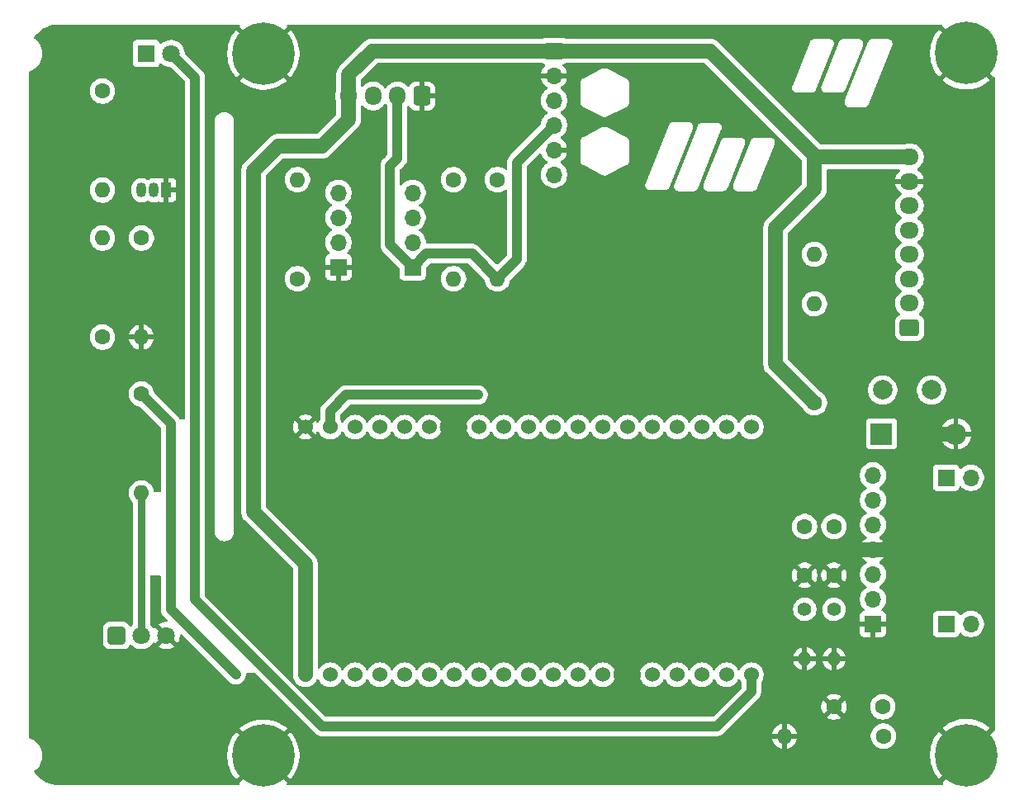
<source format=gbr>
%TF.GenerationSoftware,KiCad,Pcbnew,9.0.0*%
%TF.CreationDate,2025-11-09T18:10:32+09:00*%
%TF.ProjectId,temperature_monitor,74656d70-6572-4617-9475-72655f6d6f6e,0.1.1*%
%TF.SameCoordinates,Original*%
%TF.FileFunction,Copper,L2,Bot*%
%TF.FilePolarity,Positive*%
%FSLAX46Y46*%
G04 Gerber Fmt 4.6, Leading zero omitted, Abs format (unit mm)*
G04 Created by KiCad (PCBNEW 9.0.0) date 2025-11-09 18:10:32*
%MOMM*%
%LPD*%
G01*
G04 APERTURE LIST*
G04 Aperture macros list*
%AMRoundRect*
0 Rectangle with rounded corners*
0 $1 Rounding radius*
0 $2 $3 $4 $5 $6 $7 $8 $9 X,Y pos of 4 corners*
0 Add a 4 corners polygon primitive as box body*
4,1,4,$2,$3,$4,$5,$6,$7,$8,$9,$2,$3,0*
0 Add four circle primitives for the rounded corners*
1,1,$1+$1,$2,$3*
1,1,$1+$1,$4,$5*
1,1,$1+$1,$6,$7*
1,1,$1+$1,$8,$9*
0 Add four rect primitives between the rounded corners*
20,1,$1+$1,$2,$3,$4,$5,0*
20,1,$1+$1,$4,$5,$6,$7,0*
20,1,$1+$1,$6,$7,$8,$9,0*
20,1,$1+$1,$8,$9,$2,$3,0*%
G04 Aperture macros list end*
%TA.AperFunction,Conductor*%
%ADD10C,1.400000*%
%TD*%
%TA.AperFunction,ComponentPad*%
%ADD11RoundRect,0.250000X0.725000X-0.600000X0.725000X0.600000X-0.725000X0.600000X-0.725000X-0.600000X0*%
%TD*%
%TA.AperFunction,ComponentPad*%
%ADD12O,1.950000X1.700000*%
%TD*%
%TA.AperFunction,ComponentPad*%
%ADD13C,1.600000*%
%TD*%
%TA.AperFunction,ComponentPad*%
%ADD14O,1.600000X1.600000*%
%TD*%
%TA.AperFunction,ComponentPad*%
%ADD15R,1.700000X1.700000*%
%TD*%
%TA.AperFunction,ComponentPad*%
%ADD16O,1.700000X1.700000*%
%TD*%
%TA.AperFunction,ComponentPad*%
%ADD17C,0.800000*%
%TD*%
%TA.AperFunction,ComponentPad*%
%ADD18C,6.400000*%
%TD*%
%TA.AperFunction,ComponentPad*%
%ADD19C,1.524000*%
%TD*%
%TA.AperFunction,ComponentPad*%
%ADD20R,2.200000X2.200000*%
%TD*%
%TA.AperFunction,ComponentPad*%
%ADD21O,2.200000X2.200000*%
%TD*%
%TA.AperFunction,ComponentPad*%
%ADD22RoundRect,0.250000X0.600000X0.725000X-0.600000X0.725000X-0.600000X-0.725000X0.600000X-0.725000X0*%
%TD*%
%TA.AperFunction,ComponentPad*%
%ADD23O,1.700000X1.950000*%
%TD*%
%TA.AperFunction,ComponentPad*%
%ADD24R,1.050000X1.500000*%
%TD*%
%TA.AperFunction,ComponentPad*%
%ADD25O,1.050000X1.500000*%
%TD*%
%TA.AperFunction,ComponentPad*%
%ADD26C,1.400000*%
%TD*%
%TA.AperFunction,ComponentPad*%
%ADD27O,1.400000X1.400000*%
%TD*%
%TA.AperFunction,ComponentPad*%
%ADD28C,2.000000*%
%TD*%
%TA.AperFunction,ComponentPad*%
%ADD29R,1.800000X1.800000*%
%TD*%
%TA.AperFunction,ComponentPad*%
%ADD30C,1.800000*%
%TD*%
%TA.AperFunction,ComponentPad*%
%ADD31RoundRect,0.248400X-0.651600X-0.651600X0.651600X-0.651600X0.651600X0.651600X-0.651600X0.651600X0*%
%TD*%
%TA.AperFunction,ViaPad*%
%ADD32C,0.600000*%
%TD*%
%TA.AperFunction,Conductor*%
%ADD33C,1.500000*%
%TD*%
%TA.AperFunction,Conductor*%
%ADD34C,1.000000*%
%TD*%
%TA.AperFunction,Conductor*%
%ADD35C,0.750000*%
%TD*%
G04 APERTURE END LIST*
%TO.N,GND*%
D10*
X142200000Y-97300000D02*
G75*
G02*
X140800000Y-97300000I-700000J0D01*
G01*
X140800000Y-97300000D02*
G75*
G02*
X142200000Y-97300000I700000J0D01*
G01*
X160000000Y-122700000D02*
G75*
G02*
X158600000Y-122700000I-700000J0D01*
G01*
X158600000Y-122700000D02*
G75*
G02*
X160000000Y-122700000I700000J0D01*
G01*
%TD*%
D11*
%TO.P,J3,1,Pin_1*%
%TO.N,BUSY*%
X188250000Y-87100000D03*
D12*
%TO.P,J3,2,Pin_2*%
%TO.N,RST*%
X188250000Y-84600000D03*
%TO.P,J3,3,Pin_3*%
%TO.N,DS*%
X188250000Y-82100000D03*
%TO.P,J3,4,Pin_4*%
%TO.N,SPI_CS*%
X188250000Y-79600000D03*
%TO.P,J3,5,Pin_5*%
%TO.N,SPI_CLK*%
X188250000Y-77100000D03*
%TO.P,J3,6,Pin_6*%
%TO.N,SPI_MOSI*%
X188250000Y-74600000D03*
%TO.P,J3,7,Pin_7*%
%TO.N,GND*%
X188250000Y-72100000D03*
%TO.P,J3,8,Pin_8*%
%TO.N,+3.3V*%
X188250000Y-69600000D03*
%TD*%
D13*
%TO.P,R5,1*%
%TO.N,Net-(U1-IO32)*%
X105500000Y-88080000D03*
D14*
%TO.P,R5,2*%
%TO.N,IRLED*%
X105500000Y-77920000D03*
%TD*%
D13*
%TO.P,R2,1*%
%TO.N,+3.3V*%
X178500000Y-94830000D03*
D14*
%TO.P,R2,2*%
%TO.N,RST*%
X178500000Y-84670000D03*
%TD*%
D13*
%TO.P,R8,1*%
%TO.N,+3.3V*%
X109500000Y-93920000D03*
D14*
%TO.P,R8,2*%
%TO.N,Net-(U2-Vs)*%
X109500000Y-104080000D03*
%TD*%
D13*
%TO.P,C3,1*%
%TO.N,+5V*%
X180500000Y-107500000D03*
%TO.P,C3,2*%
%TO.N,GND*%
X180500000Y-112500000D03*
%TD*%
D15*
%TO.P,J1,1,Pin_1*%
%TO.N,+3.3V*%
X151800000Y-58720000D03*
D16*
%TO.P,J1,2,Pin_2*%
%TO.N,GND*%
X151800000Y-61260000D03*
%TO.P,J1,3,Pin_3*%
%TO.N,unconnected-(J1-Pin_3-Pad3)*%
X151800000Y-63800000D03*
%TO.P,J1,4,Pin_4*%
%TO.N,I2C_SDI*%
X151800000Y-66340000D03*
%TO.P,J1,5,Pin_5*%
%TO.N,GND*%
X151800000Y-68880000D03*
%TO.P,J1,6,Pin_6*%
%TO.N,I2C_SCK*%
X151800000Y-71420000D03*
%TD*%
D15*
%TO.P,J5,1,Pin_1*%
%TO.N,I2C_SDI*%
X137300000Y-80900000D03*
D16*
%TO.P,J5,2,Pin_2*%
%TO.N,I2C_SCK*%
X137300000Y-78360000D03*
%TO.P,J5,3,Pin_3*%
%TO.N,unconnected-(J5-Pin_3-Pad3)*%
X137300000Y-75820000D03*
%TO.P,J5,4,Pin_4*%
%TO.N,+3.3V*%
X137300000Y-73280000D03*
%TD*%
D17*
%TO.P,H2,1,1*%
%TO.N,GND*%
X122000000Y-61400000D03*
X120302944Y-60697056D03*
X123697056Y-60697056D03*
X119600000Y-59000000D03*
D18*
X122000000Y-59000000D03*
D17*
X124400000Y-59000000D03*
X120302944Y-57302944D03*
X123697056Y-57302944D03*
X122000000Y-56600000D03*
%TD*%
D13*
%TO.P,R4,1*%
%TO.N,+3.3V*%
X146000000Y-71920000D03*
D14*
%TO.P,R4,2*%
%TO.N,I2C_SDI*%
X146000000Y-82080000D03*
%TD*%
D19*
%TO.P,U1,1,3V3*%
%TO.N,+3.3V*%
X126310000Y-122700000D03*
%TO.P,U1,2,EN*%
%TO.N,unconnected-(U1-EN-Pad2)*%
X128850000Y-122700000D03*
%TO.P,U1,3,SENNSOR_VP*%
%TO.N,unconnected-(U1-SENNSOR_VP-Pad3)*%
X131390000Y-122700000D03*
%TO.P,U1,4,SENSOR_VN*%
%TO.N,unconnected-(U1-SENSOR_VN-Pad4)*%
X133930000Y-122700000D03*
%TO.P,U1,5,IO34*%
%TO.N,unconnected-(U1-IO34-Pad5)*%
X136470000Y-122700000D03*
%TO.P,U1,6,IO35*%
%TO.N,IR_Reciver*%
X139010000Y-122700000D03*
%TO.P,U1,7,IO32*%
%TO.N,Net-(U1-IO32)*%
X141550000Y-122700000D03*
%TO.P,U1,8,IO33*%
%TO.N,unconnected-(U1-IO33-Pad8)*%
X144090000Y-122700000D03*
%TO.P,U1,9,IO25*%
%TO.N,Net-(U1-IO25)*%
X146630000Y-122700000D03*
%TO.P,U1,10,IO26*%
%TO.N,unconnected-(U1-IO26-Pad10)*%
X149170000Y-122700000D03*
%TO.P,U1,11,IO27*%
%TO.N,unconnected-(U1-IO27-Pad11)*%
X151710000Y-122700000D03*
%TO.P,U1,12,IO14*%
%TO.N,unconnected-(U1-IO14-Pad12)*%
X154250000Y-122700000D03*
%TO.P,U1,13,IO12*%
%TO.N,unconnected-(U1-IO12-Pad13)*%
X156790000Y-122700000D03*
%TO.P,U1,14,GND*%
%TO.N,GND*%
X159330000Y-122700000D03*
%TO.P,U1,15,IO13*%
%TO.N,unconnected-(U1-IO13-Pad15)*%
X161870000Y-122700000D03*
%TO.P,U1,16,SD2*%
%TO.N,unconnected-(U1-SD2-Pad16)*%
X164410000Y-122700000D03*
%TO.P,U1,17,SD3*%
%TO.N,unconnected-(U1-SD3-Pad17)*%
X166950000Y-122700000D03*
%TO.P,U1,18,CMD*%
%TO.N,unconnected-(U1-CMD-Pad18)*%
X169490000Y-122700000D03*
%TO.P,U1,19,5V*%
%TO.N,+5V*%
X172030000Y-122700000D03*
%TO.P,U1,20,GND*%
%TO.N,GND*%
X126310000Y-97300000D03*
%TO.P,U1,21,IO23*%
%TO.N,SPI_MOSI*%
X128850000Y-97300000D03*
%TO.P,U1,22,IO22*%
%TO.N,I2C_SCK*%
X131390000Y-97300000D03*
%TO.P,U1,23,TXD0*%
%TO.N,unconnected-(U1-TXD0-Pad23)*%
X133930000Y-97300000D03*
%TO.P,U1,24,RXD0*%
%TO.N,unconnected-(U1-RXD0-Pad24)*%
X136470000Y-97300000D03*
%TO.P,U1,25,IO21*%
%TO.N,I2C_SDI*%
X139010000Y-97300000D03*
%TO.P,U1,26,GND*%
%TO.N,GND*%
X141550000Y-97300000D03*
%TO.P,U1,27,IO19*%
%TO.N,unconnected-(U1-IO19-Pad27)*%
X144090000Y-97300000D03*
%TO.P,U1,28,IO18*%
%TO.N,SPI_CLK*%
X146630000Y-97300000D03*
%TO.P,U1,29,IO5*%
%TO.N,SPI_CS*%
X149170000Y-97300000D03*
%TO.P,U1,30,IO17*%
%TO.N,DS*%
X151710000Y-97300000D03*
%TO.P,U1,31,IO16*%
%TO.N,RST*%
X154250000Y-97300000D03*
%TO.P,U1,32,IO4*%
%TO.N,BUSY*%
X156790000Y-97300000D03*
%TO.P,U1,33,IO0*%
%TO.N,unconnected-(U1-IO0-Pad33)*%
X159330000Y-97300000D03*
%TO.P,U1,34,IO2*%
%TO.N,unconnected-(U1-IO2-Pad34)*%
X161870000Y-97300000D03*
%TO.P,U1,35,IO15*%
%TO.N,unconnected-(U1-IO15-Pad35)*%
X164410000Y-97300000D03*
%TO.P,U1,36,SD1*%
%TO.N,unconnected-(U1-SD1-Pad36)*%
X166950000Y-97300000D03*
%TO.P,U1,37,SD1*%
%TO.N,unconnected-(U1-SD1-Pad37)*%
X169490000Y-97300000D03*
%TO.P,U1,38,CLK*%
%TO.N,unconnected-(U1-CLK-Pad38)*%
X172030000Y-97300000D03*
%TD*%
D15*
%TO.P,J4,1,Pin_1*%
%TO.N,GND*%
X129700000Y-80900000D03*
D16*
%TO.P,J4,2,Pin_2*%
%TO.N,RTC_ALM*%
X129700000Y-78360000D03*
%TO.P,J4,3,Pin_3*%
%TO.N,unconnected-(J4-Pin_3-Pad3)*%
X129700000Y-75820000D03*
%TO.P,J4,4,Pin_4*%
%TO.N,unconnected-(J4-Pin_4-Pad4)*%
X129700000Y-73280000D03*
%TD*%
D20*
%TO.P,D2,1,A1*%
%TO.N,Net-(D2-A1)*%
X185380000Y-98000000D03*
D21*
%TO.P,D2,2,A2*%
%TO.N,GND*%
X193000000Y-98000000D03*
%TD*%
D17*
%TO.P,H3,1,1*%
%TO.N,GND*%
X194052944Y-133347056D03*
X192355888Y-132644112D03*
X195750000Y-132644112D03*
X191652944Y-130947056D03*
D18*
X194052944Y-130947056D03*
D17*
X196452944Y-130947056D03*
X192355888Y-129250000D03*
X195750000Y-129250000D03*
X194052944Y-128547056D03*
%TD*%
D22*
%TO.P,J2,1,Pin_1*%
%TO.N,GND*%
X138250000Y-63350000D03*
D23*
%TO.P,J2,2,Pin_2*%
%TO.N,I2C_SDI*%
X135750000Y-63350000D03*
%TO.P,J2,3,Pin_3*%
%TO.N,I2C_SCK*%
X133250000Y-63350000D03*
%TO.P,J2,4,Pin_4*%
%TO.N,+3.3V*%
X130750000Y-63350000D03*
%TD*%
D13*
%TO.P,R1,1*%
%TO.N,+3.3V*%
X178500000Y-69420000D03*
D14*
%TO.P,R1,2*%
%TO.N,SPI_CS*%
X178500000Y-79580000D03*
%TD*%
D24*
%TO.P,Q1,1,S*%
%TO.N,GND*%
X112040000Y-73000000D03*
D25*
%TO.P,Q1,2,G*%
%TO.N,IRLED*%
X110770000Y-73000000D03*
%TO.P,Q1,3,D*%
%TO.N,Net-(Q1-D)*%
X109500000Y-73000000D03*
%TD*%
D15*
%TO.P,J8,1,Pin_1*%
%TO.N,GND*%
X184500000Y-117500000D03*
D16*
%TO.P,J8,2,Pin_2*%
%TO.N,Net-(J8-Pin_2)*%
X184500000Y-114960000D03*
%TO.P,J8,3,Pin_3*%
%TO.N,Net-(J8-Pin_3)*%
X184500000Y-112420000D03*
%TO.P,J8,4,Pin_4*%
%TO.N,GND*%
X184500000Y-109880000D03*
%TO.P,J8,5,Pin_5*%
%TO.N,unconnected-(J8-Pin_5-Pad5)*%
X184500000Y-107340000D03*
%TO.P,J8,6,Pin_6*%
%TO.N,unconnected-(J8-Pin_6-Pad6)*%
X184500000Y-104800000D03*
%TO.P,J8,7,Pin_7*%
%TO.N,VBUS*%
X184500000Y-102260000D03*
%TD*%
D26*
%TO.P,R12,1*%
%TO.N,Net-(J8-Pin_3)*%
X177500000Y-116000000D03*
D27*
%TO.P,R12,2*%
%TO.N,GND*%
X177500000Y-121080000D03*
%TD*%
D13*
%TO.P,R6,1*%
%TO.N,Net-(U1-IO25)*%
X125500000Y-82080000D03*
D14*
%TO.P,R6,2*%
%TO.N,RTC_ALM*%
X125500000Y-71920000D03*
%TD*%
D26*
%TO.P,R11,1*%
%TO.N,Net-(J8-Pin_2)*%
X180500000Y-116000000D03*
D27*
%TO.P,R11,2*%
%TO.N,GND*%
X180500000Y-121080000D03*
%TD*%
D15*
%TO.P,J6,1,Pin_1*%
%TO.N,Net-(J6-Pin_1)*%
X192000000Y-102500000D03*
D16*
%TO.P,J6,2,Pin_2*%
X194540000Y-102500000D03*
%TD*%
D13*
%TO.P,R7,1*%
%TO.N,Net-(D1-K)*%
X105500000Y-62840000D03*
D14*
%TO.P,R7,2*%
%TO.N,Net-(Q1-D)*%
X105500000Y-73000000D03*
%TD*%
D13*
%TO.P,R9,1*%
%TO.N,IRLED*%
X109500000Y-77920000D03*
D14*
%TO.P,R9,2*%
%TO.N,GND*%
X109500000Y-88080000D03*
%TD*%
D13*
%TO.P,C1,1*%
%TO.N,Net-(J6-Pin_1)*%
X185500000Y-126000000D03*
%TO.P,C1,2*%
%TO.N,GND*%
X180500000Y-126000000D03*
%TD*%
D28*
%TO.P,F1,1*%
%TO.N,VBUS*%
X190500000Y-93500000D03*
%TO.P,F1,2*%
%TO.N,Net-(D2-A1)*%
X185500000Y-93500000D03*
%TD*%
D13*
%TO.P,R3,1*%
%TO.N,+3.3V*%
X141500000Y-71920000D03*
D14*
%TO.P,R3,2*%
%TO.N,I2C_SCK*%
X141500000Y-82080000D03*
%TD*%
D13*
%TO.P,R10,1*%
%TO.N,Net-(J6-Pin_1)*%
X185580000Y-129000000D03*
D14*
%TO.P,R10,2*%
%TO.N,GND*%
X175420000Y-129000000D03*
%TD*%
D17*
%TO.P,H4,1,1*%
%TO.N,GND*%
X194052944Y-61347056D03*
X192355888Y-60644112D03*
X195750000Y-60644112D03*
X191652944Y-58947056D03*
D18*
X194052944Y-58947056D03*
D17*
X196452944Y-58947056D03*
X192355888Y-57250000D03*
X195750000Y-57250000D03*
X194052944Y-56547056D03*
%TD*%
%TO.P,H1,1,1*%
%TO.N,GND*%
X122000000Y-133400000D03*
X120302944Y-132697056D03*
X123697056Y-132697056D03*
X119600000Y-131000000D03*
D18*
X122000000Y-131000000D03*
D17*
X124400000Y-131000000D03*
X120302944Y-129302944D03*
X123697056Y-129302944D03*
X122000000Y-128600000D03*
%TD*%
D29*
%TO.P,D1,1,K*%
%TO.N,Net-(D1-K)*%
X110000000Y-59000000D03*
D30*
%TO.P,D1,2,A*%
%TO.N,+5V*%
X112540000Y-59000000D03*
%TD*%
D13*
%TO.P,C2,1*%
%TO.N,Net-(D2-A1)*%
X177500000Y-107500000D03*
%TO.P,C2,2*%
%TO.N,GND*%
X177500000Y-112500000D03*
%TD*%
D15*
%TO.P,J7,1,Pin_1*%
%TO.N,Net-(J6-Pin_1)*%
X192000000Y-117500000D03*
D16*
%TO.P,J7,2,Pin_2*%
X194540000Y-117500000D03*
%TD*%
D31*
%TO.P,U2,1,OUT*%
%TO.N,IR_Reciver*%
X106960000Y-118685000D03*
D30*
%TO.P,U2,2,Vs*%
%TO.N,Net-(U2-Vs)*%
X109500000Y-118685000D03*
%TO.P,U2,3,GND*%
%TO.N,GND*%
X112040000Y-118685000D03*
%TD*%
D32*
%TO.N,+3.3V*%
X119200000Y-122700000D03*
%TO.N,GND*%
X100000000Y-85000000D03*
X119500000Y-100000000D03*
X159000000Y-66000000D03*
X105000000Y-120000000D03*
X188000000Y-97000000D03*
X180000000Y-65000000D03*
X175000000Y-70000000D03*
X195000000Y-70000000D03*
X140000000Y-105000000D03*
X133000000Y-121000000D03*
X121000000Y-117000000D03*
X105000000Y-115000000D03*
X105000000Y-85000000D03*
X116500000Y-70000000D03*
X100000000Y-90000000D03*
X165000000Y-105000000D03*
X105000000Y-130000000D03*
X155000000Y-100000000D03*
X120000000Y-125000000D03*
X150000000Y-79000000D03*
X175000000Y-95000000D03*
X155000000Y-105000000D03*
X170000000Y-120000000D03*
X116500000Y-75000000D03*
X100000000Y-125000000D03*
X160000000Y-125000000D03*
X119500000Y-80000000D03*
X175000000Y-60000000D03*
X170000000Y-105000000D03*
X170000000Y-115000000D03*
X100000000Y-70000000D03*
X150000000Y-125000000D03*
X140000000Y-65000000D03*
X105000000Y-70000000D03*
X195000000Y-95000000D03*
X100000000Y-80000000D03*
X130000000Y-100000000D03*
X165000000Y-130000000D03*
X185000000Y-65000000D03*
X180000000Y-90000000D03*
X119500000Y-70000000D03*
X100000000Y-120000000D03*
X170000000Y-130000000D03*
X110000000Y-70000000D03*
X100000000Y-100000000D03*
X190000000Y-65000000D03*
X170000000Y-95000000D03*
X160000000Y-109880000D03*
X117500000Y-113500000D03*
X108000000Y-107000000D03*
X105000000Y-75000000D03*
X195000000Y-65000000D03*
X155000000Y-120000000D03*
X165000000Y-100000000D03*
X116500000Y-90000000D03*
X190000000Y-105000000D03*
X170000000Y-90000000D03*
X165000000Y-90000000D03*
X140000000Y-125000000D03*
X115000000Y-130000000D03*
X100000000Y-75000000D03*
X125000000Y-105000000D03*
X135000000Y-95500000D03*
X130000000Y-70000000D03*
X135000000Y-125000000D03*
X170000000Y-100000000D03*
X100000000Y-110000000D03*
X155000000Y-125000000D03*
X150000000Y-105000000D03*
X180250000Y-123000000D03*
X155000000Y-130000000D03*
X105000000Y-80000000D03*
X125000000Y-80000000D03*
X116500000Y-85000000D03*
X110000000Y-125000000D03*
X130000000Y-130000000D03*
X100000000Y-105000000D03*
X130000000Y-125000000D03*
X141500000Y-90000000D03*
X116500000Y-65000000D03*
X124500000Y-114500000D03*
X175000000Y-120000000D03*
X190000000Y-110000000D03*
X130000000Y-110000000D03*
X146000000Y-79500000D03*
X105000000Y-65000000D03*
X152000000Y-75000000D03*
X165000000Y-65000000D03*
X135000000Y-130000000D03*
X181000000Y-109880000D03*
X141500000Y-77500000D03*
X100000000Y-115000000D03*
X165000000Y-120000000D03*
X125000000Y-95000000D03*
X185000000Y-90000000D03*
X134000000Y-117500000D03*
X185000000Y-120000000D03*
X165000000Y-109880000D03*
X110000000Y-80000000D03*
X140000000Y-130000000D03*
X116500000Y-105000000D03*
X110000000Y-65000000D03*
X119500000Y-95000000D03*
X195000000Y-90000000D03*
X155000000Y-66000000D03*
X125000000Y-90000000D03*
X141500000Y-74500000D03*
X110000000Y-130000000D03*
X145000000Y-105000000D03*
X145000000Y-110000000D03*
X125000000Y-85000000D03*
X110000000Y-100000000D03*
X111000000Y-113500000D03*
X195000000Y-125000000D03*
X105000000Y-125000000D03*
X175000000Y-105000000D03*
X119500000Y-75000000D03*
X135000000Y-105000000D03*
X150000000Y-100000000D03*
X119500000Y-85000000D03*
X170000000Y-65000000D03*
X150000000Y-120000000D03*
X175000000Y-125000000D03*
X124000000Y-120000000D03*
X140000000Y-100000000D03*
X160000000Y-100000000D03*
X145500000Y-74500000D03*
X145000000Y-100000000D03*
X129000000Y-117500000D03*
X190000000Y-90000000D03*
X110000000Y-90000000D03*
X165000000Y-115000000D03*
X135000000Y-100000000D03*
X150000000Y-115000000D03*
X115000000Y-125000000D03*
X125000000Y-65000000D03*
X190000000Y-115000000D03*
X183000000Y-72000000D03*
X116500000Y-100000000D03*
X150000000Y-130000000D03*
X130000000Y-90000000D03*
X195000000Y-85000000D03*
X120000000Y-65000000D03*
X120500000Y-113500000D03*
X119500000Y-105000000D03*
X100000000Y-95000000D03*
X119500000Y-90000000D03*
X165000000Y-125000000D03*
X145000000Y-130000000D03*
X116500000Y-110000000D03*
X130000000Y-85000000D03*
X109000000Y-75000000D03*
X145000000Y-115000000D03*
X140000000Y-110000000D03*
X160000000Y-105000000D03*
X120000000Y-110000000D03*
X155000000Y-109880000D03*
X170000000Y-109880000D03*
X116500000Y-80000000D03*
X116500000Y-95000000D03*
X160000000Y-130000000D03*
X110000000Y-85000000D03*
X135000000Y-85000000D03*
X140000000Y-70000000D03*
X136500000Y-90000000D03*
X195000000Y-75000000D03*
X155000000Y-115000000D03*
X165000000Y-95000000D03*
X145000000Y-125000000D03*
%TO.N,SPI_MOSI*%
X144000000Y-94000000D03*
%TD*%
D33*
%TO.N,+3.3V*%
X178680000Y-69600000D02*
X178500000Y-69420000D01*
X188250000Y-69600000D02*
X178680000Y-69600000D01*
X151800000Y-58720000D02*
X133155000Y-58720000D01*
X123500000Y-68500000D02*
X128000000Y-68500000D01*
X167800000Y-58720000D02*
X151800000Y-58720000D01*
X126310000Y-111310000D02*
X121000000Y-106000000D01*
X126310000Y-122700000D02*
X126310000Y-111310000D01*
X128000000Y-68500000D02*
X130750000Y-65750000D01*
D34*
X119200000Y-122700000D02*
X112500000Y-116000000D01*
D33*
X178500000Y-72900000D02*
X174500000Y-76900000D01*
X178500000Y-69420000D02*
X178500000Y-72900000D01*
X178500000Y-69420000D02*
X167800000Y-58720000D01*
X133155000Y-58720000D02*
X130750000Y-61125000D01*
X121000000Y-106000000D02*
X121000000Y-71000000D01*
X130750000Y-61125000D02*
X130750000Y-63350000D01*
X130750000Y-65750000D02*
X130750000Y-63350000D01*
D34*
X112500000Y-116000000D02*
X112500000Y-96920000D01*
X112500000Y-96920000D02*
X109500000Y-93920000D01*
D33*
X174500000Y-76900000D02*
X174500000Y-90830000D01*
X130750000Y-63350000D02*
X130650000Y-63350000D01*
X174500000Y-90830000D02*
X178500000Y-94830000D01*
X121000000Y-71000000D02*
X123500000Y-68500000D01*
%TO.N,GND*%
X159400000Y-109880000D02*
X155000000Y-109880000D01*
X155000000Y-109880000D02*
X149880000Y-109880000D01*
X188000000Y-100375000D02*
X188000000Y-107582081D01*
X159330000Y-109950000D02*
X159400000Y-109880000D01*
X181000000Y-109880000D02*
X175000000Y-109880000D01*
X193000000Y-98000000D02*
X190375000Y-98000000D01*
X185702081Y-109880000D02*
X184500000Y-109880000D01*
X141550000Y-101550000D02*
X141550000Y-97300000D01*
X170000000Y-109880000D02*
X165000000Y-109880000D01*
X145000000Y-105000000D02*
X141550000Y-101550000D01*
X165000000Y-109880000D02*
X160000000Y-109880000D01*
X149880000Y-109880000D02*
X145000000Y-105000000D01*
X159330000Y-122700000D02*
X159330000Y-109950000D01*
X175000000Y-109880000D02*
X170000000Y-109880000D01*
X184500000Y-109880000D02*
X181000000Y-109880000D01*
X160000000Y-109880000D02*
X159400000Y-109880000D01*
X188000000Y-107582081D02*
X185702081Y-109880000D01*
X190375000Y-98000000D02*
X188000000Y-100375000D01*
D34*
%TO.N,SPI_MOSI*%
X130500000Y-94000000D02*
X128850000Y-95650000D01*
X128850000Y-95650000D02*
X128850000Y-97300000D01*
X144000000Y-94000000D02*
X130500000Y-94000000D01*
%TO.N,I2C_SDI*%
X146000000Y-82080000D02*
X148000000Y-80080000D01*
X135000000Y-78600000D02*
X135000000Y-70500000D01*
X137300000Y-80900000D02*
X135000000Y-78600000D01*
X148000000Y-70140000D02*
X151800000Y-66340000D01*
X135750000Y-69750000D02*
X135750000Y-63350000D01*
X138700000Y-79500000D02*
X137300000Y-80900000D01*
X135000000Y-70500000D02*
X135750000Y-69750000D01*
X143420000Y-79500000D02*
X138700000Y-79500000D01*
X146000000Y-82080000D02*
X143420000Y-79500000D01*
X148000000Y-80080000D02*
X148000000Y-70140000D01*
%TO.N,Net-(U1-IO25)*%
X146580000Y-122750000D02*
X146630000Y-122700000D01*
D35*
%TO.N,Net-(U2-Vs)*%
X109500000Y-104080000D02*
X109500000Y-118685000D01*
D34*
%TO.N,+5V*%
X168500000Y-128000000D02*
X128000000Y-128000000D01*
X172030000Y-122700000D02*
X172030000Y-124470000D01*
X115000000Y-61460000D02*
X112540000Y-59000000D01*
X115000000Y-115000000D02*
X115000000Y-61460000D01*
X172030000Y-124470000D02*
X168500000Y-128000000D01*
X128000000Y-128000000D02*
X115000000Y-115000000D01*
%TD*%
%TA.AperFunction,Conductor*%
%TO.N,GND*%
G36*
X111442539Y-112519685D02*
G01*
X111488294Y-112572489D01*
X111499500Y-112624000D01*
X111499500Y-116098543D01*
X111509636Y-116149498D01*
X111509636Y-116149499D01*
X111509672Y-116149679D01*
X111521980Y-116211557D01*
X111537946Y-116291828D01*
X111537949Y-116291837D01*
X111613364Y-116473907D01*
X111613371Y-116473920D01*
X111722860Y-116637781D01*
X111722863Y-116637785D01*
X111866537Y-116781459D01*
X111866559Y-116781479D01*
X112158399Y-117073319D01*
X112191884Y-117134642D01*
X112186900Y-117204334D01*
X112145028Y-117260267D01*
X112079564Y-117284684D01*
X112070718Y-117285000D01*
X111929819Y-117285000D01*
X111712164Y-117319473D01*
X111502589Y-117387567D01*
X111306233Y-117487616D01*
X111242485Y-117533931D01*
X111242485Y-117533932D01*
X111951415Y-118242861D01*
X111866306Y-118265667D01*
X111763694Y-118324910D01*
X111679910Y-118408694D01*
X111620667Y-118511306D01*
X111597861Y-118596414D01*
X110888932Y-117887485D01*
X110888930Y-117887485D01*
X110870626Y-117912679D01*
X110815296Y-117955345D01*
X110745683Y-117961324D01*
X110683888Y-117928718D01*
X110669990Y-117912679D01*
X110568247Y-117772640D01*
X110411819Y-117616212D01*
X110378334Y-117554889D01*
X110375500Y-117528531D01*
X110375500Y-112624000D01*
X110395185Y-112556961D01*
X110447989Y-112511206D01*
X110499500Y-112500000D01*
X111375500Y-112500000D01*
X111442539Y-112519685D01*
G37*
%TD.AperFunction*%
%TA.AperFunction,Conductor*%
G36*
X150659555Y-59981471D02*
G01*
X150671971Y-59987072D01*
X150707669Y-60013796D01*
X150842517Y-60064091D01*
X150842736Y-60064114D01*
X150847259Y-60066155D01*
X150870749Y-60086321D01*
X150895531Y-60104873D01*
X150897025Y-60108879D01*
X150900272Y-60111667D01*
X150909131Y-60141335D01*
X150919949Y-60170337D01*
X150919039Y-60174516D01*
X150920264Y-60178616D01*
X150911677Y-60208362D01*
X150905098Y-60238610D01*
X150901596Y-60243287D01*
X150900887Y-60245745D01*
X150897614Y-60248606D01*
X150883947Y-60266865D01*
X150770271Y-60380541D01*
X150645379Y-60552442D01*
X150548904Y-60741782D01*
X150483242Y-60943870D01*
X150483242Y-60943873D01*
X150472769Y-61010000D01*
X151366988Y-61010000D01*
X151334075Y-61067007D01*
X151300000Y-61194174D01*
X151300000Y-61325826D01*
X151334075Y-61452993D01*
X151366988Y-61510000D01*
X150472769Y-61510000D01*
X150483242Y-61576126D01*
X150483242Y-61576129D01*
X150548904Y-61778217D01*
X150645379Y-61967557D01*
X150770272Y-62139459D01*
X150770276Y-62139464D01*
X150920535Y-62289723D01*
X150920540Y-62289727D01*
X151092444Y-62414622D01*
X151101495Y-62419234D01*
X151152292Y-62467208D01*
X151169087Y-62535029D01*
X151146550Y-62601164D01*
X151101499Y-62640202D01*
X151092182Y-62644949D01*
X150920213Y-62769890D01*
X150769890Y-62920213D01*
X150644951Y-63092179D01*
X150548444Y-63281585D01*
X150482753Y-63483760D01*
X150450529Y-63687219D01*
X150449500Y-63693713D01*
X150449500Y-63906287D01*
X150454326Y-63936755D01*
X150480309Y-64100811D01*
X150482754Y-64116243D01*
X150546129Y-64311291D01*
X150548444Y-64318414D01*
X150644951Y-64507820D01*
X150769890Y-64679786D01*
X150920213Y-64830109D01*
X151092182Y-64955050D01*
X151100946Y-64959516D01*
X151151742Y-65007491D01*
X151168536Y-65075312D01*
X151145998Y-65141447D01*
X151100946Y-65180484D01*
X151092182Y-65184949D01*
X150920213Y-65309890D01*
X150769890Y-65460213D01*
X150644951Y-65632179D01*
X150548444Y-65821585D01*
X150482753Y-66023760D01*
X150459691Y-66169369D01*
X150449603Y-66233066D01*
X150448738Y-66238525D01*
X150447684Y-66238358D01*
X150424620Y-66298850D01*
X150413576Y-66311502D01*
X148879352Y-67845727D01*
X147362220Y-69362859D01*
X147362218Y-69362861D01*
X147326862Y-69398217D01*
X147222859Y-69502219D01*
X147113371Y-69666079D01*
X147113364Y-69666092D01*
X147078817Y-69749499D01*
X147078817Y-69749500D01*
X147037949Y-69848164D01*
X147035153Y-69862219D01*
X147035152Y-69862221D01*
X146999500Y-70041455D01*
X146999500Y-70795308D01*
X146979815Y-70862347D01*
X146927011Y-70908102D01*
X146857853Y-70918046D01*
X146802615Y-70895627D01*
X146681609Y-70807712D01*
X146499223Y-70714781D01*
X146304534Y-70651522D01*
X146129995Y-70623878D01*
X146102352Y-70619500D01*
X145897648Y-70619500D01*
X145873329Y-70623351D01*
X145695465Y-70651522D01*
X145500776Y-70714781D01*
X145318386Y-70807715D01*
X145152786Y-70928028D01*
X145008028Y-71072786D01*
X144887715Y-71238386D01*
X144794781Y-71420776D01*
X144731522Y-71615465D01*
X144699500Y-71817648D01*
X144699500Y-72022351D01*
X144731522Y-72224534D01*
X144794781Y-72419223D01*
X144844348Y-72516502D01*
X144874789Y-72576246D01*
X144887715Y-72601613D01*
X145008028Y-72767213D01*
X145152786Y-72911971D01*
X145300045Y-73018959D01*
X145318390Y-73032287D01*
X145430551Y-73089436D01*
X145500776Y-73125218D01*
X145500778Y-73125218D01*
X145500781Y-73125220D01*
X145560873Y-73144745D01*
X145695465Y-73188477D01*
X145746745Y-73196599D01*
X145897648Y-73220500D01*
X145897649Y-73220500D01*
X146102351Y-73220500D01*
X146102352Y-73220500D01*
X146304534Y-73188477D01*
X146499219Y-73125220D01*
X146681610Y-73032287D01*
X146762075Y-72973826D01*
X146802615Y-72944373D01*
X146868421Y-72920893D01*
X146936475Y-72936719D01*
X146985170Y-72986825D01*
X146999500Y-73044691D01*
X146999500Y-79614218D01*
X146979815Y-79681257D01*
X146963181Y-79701899D01*
X146087681Y-80577399D01*
X146026358Y-80610884D01*
X145956666Y-80605900D01*
X145912319Y-80577399D01*
X144201479Y-78866559D01*
X144201459Y-78866537D01*
X144057785Y-78722863D01*
X144057781Y-78722860D01*
X143893920Y-78613371D01*
X143893911Y-78613366D01*
X143788959Y-78569894D01*
X143765165Y-78560038D01*
X143738500Y-78548993D01*
X143711837Y-78537949D01*
X143711833Y-78537947D01*
X143528395Y-78501460D01*
X143528391Y-78501458D01*
X143528391Y-78501459D01*
X143518544Y-78499500D01*
X143518541Y-78499500D01*
X138774500Y-78499500D01*
X138707461Y-78479815D01*
X138661706Y-78427011D01*
X138650500Y-78375500D01*
X138650500Y-78253713D01*
X138617246Y-78043760D01*
X138617246Y-78043757D01*
X138551557Y-77841588D01*
X138455051Y-77652184D01*
X138455049Y-77652181D01*
X138455048Y-77652179D01*
X138330109Y-77480213D01*
X138179786Y-77329890D01*
X138007820Y-77204951D01*
X138007115Y-77204591D01*
X137999054Y-77200485D01*
X137948259Y-77152512D01*
X137931463Y-77084692D01*
X137953999Y-77018556D01*
X137999054Y-76979515D01*
X138007816Y-76975051D01*
X138072538Y-76928028D01*
X138179786Y-76850109D01*
X138179788Y-76850106D01*
X138179792Y-76850104D01*
X138330104Y-76699792D01*
X138330106Y-76699788D01*
X138330109Y-76699786D01*
X138455048Y-76527820D01*
X138455047Y-76527820D01*
X138455051Y-76527816D01*
X138551557Y-76338412D01*
X138617246Y-76136243D01*
X138650500Y-75926287D01*
X138650500Y-75713713D01*
X138617246Y-75503757D01*
X138551557Y-75301588D01*
X138455051Y-75112184D01*
X138455049Y-75112181D01*
X138455048Y-75112179D01*
X138330109Y-74940213D01*
X138179786Y-74789890D01*
X138007820Y-74664951D01*
X138007115Y-74664591D01*
X137999054Y-74660485D01*
X137948259Y-74612512D01*
X137931463Y-74544692D01*
X137953999Y-74478556D01*
X137999054Y-74439515D01*
X138007816Y-74435051D01*
X138054463Y-74401160D01*
X138179786Y-74310109D01*
X138179788Y-74310106D01*
X138179792Y-74310104D01*
X138330104Y-74159792D01*
X138330106Y-74159788D01*
X138330109Y-74159786D01*
X138455048Y-73987820D01*
X138455047Y-73987820D01*
X138455051Y-73987816D01*
X138551557Y-73798412D01*
X138617246Y-73596243D01*
X138650500Y-73386287D01*
X138650500Y-73173713D01*
X138617246Y-72963757D01*
X138551557Y-72761588D01*
X138455051Y-72572184D01*
X138455049Y-72572181D01*
X138455048Y-72572179D01*
X138330109Y-72400213D01*
X138179786Y-72249890D01*
X138007820Y-72124951D01*
X137818414Y-72028444D01*
X137818413Y-72028443D01*
X137818412Y-72028443D01*
X137616243Y-71962754D01*
X137616241Y-71962753D01*
X137616239Y-71962753D01*
X137442584Y-71935249D01*
X137406287Y-71929500D01*
X137193713Y-71929500D01*
X137157416Y-71935249D01*
X136983760Y-71962753D01*
X136781585Y-72028444D01*
X136592179Y-72124951D01*
X136420213Y-72249890D01*
X136269894Y-72400209D01*
X136269890Y-72400214D01*
X136224818Y-72462251D01*
X136169488Y-72504917D01*
X136099875Y-72510896D01*
X136038080Y-72478290D01*
X136003722Y-72417451D01*
X136000500Y-72389366D01*
X136000500Y-71817648D01*
X140199500Y-71817648D01*
X140199500Y-72022351D01*
X140231522Y-72224534D01*
X140294781Y-72419223D01*
X140344348Y-72516502D01*
X140374789Y-72576246D01*
X140387715Y-72601613D01*
X140508028Y-72767213D01*
X140652786Y-72911971D01*
X140800045Y-73018959D01*
X140818390Y-73032287D01*
X140930551Y-73089436D01*
X141000776Y-73125218D01*
X141000778Y-73125218D01*
X141000781Y-73125220D01*
X141060873Y-73144745D01*
X141195465Y-73188477D01*
X141246745Y-73196599D01*
X141397648Y-73220500D01*
X141397649Y-73220500D01*
X141602351Y-73220500D01*
X141602352Y-73220500D01*
X141804534Y-73188477D01*
X141999219Y-73125220D01*
X142181610Y-73032287D01*
X142302544Y-72944424D01*
X142347213Y-72911971D01*
X142347215Y-72911968D01*
X142347219Y-72911966D01*
X142491966Y-72767219D01*
X142491968Y-72767215D01*
X142491971Y-72767213D01*
X142559696Y-72673996D01*
X142612287Y-72601610D01*
X142705220Y-72419219D01*
X142768477Y-72224534D01*
X142800500Y-72022352D01*
X142800500Y-71817648D01*
X142795948Y-71788907D01*
X142768477Y-71615465D01*
X142731415Y-71501400D01*
X142705220Y-71420781D01*
X142705218Y-71420778D01*
X142705218Y-71420776D01*
X142650666Y-71313713D01*
X142612287Y-71238390D01*
X142599315Y-71220535D01*
X142491971Y-71072786D01*
X142347213Y-70928028D01*
X142181613Y-70807715D01*
X142181612Y-70807714D01*
X142181610Y-70807713D01*
X142095601Y-70763889D01*
X141999223Y-70714781D01*
X141804534Y-70651522D01*
X141629995Y-70623878D01*
X141602352Y-70619500D01*
X141397648Y-70619500D01*
X141373329Y-70623351D01*
X141195465Y-70651522D01*
X141000776Y-70714781D01*
X140818386Y-70807715D01*
X140652786Y-70928028D01*
X140508028Y-71072786D01*
X140387715Y-71238386D01*
X140294781Y-71420776D01*
X140231522Y-71615465D01*
X140199500Y-71817648D01*
X136000500Y-71817648D01*
X136000500Y-70965781D01*
X136020185Y-70898742D01*
X136036815Y-70878104D01*
X136387778Y-70527141D01*
X136387782Y-70527139D01*
X136527139Y-70387782D01*
X136636632Y-70223914D01*
X136637771Y-70221164D01*
X136700592Y-70069501D01*
X136700592Y-70069500D01*
X136712051Y-70041836D01*
X136750500Y-69848540D01*
X136750500Y-69651460D01*
X136750500Y-64482559D01*
X136770185Y-64415520D01*
X136822989Y-64369765D01*
X136892147Y-64359821D01*
X136955703Y-64388846D01*
X136980039Y-64417462D01*
X137057684Y-64543345D01*
X137181654Y-64667315D01*
X137330875Y-64759356D01*
X137330880Y-64759358D01*
X137497302Y-64814505D01*
X137497309Y-64814506D01*
X137600019Y-64824999D01*
X137999999Y-64824999D01*
X138000000Y-64824998D01*
X138000000Y-63754145D01*
X138066657Y-63792630D01*
X138187465Y-63825000D01*
X138312535Y-63825000D01*
X138433343Y-63792630D01*
X138500000Y-63754145D01*
X138500000Y-64824999D01*
X138899972Y-64824999D01*
X138899986Y-64824998D01*
X139002697Y-64814505D01*
X139169119Y-64759358D01*
X139169124Y-64759356D01*
X139318345Y-64667315D01*
X139442315Y-64543345D01*
X139534356Y-64394124D01*
X139534358Y-64394119D01*
X139589505Y-64227697D01*
X139589506Y-64227690D01*
X139599999Y-64124986D01*
X139600000Y-64124973D01*
X139600000Y-63600000D01*
X138654146Y-63600000D01*
X138692630Y-63533343D01*
X138725000Y-63412535D01*
X138725000Y-63287465D01*
X138692630Y-63166657D01*
X138654146Y-63100000D01*
X139599999Y-63100000D01*
X139599999Y-62575028D01*
X139599998Y-62575013D01*
X139589505Y-62472302D01*
X139534358Y-62305880D01*
X139534356Y-62305875D01*
X139442315Y-62156654D01*
X139318345Y-62032684D01*
X139169124Y-61940643D01*
X139169119Y-61940641D01*
X139002697Y-61885494D01*
X139002690Y-61885493D01*
X138899986Y-61875000D01*
X138500000Y-61875000D01*
X138500000Y-62945854D01*
X138433343Y-62907370D01*
X138312535Y-62875000D01*
X138187465Y-62875000D01*
X138066657Y-62907370D01*
X138000000Y-62945854D01*
X138000000Y-61875000D01*
X137600028Y-61875000D01*
X137600012Y-61875001D01*
X137497302Y-61885494D01*
X137330880Y-61940641D01*
X137330875Y-61940643D01*
X137181654Y-62032684D01*
X137057683Y-62156655D01*
X137057680Y-62156659D01*
X136962183Y-62311484D01*
X136910235Y-62358209D01*
X136841273Y-62369430D01*
X136777191Y-62341587D01*
X136768964Y-62334068D01*
X136629786Y-62194890D01*
X136457820Y-62069951D01*
X136268414Y-61973444D01*
X136268413Y-61973443D01*
X136268412Y-61973443D01*
X136066243Y-61907754D01*
X136066241Y-61907753D01*
X136066240Y-61907753D01*
X135904957Y-61882208D01*
X135856287Y-61874500D01*
X135643713Y-61874500D01*
X135595042Y-61882208D01*
X135433760Y-61907753D01*
X135231585Y-61973444D01*
X135042179Y-62069951D01*
X134870213Y-62194890D01*
X134719894Y-62345209D01*
X134719890Y-62345214D01*
X134600318Y-62509793D01*
X134544989Y-62552459D01*
X134475375Y-62558438D01*
X134413580Y-62525833D01*
X134399682Y-62509793D01*
X134280109Y-62345214D01*
X134280105Y-62345209D01*
X134129786Y-62194890D01*
X133957820Y-62069951D01*
X133768414Y-61973444D01*
X133768413Y-61973443D01*
X133768412Y-61973443D01*
X133566243Y-61907754D01*
X133566241Y-61907753D01*
X133566240Y-61907753D01*
X133404957Y-61882208D01*
X133356287Y-61874500D01*
X133143713Y-61874500D01*
X133095042Y-61882208D01*
X132933760Y-61907753D01*
X132731585Y-61973444D01*
X132542179Y-62069951D01*
X132370213Y-62194890D01*
X132219892Y-62345211D01*
X132218778Y-62346516D01*
X132218231Y-62346872D01*
X132216451Y-62348653D01*
X132216076Y-62348278D01*
X132160266Y-62384700D01*
X132090398Y-62385188D01*
X132031357Y-62347826D01*
X132001888Y-62284474D01*
X132000500Y-62265970D01*
X132000500Y-61694336D01*
X132020185Y-61627297D01*
X132036819Y-61606655D01*
X133636655Y-60006819D01*
X133697978Y-59973334D01*
X133724336Y-59970500D01*
X150608561Y-59970500D01*
X150659555Y-59981471D01*
G37*
%TD.AperFunction*%
%TA.AperFunction,Conductor*%
G36*
X119543038Y-56020185D02*
G01*
X119588793Y-56072989D01*
X119598737Y-56142147D01*
X119569712Y-56205703D01*
X119565316Y-56209981D01*
X119565233Y-56211680D01*
X121059301Y-57705748D01*
X120957670Y-57779588D01*
X120779588Y-57957670D01*
X120705748Y-58059301D01*
X119211680Y-56565233D01*
X119211679Y-56565233D01*
X119024548Y-56793254D01*
X119024545Y-56793258D01*
X118822581Y-57095519D01*
X118822570Y-57095537D01*
X118651209Y-57416130D01*
X118651207Y-57416135D01*
X118512086Y-57752002D01*
X118406553Y-58099898D01*
X118406550Y-58099909D01*
X118335632Y-58456443D01*
X118300000Y-58818234D01*
X118300000Y-59181765D01*
X118335632Y-59543556D01*
X118406550Y-59900090D01*
X118406553Y-59900101D01*
X118512086Y-60247997D01*
X118651207Y-60583864D01*
X118651209Y-60583869D01*
X118822570Y-60904462D01*
X118822581Y-60904480D01*
X119024551Y-61206750D01*
X119211678Y-61434765D01*
X119211679Y-61434766D01*
X120705747Y-59940697D01*
X120779588Y-60042330D01*
X120957670Y-60220412D01*
X121059301Y-60294251D01*
X119565232Y-61788319D01*
X119565233Y-61788320D01*
X119793249Y-61975448D01*
X120095519Y-62177418D01*
X120095537Y-62177429D01*
X120416130Y-62348790D01*
X120416135Y-62348792D01*
X120752002Y-62487913D01*
X121099898Y-62593446D01*
X121099909Y-62593449D01*
X121456443Y-62664367D01*
X121818234Y-62700000D01*
X122181766Y-62700000D01*
X122543556Y-62664367D01*
X122900090Y-62593449D01*
X122900101Y-62593446D01*
X123247997Y-62487913D01*
X123583864Y-62348792D01*
X123583869Y-62348790D01*
X123904462Y-62177429D01*
X123904480Y-62177418D01*
X124206736Y-61975457D01*
X124206750Y-61975447D01*
X124434765Y-61788320D01*
X124434766Y-61788319D01*
X122940698Y-60294251D01*
X123042330Y-60220412D01*
X123220412Y-60042330D01*
X123294251Y-59940698D01*
X124788319Y-61434766D01*
X124788320Y-61434765D01*
X124975447Y-61206750D01*
X124975457Y-61206736D01*
X125177418Y-60904480D01*
X125177429Y-60904462D01*
X125348790Y-60583869D01*
X125348792Y-60583864D01*
X125487913Y-60247997D01*
X125593446Y-59900101D01*
X125593449Y-59900090D01*
X125664367Y-59543556D01*
X125700000Y-59181765D01*
X125700000Y-58818234D01*
X125664367Y-58456443D01*
X125593449Y-58099909D01*
X125593446Y-58099898D01*
X125487913Y-57752002D01*
X125348792Y-57416135D01*
X125348790Y-57416130D01*
X125177429Y-57095537D01*
X125177418Y-57095519D01*
X124975448Y-56793249D01*
X124788320Y-56565233D01*
X124788319Y-56565232D01*
X123294251Y-58059300D01*
X123220412Y-57957670D01*
X123042330Y-57779588D01*
X122940698Y-57705748D01*
X124434766Y-56211679D01*
X124434403Y-56204303D01*
X124406002Y-56162608D01*
X124404131Y-56092763D01*
X124440318Y-56032995D01*
X124503074Y-56002279D01*
X124524001Y-56000500D01*
X191495710Y-56000500D01*
X191562749Y-56020185D01*
X191608504Y-56072989D01*
X191619561Y-56130586D01*
X191618177Y-56158736D01*
X193112245Y-57652804D01*
X193010614Y-57726644D01*
X192832532Y-57904726D01*
X192758692Y-58006357D01*
X191264624Y-56512289D01*
X191264623Y-56512289D01*
X191077492Y-56740310D01*
X191077489Y-56740314D01*
X190875525Y-57042575D01*
X190875514Y-57042593D01*
X190704153Y-57363186D01*
X190704151Y-57363191D01*
X190565030Y-57699058D01*
X190459497Y-58046954D01*
X190459494Y-58046965D01*
X190388576Y-58403499D01*
X190352944Y-58765290D01*
X190352944Y-59128821D01*
X190388576Y-59490612D01*
X190459494Y-59847146D01*
X190459497Y-59847157D01*
X190565030Y-60195053D01*
X190704151Y-60530920D01*
X190704153Y-60530925D01*
X190875514Y-60851518D01*
X190875525Y-60851536D01*
X191077495Y-61153806D01*
X191264622Y-61381821D01*
X191264623Y-61381822D01*
X192758691Y-59887753D01*
X192832532Y-59989386D01*
X193010614Y-60167468D01*
X193112245Y-60241307D01*
X191618176Y-61735375D01*
X191618177Y-61735376D01*
X191846193Y-61922504D01*
X192148463Y-62124474D01*
X192148481Y-62124485D01*
X192469074Y-62295846D01*
X192469079Y-62295848D01*
X192804946Y-62434969D01*
X193152842Y-62540502D01*
X193152853Y-62540505D01*
X193509387Y-62611423D01*
X193871178Y-62647056D01*
X194234710Y-62647056D01*
X194596500Y-62611423D01*
X194953034Y-62540505D01*
X194953045Y-62540502D01*
X195300941Y-62434969D01*
X195636808Y-62295848D01*
X195636813Y-62295846D01*
X195957406Y-62124485D01*
X195957424Y-62124474D01*
X196259680Y-61922513D01*
X196259694Y-61922503D01*
X196487709Y-61735376D01*
X196487710Y-61735375D01*
X194993642Y-60241307D01*
X195095274Y-60167468D01*
X195273356Y-59989386D01*
X195347195Y-59887754D01*
X196841263Y-61381822D01*
X196869416Y-61380439D01*
X196937340Y-61396811D01*
X196985631Y-61447306D01*
X196999500Y-61504290D01*
X196999500Y-128389820D01*
X196979815Y-128456859D01*
X196927011Y-128502614D01*
X196869417Y-128513671D01*
X196841263Y-128512288D01*
X195347195Y-130006357D01*
X195273356Y-129904726D01*
X195095274Y-129726644D01*
X194993642Y-129652804D01*
X196487710Y-128158735D01*
X196487709Y-128158734D01*
X196259694Y-127971607D01*
X195957424Y-127769637D01*
X195957406Y-127769626D01*
X195636813Y-127598265D01*
X195636808Y-127598263D01*
X195300941Y-127459142D01*
X194953045Y-127353609D01*
X194953034Y-127353606D01*
X194596500Y-127282688D01*
X194234710Y-127247056D01*
X193871178Y-127247056D01*
X193509387Y-127282688D01*
X193152853Y-127353606D01*
X193152842Y-127353609D01*
X192804946Y-127459142D01*
X192469079Y-127598263D01*
X192469074Y-127598265D01*
X192148481Y-127769626D01*
X192148463Y-127769637D01*
X191846202Y-127971601D01*
X191846198Y-127971604D01*
X191618177Y-128158735D01*
X191618177Y-128158736D01*
X193112245Y-129652804D01*
X193010614Y-129726644D01*
X192832532Y-129904726D01*
X192758692Y-130006357D01*
X191264624Y-128512289D01*
X191264623Y-128512289D01*
X191077492Y-128740310D01*
X191077489Y-128740314D01*
X190875525Y-129042575D01*
X190875514Y-129042593D01*
X190704153Y-129363186D01*
X190704151Y-129363191D01*
X190565030Y-129699058D01*
X190459497Y-130046954D01*
X190459494Y-130046965D01*
X190388576Y-130403499D01*
X190352944Y-130765290D01*
X190352944Y-131128821D01*
X190388576Y-131490612D01*
X190459494Y-131847146D01*
X190459497Y-131847157D01*
X190565030Y-132195053D01*
X190704151Y-132530920D01*
X190704153Y-132530925D01*
X190875514Y-132851518D01*
X190875525Y-132851536D01*
X191077495Y-133153806D01*
X191264622Y-133381821D01*
X191264623Y-133381822D01*
X192758691Y-131887753D01*
X192832532Y-131989386D01*
X193010614Y-132167468D01*
X193112245Y-132241307D01*
X191618176Y-133735375D01*
X191618176Y-133735376D01*
X191672120Y-133779646D01*
X191711455Y-133837392D01*
X191713326Y-133907237D01*
X191677139Y-133967005D01*
X191614383Y-133997721D01*
X191593456Y-133999500D01*
X124524000Y-133999500D01*
X124456961Y-133979815D01*
X124411206Y-133927011D01*
X124401262Y-133857853D01*
X124430287Y-133794297D01*
X124434682Y-133790017D01*
X124434766Y-133788319D01*
X122940698Y-132294251D01*
X123042330Y-132220412D01*
X123220412Y-132042330D01*
X123294251Y-131940698D01*
X124788319Y-133434766D01*
X124788320Y-133434765D01*
X124975447Y-133206750D01*
X124975457Y-133206736D01*
X125177418Y-132904480D01*
X125177429Y-132904462D01*
X125348790Y-132583869D01*
X125348792Y-132583864D01*
X125487913Y-132247997D01*
X125593446Y-131900101D01*
X125593449Y-131900090D01*
X125664367Y-131543556D01*
X125700000Y-131181765D01*
X125700000Y-130818235D01*
X125695682Y-130774398D01*
X125695682Y-130774397D01*
X125664367Y-130456443D01*
X125593449Y-130099909D01*
X125593446Y-130099898D01*
X125487913Y-129752002D01*
X125348792Y-129416135D01*
X125348790Y-129416130D01*
X125271425Y-129271390D01*
X125177429Y-129095537D01*
X125177418Y-129095519D01*
X124975448Y-128793249D01*
X124788320Y-128565233D01*
X124788319Y-128565232D01*
X123294251Y-130059300D01*
X123220412Y-129957670D01*
X123042330Y-129779588D01*
X122940698Y-129705748D01*
X124434766Y-128211679D01*
X124434765Y-128211678D01*
X124206750Y-128024551D01*
X123904480Y-127822581D01*
X123904462Y-127822570D01*
X123583869Y-127651209D01*
X123583864Y-127651207D01*
X123247997Y-127512086D01*
X122900101Y-127406553D01*
X122900090Y-127406550D01*
X122543556Y-127335632D01*
X122181766Y-127300000D01*
X121818234Y-127300000D01*
X121456443Y-127335632D01*
X121099909Y-127406550D01*
X121099898Y-127406553D01*
X120752002Y-127512086D01*
X120416135Y-127651207D01*
X120416130Y-127651209D01*
X120095537Y-127822570D01*
X120095519Y-127822581D01*
X119793258Y-128024545D01*
X119793254Y-128024548D01*
X119565233Y-128211679D01*
X119565233Y-128211680D01*
X121059301Y-129705748D01*
X120957670Y-129779588D01*
X120779588Y-129957670D01*
X120705748Y-130059301D01*
X119211680Y-128565233D01*
X119211679Y-128565233D01*
X119024548Y-128793254D01*
X119024545Y-128793258D01*
X118822581Y-129095519D01*
X118822570Y-129095537D01*
X118651209Y-129416130D01*
X118651207Y-129416135D01*
X118512086Y-129752002D01*
X118406553Y-130099898D01*
X118406550Y-130099909D01*
X118335632Y-130456443D01*
X118300000Y-130818234D01*
X118300000Y-131181765D01*
X118335632Y-131543556D01*
X118406550Y-131900090D01*
X118406553Y-131900101D01*
X118512086Y-132247997D01*
X118651207Y-132583864D01*
X118651209Y-132583869D01*
X118822570Y-132904462D01*
X118822581Y-132904480D01*
X119024551Y-133206750D01*
X119211678Y-133434765D01*
X119211679Y-133434766D01*
X120705747Y-131940697D01*
X120779588Y-132042330D01*
X120957670Y-132220412D01*
X121059301Y-132294251D01*
X119565232Y-133788319D01*
X119565595Y-133795694D01*
X119593998Y-133837392D01*
X119595869Y-133907237D01*
X119559682Y-133967005D01*
X119496926Y-133997721D01*
X119475999Y-133999500D01*
X101003246Y-133999500D01*
X100996756Y-133999330D01*
X100692953Y-133983407D01*
X100680046Y-133982050D01*
X100382794Y-133934971D01*
X100370097Y-133932273D01*
X100079376Y-133854374D01*
X100067033Y-133850363D01*
X99786064Y-133742510D01*
X99774206Y-133737231D01*
X99506036Y-133600591D01*
X99494796Y-133594101D01*
X99242391Y-133430187D01*
X99231890Y-133422558D01*
X98997989Y-133233149D01*
X98988344Y-133224464D01*
X98775535Y-133011655D01*
X98766850Y-133002010D01*
X98577441Y-132768109D01*
X98569812Y-132757608D01*
X98525618Y-132689555D01*
X98505614Y-132622610D01*
X98524980Y-132555478D01*
X98554125Y-132523645D01*
X98722738Y-132394265D01*
X98894265Y-132222738D01*
X99041936Y-132030289D01*
X99163224Y-131820212D01*
X99256054Y-131596100D01*
X99318838Y-131361789D01*
X99350500Y-131121288D01*
X99350500Y-130878712D01*
X99342538Y-130818235D01*
X99318838Y-130638214D01*
X99318838Y-130638211D01*
X99256054Y-130403900D01*
X99163224Y-130179788D01*
X99041936Y-129969711D01*
X98894265Y-129777262D01*
X98894260Y-129777256D01*
X98722743Y-129605739D01*
X98722736Y-129605733D01*
X98530293Y-129458067D01*
X98530292Y-129458066D01*
X98530289Y-129458064D01*
X98358661Y-129358974D01*
X98320214Y-129336777D01*
X98320200Y-129336770D01*
X98096101Y-129243946D01*
X98096102Y-129243946D01*
X98092398Y-129242954D01*
X98032740Y-129206585D01*
X98002215Y-129143735D01*
X98000500Y-129123181D01*
X98000500Y-117983491D01*
X105559500Y-117983491D01*
X105559500Y-119386493D01*
X105559501Y-119386509D01*
X105569979Y-119489073D01*
X105621889Y-119645726D01*
X105625046Y-119655253D01*
X105716952Y-119804256D01*
X105840744Y-119928048D01*
X105989747Y-120019954D01*
X106155928Y-120075021D01*
X106258499Y-120085500D01*
X107661500Y-120085499D01*
X107764072Y-120075021D01*
X107930253Y-120019954D01*
X108079256Y-119928048D01*
X108203048Y-119804256D01*
X108286900Y-119668309D01*
X108338847Y-119621586D01*
X108407809Y-119610363D01*
X108471892Y-119638207D01*
X108480119Y-119645726D01*
X108587636Y-119753243D01*
X108587641Y-119753247D01*
X108701632Y-119836065D01*
X108765978Y-119882815D01*
X108854748Y-119928046D01*
X108962393Y-119982895D01*
X108962396Y-119982896D01*
X109067221Y-120016955D01*
X109172049Y-120051015D01*
X109389778Y-120085500D01*
X109389779Y-120085500D01*
X109610221Y-120085500D01*
X109610222Y-120085500D01*
X109827951Y-120051015D01*
X110037606Y-119982895D01*
X110234022Y-119882815D01*
X110412365Y-119753242D01*
X110568242Y-119597365D01*
X110669991Y-119457317D01*
X110725320Y-119414653D01*
X110794933Y-119408674D01*
X110856729Y-119441279D01*
X110870628Y-119457319D01*
X110888932Y-119482513D01*
X111597861Y-118773584D01*
X111620667Y-118858694D01*
X111679910Y-118961306D01*
X111763694Y-119045090D01*
X111866306Y-119104333D01*
X111951414Y-119127137D01*
X111242485Y-119836065D01*
X111242485Y-119836066D01*
X111306243Y-119882388D01*
X111502589Y-119982432D01*
X111712164Y-120050526D01*
X111929819Y-120085000D01*
X112150181Y-120085000D01*
X112367835Y-120050526D01*
X112577410Y-119982432D01*
X112773760Y-119882386D01*
X112837513Y-119836066D01*
X112837514Y-119836066D01*
X112128585Y-119127138D01*
X112213694Y-119104333D01*
X112316306Y-119045090D01*
X112400090Y-118961306D01*
X112459333Y-118858694D01*
X112482138Y-118773584D01*
X113191066Y-119482514D01*
X113191066Y-119482513D01*
X113237386Y-119418760D01*
X113337432Y-119222410D01*
X113405526Y-119012835D01*
X113440000Y-118795181D01*
X113440000Y-118654282D01*
X113459685Y-118587243D01*
X113512489Y-118541488D01*
X113581647Y-118531544D01*
X113645203Y-118560569D01*
X113651681Y-118566601D01*
X118562215Y-123477136D01*
X118562219Y-123477139D01*
X118726079Y-123586627D01*
X118726083Y-123586629D01*
X118726086Y-123586631D01*
X118908164Y-123662051D01*
X119101455Y-123700499D01*
X119101458Y-123700500D01*
X119101460Y-123700500D01*
X119298542Y-123700500D01*
X119298543Y-123700499D01*
X119491836Y-123662051D01*
X119673914Y-123586631D01*
X119837781Y-123477139D01*
X119977139Y-123337781D01*
X120086631Y-123173914D01*
X120162051Y-122991836D01*
X120200500Y-122798540D01*
X120200500Y-122624000D01*
X120220185Y-122556961D01*
X120272989Y-122511206D01*
X120324500Y-122500000D01*
X121033717Y-122500000D01*
X121100756Y-122519685D01*
X121121398Y-122536319D01*
X127222860Y-128637781D01*
X127222861Y-128637782D01*
X127325389Y-128740310D01*
X127362219Y-128777140D01*
X127526079Y-128886628D01*
X127526092Y-128886635D01*
X127654833Y-128939961D01*
X127697744Y-128957735D01*
X127708164Y-128962051D01*
X127804812Y-128981275D01*
X127853135Y-128990887D01*
X127901458Y-129000500D01*
X127901459Y-129000500D01*
X168598542Y-129000500D01*
X168629566Y-128994328D01*
X168695188Y-128981275D01*
X168791836Y-128962051D01*
X168845165Y-128939961D01*
X168973914Y-128886632D01*
X169137782Y-128777139D01*
X169164921Y-128750000D01*
X174143391Y-128750000D01*
X175104314Y-128750000D01*
X175099920Y-128754394D01*
X175047259Y-128845606D01*
X175020000Y-128947339D01*
X175020000Y-129052661D01*
X175047259Y-129154394D01*
X175099920Y-129245606D01*
X175104314Y-129250000D01*
X174143391Y-129250000D01*
X174152009Y-129304413D01*
X174215244Y-129499029D01*
X174308140Y-129681349D01*
X174428417Y-129846894D01*
X174428417Y-129846895D01*
X174573104Y-129991582D01*
X174738650Y-130111859D01*
X174920968Y-130204754D01*
X175115578Y-130267988D01*
X175170000Y-130276607D01*
X175170000Y-129315686D01*
X175174394Y-129320080D01*
X175265606Y-129372741D01*
X175367339Y-129400000D01*
X175472661Y-129400000D01*
X175574394Y-129372741D01*
X175665606Y-129320080D01*
X175670000Y-129315686D01*
X175670000Y-130276606D01*
X175724421Y-130267988D01*
X175919031Y-130204754D01*
X176101349Y-130111859D01*
X176266894Y-129991582D01*
X176266895Y-129991582D01*
X176411582Y-129846895D01*
X176411582Y-129846894D01*
X176531859Y-129681349D01*
X176624755Y-129499029D01*
X176687990Y-129304413D01*
X176696609Y-129250000D01*
X175735686Y-129250000D01*
X175740080Y-129245606D01*
X175792741Y-129154394D01*
X175820000Y-129052661D01*
X175820000Y-128947339D01*
X175806685Y-128897648D01*
X184279500Y-128897648D01*
X184279500Y-129102351D01*
X184311522Y-129304534D01*
X184374781Y-129499223D01*
X184467715Y-129681613D01*
X184588028Y-129847213D01*
X184732786Y-129991971D01*
X184881338Y-130099898D01*
X184898390Y-130112287D01*
X184994813Y-130161417D01*
X185080776Y-130205218D01*
X185080778Y-130205218D01*
X185080781Y-130205220D01*
X185185137Y-130239127D01*
X185275465Y-130268477D01*
X185376557Y-130284488D01*
X185477648Y-130300500D01*
X185477649Y-130300500D01*
X185682351Y-130300500D01*
X185682352Y-130300500D01*
X185884534Y-130268477D01*
X186079219Y-130205220D01*
X186261610Y-130112287D01*
X186354590Y-130044732D01*
X186427213Y-129991971D01*
X186427215Y-129991968D01*
X186427219Y-129991966D01*
X186571966Y-129847219D01*
X186571968Y-129847215D01*
X186571971Y-129847213D01*
X186624732Y-129774590D01*
X186692287Y-129681610D01*
X186785220Y-129499219D01*
X186848477Y-129304534D01*
X186880500Y-129102352D01*
X186880500Y-128897648D01*
X186861413Y-128777139D01*
X186848477Y-128695465D01*
X186788959Y-128512288D01*
X186785220Y-128500781D01*
X186785218Y-128500778D01*
X186785218Y-128500776D01*
X186692419Y-128318650D01*
X186692287Y-128318390D01*
X186688048Y-128312556D01*
X186664714Y-128280438D01*
X186664711Y-128280435D01*
X186614757Y-128211679D01*
X186571966Y-128152781D01*
X186427219Y-128008034D01*
X186427213Y-128008028D01*
X186261613Y-127887715D01*
X186261612Y-127887714D01*
X186261610Y-127887713D01*
X186204653Y-127858691D01*
X186079223Y-127794781D01*
X185884534Y-127731522D01*
X185709995Y-127703878D01*
X185682352Y-127699500D01*
X185477648Y-127699500D01*
X185453329Y-127703351D01*
X185275465Y-127731522D01*
X185080776Y-127794781D01*
X184898386Y-127887715D01*
X184732786Y-128008028D01*
X184588028Y-128152786D01*
X184467715Y-128318386D01*
X184374781Y-128500776D01*
X184311522Y-128695465D01*
X184279500Y-128897648D01*
X175806685Y-128897648D01*
X175792741Y-128845606D01*
X175740080Y-128754394D01*
X175735686Y-128750000D01*
X176696609Y-128750000D01*
X176687990Y-128695586D01*
X176624755Y-128500970D01*
X176531859Y-128318650D01*
X176411582Y-128153105D01*
X176411582Y-128153104D01*
X176266895Y-128008417D01*
X176101349Y-127888140D01*
X175919029Y-127795244D01*
X175724413Y-127732009D01*
X175670000Y-127723390D01*
X175670000Y-128684314D01*
X175665606Y-128679920D01*
X175574394Y-128627259D01*
X175472661Y-128600000D01*
X175367339Y-128600000D01*
X175265606Y-128627259D01*
X175174394Y-128679920D01*
X175170000Y-128684314D01*
X175170000Y-127723390D01*
X175115586Y-127732009D01*
X174920970Y-127795244D01*
X174738650Y-127888140D01*
X174573105Y-128008417D01*
X174573104Y-128008417D01*
X174428417Y-128153104D01*
X174428417Y-128153105D01*
X174308140Y-128318650D01*
X174215244Y-128500970D01*
X174152009Y-128695586D01*
X174143391Y-128750000D01*
X169164921Y-128750000D01*
X169277139Y-128637782D01*
X169277140Y-128637780D01*
X169284200Y-128630720D01*
X169284206Y-128630713D01*
X172017237Y-125897682D01*
X179200000Y-125897682D01*
X179200000Y-126102317D01*
X179232009Y-126304417D01*
X179295244Y-126499031D01*
X179388141Y-126681350D01*
X179388147Y-126681359D01*
X179420523Y-126725921D01*
X179420524Y-126725922D01*
X180100000Y-126046446D01*
X180100000Y-126052661D01*
X180127259Y-126154394D01*
X180179920Y-126245606D01*
X180254394Y-126320080D01*
X180345606Y-126372741D01*
X180447339Y-126400000D01*
X180453553Y-126400000D01*
X179774076Y-127079474D01*
X179818650Y-127111859D01*
X180000968Y-127204755D01*
X180195582Y-127267990D01*
X180397683Y-127300000D01*
X180602317Y-127300000D01*
X180804417Y-127267990D01*
X180999031Y-127204755D01*
X181181349Y-127111859D01*
X181225921Y-127079474D01*
X180546447Y-126400000D01*
X180552661Y-126400000D01*
X180654394Y-126372741D01*
X180745606Y-126320080D01*
X180820080Y-126245606D01*
X180872741Y-126154394D01*
X180900000Y-126052661D01*
X180900000Y-126046447D01*
X181579474Y-126725921D01*
X181611859Y-126681349D01*
X181704755Y-126499031D01*
X181767990Y-126304417D01*
X181800000Y-126102317D01*
X181800000Y-125897682D01*
X181799995Y-125897648D01*
X184199500Y-125897648D01*
X184199500Y-126102351D01*
X184231522Y-126304534D01*
X184294781Y-126499223D01*
X184358691Y-126624653D01*
X184387585Y-126681359D01*
X184387715Y-126681613D01*
X184508028Y-126847213D01*
X184652786Y-126991971D01*
X184773226Y-127079474D01*
X184818390Y-127112287D01*
X184934607Y-127171503D01*
X185000776Y-127205218D01*
X185000778Y-127205218D01*
X185000781Y-127205220D01*
X185105137Y-127239127D01*
X185195465Y-127268477D01*
X185285189Y-127282688D01*
X185397648Y-127300500D01*
X185397649Y-127300500D01*
X185602351Y-127300500D01*
X185602352Y-127300500D01*
X185804534Y-127268477D01*
X185999219Y-127205220D01*
X186181610Y-127112287D01*
X186274590Y-127044732D01*
X186347213Y-126991971D01*
X186347215Y-126991968D01*
X186347219Y-126991966D01*
X186491966Y-126847219D01*
X186491968Y-126847215D01*
X186491971Y-126847213D01*
X186544732Y-126774590D01*
X186612287Y-126681610D01*
X186705220Y-126499219D01*
X186768477Y-126304534D01*
X186800500Y-126102352D01*
X186800500Y-125897648D01*
X186792257Y-125845606D01*
X186768477Y-125695465D01*
X186737458Y-125600000D01*
X186705220Y-125500781D01*
X186705218Y-125500778D01*
X186705218Y-125500776D01*
X186612419Y-125318650D01*
X186612287Y-125318390D01*
X186580092Y-125274077D01*
X186491971Y-125152786D01*
X186347213Y-125008028D01*
X186181613Y-124887715D01*
X186181612Y-124887714D01*
X186181610Y-124887713D01*
X186124653Y-124858691D01*
X185999223Y-124794781D01*
X185804534Y-124731522D01*
X185629995Y-124703878D01*
X185602352Y-124699500D01*
X185397648Y-124699500D01*
X185373329Y-124703351D01*
X185195465Y-124731522D01*
X185000776Y-124794781D01*
X184818386Y-124887715D01*
X184652786Y-125008028D01*
X184508028Y-125152786D01*
X184387715Y-125318386D01*
X184294781Y-125500776D01*
X184231522Y-125695465D01*
X184199500Y-125897648D01*
X181799995Y-125897648D01*
X181767990Y-125695582D01*
X181704755Y-125500968D01*
X181611859Y-125318650D01*
X181579474Y-125274077D01*
X181579474Y-125274076D01*
X180900000Y-125953551D01*
X180900000Y-125947339D01*
X180872741Y-125845606D01*
X180820080Y-125754394D01*
X180745606Y-125679920D01*
X180654394Y-125627259D01*
X180552661Y-125600000D01*
X180546446Y-125600000D01*
X181225922Y-124920524D01*
X181225921Y-124920523D01*
X181181359Y-124888147D01*
X181181350Y-124888141D01*
X180999031Y-124795244D01*
X180804417Y-124732009D01*
X180602317Y-124700000D01*
X180397683Y-124700000D01*
X180195582Y-124732009D01*
X180000968Y-124795244D01*
X179818644Y-124888143D01*
X179774077Y-124920523D01*
X179774077Y-124920524D01*
X180453554Y-125600000D01*
X180447339Y-125600000D01*
X180345606Y-125627259D01*
X180254394Y-125679920D01*
X180179920Y-125754394D01*
X180127259Y-125845606D01*
X180100000Y-125947339D01*
X180100000Y-125953553D01*
X179420524Y-125274077D01*
X179420523Y-125274077D01*
X179388143Y-125318644D01*
X179295244Y-125500968D01*
X179232009Y-125695582D01*
X179200000Y-125897682D01*
X172017237Y-125897682D01*
X172667778Y-125247141D01*
X172667782Y-125247139D01*
X172807139Y-125107782D01*
X172916632Y-124943914D01*
X172921311Y-124932616D01*
X172926401Y-124920330D01*
X172926401Y-124920329D01*
X172992051Y-124761835D01*
X172992051Y-124761832D01*
X172992053Y-124761828D01*
X172998081Y-124731524D01*
X173030499Y-124568543D01*
X173030500Y-124568541D01*
X173030500Y-123511112D01*
X173050185Y-123444073D01*
X173054183Y-123438226D01*
X173109784Y-123361698D01*
X173109783Y-123361698D01*
X173109787Y-123361694D01*
X173200005Y-123184632D01*
X173261413Y-122995636D01*
X173292500Y-122799361D01*
X173292500Y-122600639D01*
X173261413Y-122404364D01*
X173213000Y-122255362D01*
X173200006Y-122215370D01*
X173200005Y-122215367D01*
X173154035Y-122125149D01*
X173109787Y-122038306D01*
X172992981Y-121877536D01*
X172852464Y-121737019D01*
X172691694Y-121620213D01*
X172514632Y-121529994D01*
X172514629Y-121529993D01*
X172325637Y-121468587D01*
X172227498Y-121453043D01*
X172129361Y-121437500D01*
X171930639Y-121437500D01*
X171865214Y-121447862D01*
X171734362Y-121468587D01*
X171545370Y-121529993D01*
X171545367Y-121529994D01*
X171368305Y-121620213D01*
X171207533Y-121737021D01*
X171067021Y-121877533D01*
X170950213Y-122038305D01*
X170870485Y-122194780D01*
X170822510Y-122245576D01*
X170754689Y-122262371D01*
X170688554Y-122239833D01*
X170649515Y-122194780D01*
X170630179Y-122156832D01*
X170569787Y-122038306D01*
X170452981Y-121877536D01*
X170312464Y-121737019D01*
X170151694Y-121620213D01*
X169974632Y-121529994D01*
X169974629Y-121529993D01*
X169785637Y-121468587D01*
X169687498Y-121453043D01*
X169589361Y-121437500D01*
X169390639Y-121437500D01*
X169325214Y-121447862D01*
X169194362Y-121468587D01*
X169005370Y-121529993D01*
X169005367Y-121529994D01*
X168828305Y-121620213D01*
X168667533Y-121737021D01*
X168527021Y-121877533D01*
X168410213Y-122038305D01*
X168330485Y-122194780D01*
X168282510Y-122245576D01*
X168214689Y-122262371D01*
X168148554Y-122239833D01*
X168109515Y-122194780D01*
X168090179Y-122156832D01*
X168029787Y-122038306D01*
X167912981Y-121877536D01*
X167772464Y-121737019D01*
X167611694Y-121620213D01*
X167434632Y-121529994D01*
X167434629Y-121529993D01*
X167245637Y-121468587D01*
X167147498Y-121453043D01*
X167049361Y-121437500D01*
X166850639Y-121437500D01*
X166785214Y-121447862D01*
X166654362Y-121468587D01*
X166465370Y-121529993D01*
X166465367Y-121529994D01*
X166288305Y-121620213D01*
X166127533Y-121737021D01*
X165987021Y-121877533D01*
X165870213Y-122038305D01*
X165790485Y-122194780D01*
X165742510Y-122245576D01*
X165674689Y-122262371D01*
X165608554Y-122239833D01*
X165569515Y-122194780D01*
X165550179Y-122156832D01*
X165489787Y-122038306D01*
X165372981Y-121877536D01*
X165232464Y-121737019D01*
X165071694Y-121620213D01*
X164894632Y-121529994D01*
X164894629Y-121529993D01*
X164705637Y-121468587D01*
X164607498Y-121453043D01*
X164509361Y-121437500D01*
X164310639Y-121437500D01*
X164245214Y-121447862D01*
X164114362Y-121468587D01*
X163925370Y-121529993D01*
X163925367Y-121529994D01*
X163748305Y-121620213D01*
X163587533Y-121737021D01*
X163447021Y-121877533D01*
X163330213Y-122038305D01*
X163250485Y-122194780D01*
X163202510Y-122245576D01*
X163134689Y-122262371D01*
X163068554Y-122239833D01*
X163029515Y-122194780D01*
X163010179Y-122156832D01*
X162949787Y-122038306D01*
X162832981Y-121877536D01*
X162692464Y-121737019D01*
X162531694Y-121620213D01*
X162354632Y-121529994D01*
X162354629Y-121529993D01*
X162165637Y-121468587D01*
X162067498Y-121453043D01*
X161969361Y-121437500D01*
X161770639Y-121437500D01*
X161705214Y-121447862D01*
X161574362Y-121468587D01*
X161385370Y-121529993D01*
X161385367Y-121529994D01*
X161208305Y-121620213D01*
X161047533Y-121737021D01*
X160907021Y-121877533D01*
X160790213Y-122038305D01*
X160710204Y-122195331D01*
X160662229Y-122246127D01*
X160594408Y-122262922D01*
X160528273Y-122240384D01*
X160489234Y-122195331D01*
X160409358Y-122038567D01*
X160382268Y-122001283D01*
X159711000Y-122672551D01*
X159711000Y-122649840D01*
X159685036Y-122552939D01*
X159634876Y-122466060D01*
X159563940Y-122395124D01*
X159477061Y-122344964D01*
X159380160Y-122319000D01*
X159357447Y-122319000D01*
X160028716Y-121647731D01*
X160028715Y-121647730D01*
X159991432Y-121620641D01*
X159814437Y-121530457D01*
X159625522Y-121469075D01*
X159429321Y-121438000D01*
X159230679Y-121438000D01*
X159034479Y-121469075D01*
X159034476Y-121469075D01*
X158845562Y-121530457D01*
X158668564Y-121620643D01*
X158631283Y-121647729D01*
X158631282Y-121647730D01*
X159302554Y-122319000D01*
X159279840Y-122319000D01*
X159182939Y-122344964D01*
X159096060Y-122395124D01*
X159025124Y-122466060D01*
X158974964Y-122552939D01*
X158949000Y-122649840D01*
X158949000Y-122672552D01*
X158277730Y-122001282D01*
X158277729Y-122001283D01*
X158250641Y-122038566D01*
X158170764Y-122195332D01*
X158122790Y-122246127D01*
X158054969Y-122262922D01*
X157988834Y-122240384D01*
X157949796Y-122195332D01*
X157869787Y-122038306D01*
X157752981Y-121877536D01*
X157612464Y-121737019D01*
X157451694Y-121620213D01*
X157274632Y-121529994D01*
X157274629Y-121529993D01*
X157085637Y-121468587D01*
X156987498Y-121453043D01*
X156889361Y-121437500D01*
X156690639Y-121437500D01*
X156625214Y-121447862D01*
X156494362Y-121468587D01*
X156305370Y-121529993D01*
X156305367Y-121529994D01*
X156128305Y-121620213D01*
X155967533Y-121737021D01*
X155827021Y-121877533D01*
X155710213Y-122038305D01*
X155630485Y-122194780D01*
X155582510Y-122245576D01*
X155514689Y-122262371D01*
X155448554Y-122239833D01*
X155409515Y-122194780D01*
X155390179Y-122156832D01*
X155329787Y-122038306D01*
X155212981Y-121877536D01*
X155072464Y-121737019D01*
X154911694Y-121620213D01*
X154734632Y-121529994D01*
X154734629Y-121529993D01*
X154545637Y-121468587D01*
X154447498Y-121453043D01*
X154349361Y-121437500D01*
X154150639Y-121437500D01*
X154085214Y-121447862D01*
X153954362Y-121468587D01*
X153765370Y-121529993D01*
X153765367Y-121529994D01*
X153588305Y-121620213D01*
X153427533Y-121737021D01*
X153287021Y-121877533D01*
X153170213Y-122038305D01*
X153090485Y-122194780D01*
X153042510Y-122245576D01*
X152974689Y-122262371D01*
X152908554Y-122239833D01*
X152869515Y-122194780D01*
X152850179Y-122156832D01*
X152789787Y-122038306D01*
X152672981Y-121877536D01*
X152532464Y-121737019D01*
X152371694Y-121620213D01*
X152194632Y-121529994D01*
X152194629Y-121529993D01*
X152005637Y-121468587D01*
X151907498Y-121453043D01*
X151809361Y-121437500D01*
X151610639Y-121437500D01*
X151545214Y-121447862D01*
X151414362Y-121468587D01*
X151225370Y-121529993D01*
X151225367Y-121529994D01*
X151048305Y-121620213D01*
X150887533Y-121737021D01*
X150747021Y-121877533D01*
X150630213Y-122038305D01*
X150550485Y-122194780D01*
X150502510Y-122245576D01*
X150434689Y-122262371D01*
X150368554Y-122239833D01*
X150329515Y-122194780D01*
X150310179Y-122156832D01*
X150249787Y-122038306D01*
X150132981Y-121877536D01*
X149992464Y-121737019D01*
X149831694Y-121620213D01*
X149654632Y-121529994D01*
X149654629Y-121529993D01*
X149465637Y-121468587D01*
X149367498Y-121453043D01*
X149269361Y-121437500D01*
X149070639Y-121437500D01*
X149005214Y-121447862D01*
X148874362Y-121468587D01*
X148685370Y-121529993D01*
X148685367Y-121529994D01*
X148508305Y-121620213D01*
X148347533Y-121737021D01*
X148207021Y-121877533D01*
X148090213Y-122038305D01*
X148010485Y-122194780D01*
X147962510Y-122245576D01*
X147894689Y-122262371D01*
X147828554Y-122239833D01*
X147789515Y-122194780D01*
X147770179Y-122156832D01*
X147709787Y-122038306D01*
X147592981Y-121877536D01*
X147452464Y-121737019D01*
X147291694Y-121620213D01*
X147114632Y-121529994D01*
X147114629Y-121529993D01*
X146925637Y-121468587D01*
X146827498Y-121453043D01*
X146729361Y-121437500D01*
X146530639Y-121437500D01*
X146465214Y-121447862D01*
X146334362Y-121468587D01*
X146145370Y-121529993D01*
X146145367Y-121529994D01*
X145968305Y-121620213D01*
X145807533Y-121737021D01*
X145667021Y-121877533D01*
X145550213Y-122038305D01*
X145470485Y-122194780D01*
X145422510Y-122245576D01*
X145354689Y-122262371D01*
X145288554Y-122239833D01*
X145249515Y-122194780D01*
X145230179Y-122156832D01*
X145169787Y-122038306D01*
X145052981Y-121877536D01*
X144912464Y-121737019D01*
X144751694Y-121620213D01*
X144574632Y-121529994D01*
X144574629Y-121529993D01*
X144385637Y-121468587D01*
X144287498Y-121453043D01*
X144189361Y-121437500D01*
X143990639Y-121437500D01*
X143925214Y-121447862D01*
X143794362Y-121468587D01*
X143605370Y-121529993D01*
X143605367Y-121529994D01*
X143428305Y-121620213D01*
X143267533Y-121737021D01*
X143127021Y-121877533D01*
X143010213Y-122038305D01*
X142930485Y-122194780D01*
X142882510Y-122245576D01*
X142814689Y-122262371D01*
X142748554Y-122239833D01*
X142709515Y-122194780D01*
X142690179Y-122156832D01*
X142629787Y-122038306D01*
X142512981Y-121877536D01*
X142372464Y-121737019D01*
X142211694Y-121620213D01*
X142034632Y-121529994D01*
X142034629Y-121529993D01*
X141845637Y-121468587D01*
X141747498Y-121453043D01*
X141649361Y-121437500D01*
X141450639Y-121437500D01*
X141385214Y-121447862D01*
X141254362Y-121468587D01*
X141065370Y-121529993D01*
X141065367Y-121529994D01*
X140888305Y-121620213D01*
X140727533Y-121737021D01*
X140587021Y-121877533D01*
X140470213Y-122038305D01*
X140390485Y-122194780D01*
X140342510Y-122245576D01*
X140274689Y-122262371D01*
X140208554Y-122239833D01*
X140169515Y-122194780D01*
X140150179Y-122156832D01*
X140089787Y-122038306D01*
X139972981Y-121877536D01*
X139832464Y-121737019D01*
X139671694Y-121620213D01*
X139494632Y-121529994D01*
X139494629Y-121529993D01*
X139305637Y-121468587D01*
X139207498Y-121453043D01*
X139109361Y-121437500D01*
X138910639Y-121437500D01*
X138845214Y-121447862D01*
X138714362Y-121468587D01*
X138525370Y-121529993D01*
X138525367Y-121529994D01*
X138348305Y-121620213D01*
X138187533Y-121737021D01*
X138047021Y-121877533D01*
X137930213Y-122038305D01*
X137850485Y-122194780D01*
X137802510Y-122245576D01*
X137734689Y-122262371D01*
X137668554Y-122239833D01*
X137629515Y-122194780D01*
X137610179Y-122156832D01*
X137549787Y-122038306D01*
X137432981Y-121877536D01*
X137292464Y-121737019D01*
X137131694Y-121620213D01*
X136954632Y-121529994D01*
X136954629Y-121529993D01*
X136765637Y-121468587D01*
X136667498Y-121453043D01*
X136569361Y-121437500D01*
X136370639Y-121437500D01*
X136305214Y-121447862D01*
X136174362Y-121468587D01*
X135985370Y-121529993D01*
X135985367Y-121529994D01*
X135808305Y-121620213D01*
X135647533Y-121737021D01*
X135507021Y-121877533D01*
X135390213Y-122038305D01*
X135310485Y-122194780D01*
X135262510Y-122245576D01*
X135194689Y-122262371D01*
X135128554Y-122239833D01*
X135089515Y-122194780D01*
X135070179Y-122156832D01*
X135009787Y-122038306D01*
X134892981Y-121877536D01*
X134752464Y-121737019D01*
X134591694Y-121620213D01*
X134414632Y-121529994D01*
X134414629Y-121529993D01*
X134225637Y-121468587D01*
X134127498Y-121453043D01*
X134029361Y-121437500D01*
X133830639Y-121437500D01*
X133765214Y-121447862D01*
X133634362Y-121468587D01*
X133445370Y-121529993D01*
X133445367Y-121529994D01*
X133268305Y-121620213D01*
X133107533Y-121737021D01*
X132967021Y-121877533D01*
X132850213Y-122038305D01*
X132770485Y-122194780D01*
X132722510Y-122245576D01*
X132654689Y-122262371D01*
X132588554Y-122239833D01*
X132549515Y-122194780D01*
X132530179Y-122156832D01*
X132469787Y-122038306D01*
X132352981Y-121877536D01*
X132212464Y-121737019D01*
X132051694Y-121620213D01*
X131874632Y-121529994D01*
X131874629Y-121529993D01*
X131685637Y-121468587D01*
X131587498Y-121453043D01*
X131489361Y-121437500D01*
X131290639Y-121437500D01*
X131225214Y-121447862D01*
X131094362Y-121468587D01*
X130905370Y-121529993D01*
X130905367Y-121529994D01*
X130728305Y-121620213D01*
X130567533Y-121737021D01*
X130427021Y-121877533D01*
X130310213Y-122038305D01*
X130230485Y-122194780D01*
X130182510Y-122245576D01*
X130114689Y-122262371D01*
X130048554Y-122239833D01*
X130009515Y-122194780D01*
X129990179Y-122156832D01*
X129929787Y-122038306D01*
X129812981Y-121877536D01*
X129672464Y-121737019D01*
X129511694Y-121620213D01*
X129334632Y-121529994D01*
X129334629Y-121529993D01*
X129145637Y-121468587D01*
X129047498Y-121453043D01*
X128949361Y-121437500D01*
X128750639Y-121437500D01*
X128685214Y-121447862D01*
X128554362Y-121468587D01*
X128365370Y-121529993D01*
X128365367Y-121529994D01*
X128188305Y-121620213D01*
X128027533Y-121737021D01*
X127887021Y-121877533D01*
X127784818Y-122018204D01*
X127729488Y-122060869D01*
X127659875Y-122066848D01*
X127598080Y-122034242D01*
X127563722Y-121973403D01*
X127560500Y-121945318D01*
X127560500Y-121330000D01*
X176324638Y-121330000D01*
X176329548Y-121361002D01*
X176387914Y-121540637D01*
X176473670Y-121708940D01*
X176584685Y-121861741D01*
X176584689Y-121861746D01*
X176718253Y-121995310D01*
X176718258Y-121995314D01*
X176871059Y-122106329D01*
X177039362Y-122192085D01*
X177218997Y-122250451D01*
X177250000Y-122255362D01*
X177250000Y-122255361D01*
X177750000Y-122255361D01*
X177781002Y-122250451D01*
X177960637Y-122192085D01*
X178128940Y-122106329D01*
X178281741Y-121995314D01*
X178281746Y-121995310D01*
X178415310Y-121861746D01*
X178415314Y-121861741D01*
X178526329Y-121708940D01*
X178612085Y-121540637D01*
X178670451Y-121361002D01*
X178675362Y-121330000D01*
X179324638Y-121330000D01*
X179329548Y-121361002D01*
X179387914Y-121540637D01*
X179473670Y-121708940D01*
X179584685Y-121861741D01*
X179584689Y-121861746D01*
X179718253Y-121995310D01*
X179718258Y-121995314D01*
X179871059Y-122106329D01*
X180039362Y-122192085D01*
X180218997Y-122250451D01*
X180250000Y-122255362D01*
X180250000Y-122255361D01*
X180750000Y-122255361D01*
X180781002Y-122250451D01*
X180960637Y-122192085D01*
X181128940Y-122106329D01*
X181281741Y-121995314D01*
X181281746Y-121995310D01*
X181415310Y-121861746D01*
X181415314Y-121861741D01*
X181526329Y-121708940D01*
X181612085Y-121540637D01*
X181670451Y-121361002D01*
X181675362Y-121330000D01*
X180750000Y-121330000D01*
X180750000Y-122255361D01*
X180250000Y-122255361D01*
X180250000Y-121330000D01*
X179324638Y-121330000D01*
X178675362Y-121330000D01*
X177750000Y-121330000D01*
X177750000Y-122255361D01*
X177250000Y-122255361D01*
X177250000Y-121330000D01*
X176324638Y-121330000D01*
X127560500Y-121330000D01*
X127560500Y-121033922D01*
X177150000Y-121033922D01*
X177150000Y-121126078D01*
X177173852Y-121215095D01*
X177219930Y-121294905D01*
X177285095Y-121360070D01*
X177364905Y-121406148D01*
X177453922Y-121430000D01*
X177546078Y-121430000D01*
X177635095Y-121406148D01*
X177714905Y-121360070D01*
X177780070Y-121294905D01*
X177826148Y-121215095D01*
X177850000Y-121126078D01*
X177850000Y-121033922D01*
X180150000Y-121033922D01*
X180150000Y-121126078D01*
X180173852Y-121215095D01*
X180219930Y-121294905D01*
X180285095Y-121360070D01*
X180364905Y-121406148D01*
X180453922Y-121430000D01*
X180546078Y-121430000D01*
X180635095Y-121406148D01*
X180714905Y-121360070D01*
X180780070Y-121294905D01*
X180826148Y-121215095D01*
X180850000Y-121126078D01*
X180850000Y-121033922D01*
X180826148Y-120944905D01*
X180780070Y-120865095D01*
X180744975Y-120830000D01*
X180750000Y-120830000D01*
X181675362Y-120830000D01*
X181670451Y-120798997D01*
X181612085Y-120619362D01*
X181526329Y-120451059D01*
X181415314Y-120298258D01*
X181415310Y-120298253D01*
X181281746Y-120164689D01*
X181281741Y-120164685D01*
X181128940Y-120053670D01*
X180960635Y-119967913D01*
X180781004Y-119909549D01*
X180780995Y-119909547D01*
X180750000Y-119904637D01*
X180750000Y-120830000D01*
X180744975Y-120830000D01*
X180714905Y-120799930D01*
X180635095Y-120753852D01*
X180546078Y-120730000D01*
X180453922Y-120730000D01*
X180364905Y-120753852D01*
X180285095Y-120799930D01*
X180219930Y-120865095D01*
X180173852Y-120944905D01*
X180150000Y-121033922D01*
X177850000Y-121033922D01*
X177826148Y-120944905D01*
X177780070Y-120865095D01*
X177744975Y-120830000D01*
X177750000Y-120830000D01*
X178675362Y-120830000D01*
X179324638Y-120830000D01*
X180250000Y-120830000D01*
X180250000Y-119904637D01*
X180249999Y-119904637D01*
X180219004Y-119909547D01*
X180218995Y-119909549D01*
X180039364Y-119967913D01*
X179871059Y-120053670D01*
X179718258Y-120164685D01*
X179718253Y-120164689D01*
X179584689Y-120298253D01*
X179584685Y-120298258D01*
X179473670Y-120451059D01*
X179387914Y-120619362D01*
X179329548Y-120798997D01*
X179324638Y-120830000D01*
X178675362Y-120830000D01*
X178670451Y-120798997D01*
X178612085Y-120619362D01*
X178526329Y-120451059D01*
X178415314Y-120298258D01*
X178415310Y-120298253D01*
X178281746Y-120164689D01*
X178281741Y-120164685D01*
X178128940Y-120053670D01*
X177960635Y-119967913D01*
X177781004Y-119909549D01*
X177780995Y-119909547D01*
X177750000Y-119904637D01*
X177750000Y-120830000D01*
X177744975Y-120830000D01*
X177714905Y-120799930D01*
X177635095Y-120753852D01*
X177546078Y-120730000D01*
X177453922Y-120730000D01*
X177364905Y-120753852D01*
X177285095Y-120799930D01*
X177219930Y-120865095D01*
X177173852Y-120944905D01*
X177150000Y-121033922D01*
X127560500Y-121033922D01*
X127560500Y-120830000D01*
X176324638Y-120830000D01*
X177250000Y-120830000D01*
X177250000Y-119904637D01*
X177249999Y-119904637D01*
X177219004Y-119909547D01*
X177218995Y-119909549D01*
X177039364Y-119967913D01*
X176871059Y-120053670D01*
X176718258Y-120164685D01*
X176718253Y-120164689D01*
X176584689Y-120298253D01*
X176584685Y-120298258D01*
X176473670Y-120451059D01*
X176387914Y-120619362D01*
X176329548Y-120798997D01*
X176324638Y-120830000D01*
X127560500Y-120830000D01*
X127560500Y-115905513D01*
X176299500Y-115905513D01*
X176299500Y-116094486D01*
X176329059Y-116281118D01*
X176387454Y-116460836D01*
X176466981Y-116616915D01*
X176473240Y-116629199D01*
X176584310Y-116782073D01*
X176717927Y-116915690D01*
X176870801Y-117026760D01*
X176885158Y-117034075D01*
X177039163Y-117112545D01*
X177039165Y-117112545D01*
X177039168Y-117112547D01*
X177107169Y-117134642D01*
X177218881Y-117170940D01*
X177405514Y-117200500D01*
X177405519Y-117200500D01*
X177594486Y-117200500D01*
X177781118Y-117170940D01*
X177960832Y-117112547D01*
X178129199Y-117026760D01*
X178282073Y-116915690D01*
X178415690Y-116782073D01*
X178526760Y-116629199D01*
X178612547Y-116460832D01*
X178670940Y-116281118D01*
X178676115Y-116248443D01*
X178700500Y-116094486D01*
X178700500Y-115905513D01*
X179299500Y-115905513D01*
X179299500Y-116094486D01*
X179329059Y-116281118D01*
X179387454Y-116460836D01*
X179466981Y-116616915D01*
X179473240Y-116629199D01*
X179584310Y-116782073D01*
X179717927Y-116915690D01*
X179870801Y-117026760D01*
X179885158Y-117034075D01*
X180039163Y-117112545D01*
X180039165Y-117112545D01*
X180039168Y-117112547D01*
X180107169Y-117134642D01*
X180218881Y-117170940D01*
X180405514Y-117200500D01*
X180405519Y-117200500D01*
X180594486Y-117200500D01*
X180781118Y-117170940D01*
X180960832Y-117112547D01*
X181129199Y-117026760D01*
X181282073Y-116915690D01*
X181415690Y-116782073D01*
X181526760Y-116629199D01*
X181612547Y-116460832D01*
X181670940Y-116281118D01*
X181676115Y-116248443D01*
X181700500Y-116094486D01*
X181700500Y-115905513D01*
X181670940Y-115718881D01*
X181612545Y-115539163D01*
X181526759Y-115370800D01*
X181415690Y-115217927D01*
X181282073Y-115084310D01*
X181129199Y-114973240D01*
X180960836Y-114887454D01*
X180781118Y-114829059D01*
X180594486Y-114799500D01*
X180594481Y-114799500D01*
X180405519Y-114799500D01*
X180405514Y-114799500D01*
X180218881Y-114829059D01*
X180039163Y-114887454D01*
X179870800Y-114973240D01*
X179783579Y-115036610D01*
X179717927Y-115084310D01*
X179717925Y-115084312D01*
X179717924Y-115084312D01*
X179584312Y-115217924D01*
X179584312Y-115217925D01*
X179584310Y-115217927D01*
X179541944Y-115276239D01*
X179473240Y-115370800D01*
X179387454Y-115539163D01*
X179329059Y-115718881D01*
X179299500Y-115905513D01*
X178700500Y-115905513D01*
X178670940Y-115718881D01*
X178612545Y-115539163D01*
X178526759Y-115370800D01*
X178415690Y-115217927D01*
X178282073Y-115084310D01*
X178129199Y-114973240D01*
X177960836Y-114887454D01*
X177781118Y-114829059D01*
X177594486Y-114799500D01*
X177594481Y-114799500D01*
X177405519Y-114799500D01*
X177405514Y-114799500D01*
X177218881Y-114829059D01*
X177039163Y-114887454D01*
X176870800Y-114973240D01*
X176783579Y-115036610D01*
X176717927Y-115084310D01*
X176717925Y-115084312D01*
X176717924Y-115084312D01*
X176584312Y-115217924D01*
X176584312Y-115217925D01*
X176584310Y-115217927D01*
X176541944Y-115276239D01*
X176473240Y-115370800D01*
X176387454Y-115539163D01*
X176329059Y-115718881D01*
X176299500Y-115905513D01*
X127560500Y-115905513D01*
X127560500Y-112397682D01*
X176200000Y-112397682D01*
X176200000Y-112602317D01*
X176232009Y-112804417D01*
X176295244Y-112999031D01*
X176388141Y-113181350D01*
X176388147Y-113181359D01*
X176420523Y-113225921D01*
X176420524Y-113225922D01*
X177100000Y-112546446D01*
X177100000Y-112552661D01*
X177127259Y-112654394D01*
X177179920Y-112745606D01*
X177254394Y-112820080D01*
X177345606Y-112872741D01*
X177447339Y-112900000D01*
X177453553Y-112900000D01*
X176774076Y-113579474D01*
X176818650Y-113611859D01*
X177000968Y-113704755D01*
X177195582Y-113767990D01*
X177397683Y-113800000D01*
X177602317Y-113800000D01*
X177804417Y-113767990D01*
X177999031Y-113704755D01*
X178181349Y-113611859D01*
X178225921Y-113579474D01*
X177546447Y-112900000D01*
X177552661Y-112900000D01*
X177654394Y-112872741D01*
X177745606Y-112820080D01*
X177820080Y-112745606D01*
X177872741Y-112654394D01*
X177900000Y-112552661D01*
X177900000Y-112546447D01*
X178579474Y-113225921D01*
X178611859Y-113181349D01*
X178704755Y-112999031D01*
X178767990Y-112804417D01*
X178800000Y-112602317D01*
X178800000Y-112397682D01*
X179200000Y-112397682D01*
X179200000Y-112602317D01*
X179232009Y-112804417D01*
X179295244Y-112999031D01*
X179388141Y-113181350D01*
X179388147Y-113181359D01*
X179420523Y-113225921D01*
X179420524Y-113225922D01*
X180100000Y-112546446D01*
X180100000Y-112552661D01*
X180127259Y-112654394D01*
X180179920Y-112745606D01*
X180254394Y-112820080D01*
X180345606Y-112872741D01*
X180447339Y-112900000D01*
X180453553Y-112900000D01*
X179774076Y-113579474D01*
X179818650Y-113611859D01*
X180000968Y-113704755D01*
X180195582Y-113767990D01*
X180397683Y-113800000D01*
X180602317Y-113800000D01*
X180804417Y-113767990D01*
X180999031Y-113704755D01*
X181181349Y-113611859D01*
X181225921Y-113579474D01*
X180546447Y-112900000D01*
X180552661Y-112900000D01*
X180654394Y-112872741D01*
X180745606Y-112820080D01*
X180820080Y-112745606D01*
X180872741Y-112654394D01*
X180900000Y-112552661D01*
X180900000Y-112546447D01*
X181579474Y-113225921D01*
X181611859Y-113181349D01*
X181704755Y-112999031D01*
X181767990Y-112804417D01*
X181800000Y-112602317D01*
X181800000Y-112397682D01*
X181789001Y-112328239D01*
X181767990Y-112195582D01*
X181704755Y-112000968D01*
X181611859Y-111818650D01*
X181579474Y-111774077D01*
X181579474Y-111774076D01*
X180900000Y-112453551D01*
X180900000Y-112447339D01*
X180872741Y-112345606D01*
X180820080Y-112254394D01*
X180745606Y-112179920D01*
X180654394Y-112127259D01*
X180552661Y-112100000D01*
X180546446Y-112100000D01*
X181225922Y-111420524D01*
X181225921Y-111420523D01*
X181181359Y-111388147D01*
X181181350Y-111388141D01*
X180999031Y-111295244D01*
X180804417Y-111232009D01*
X180602317Y-111200000D01*
X180397683Y-111200000D01*
X180195582Y-111232009D01*
X180000968Y-111295244D01*
X179818644Y-111388143D01*
X179774077Y-111420523D01*
X179774077Y-111420524D01*
X180453554Y-112100000D01*
X180447339Y-112100000D01*
X180345606Y-112127259D01*
X180254394Y-112179920D01*
X180179920Y-112254394D01*
X180127259Y-112345606D01*
X180100000Y-112447339D01*
X180100000Y-112453553D01*
X179420524Y-111774077D01*
X179420523Y-111774077D01*
X179388143Y-111818644D01*
X179295244Y-112000968D01*
X179232009Y-112195582D01*
X179200000Y-112397682D01*
X178800000Y-112397682D01*
X178767990Y-112195582D01*
X178704755Y-112000968D01*
X178611859Y-111818650D01*
X178579474Y-111774077D01*
X178579474Y-111774076D01*
X177900000Y-112453551D01*
X177900000Y-112447339D01*
X177872741Y-112345606D01*
X177820080Y-112254394D01*
X177745606Y-112179920D01*
X177654394Y-112127259D01*
X177552661Y-112100000D01*
X177546446Y-112100000D01*
X178225922Y-111420524D01*
X178225921Y-111420523D01*
X178181359Y-111388147D01*
X178181350Y-111388141D01*
X177999031Y-111295244D01*
X177804417Y-111232009D01*
X177602317Y-111200000D01*
X177397683Y-111200000D01*
X177195582Y-111232009D01*
X177000968Y-111295244D01*
X176818644Y-111388143D01*
X176774077Y-111420523D01*
X176774077Y-111420524D01*
X177453554Y-112100000D01*
X177447339Y-112100000D01*
X177345606Y-112127259D01*
X177254394Y-112179920D01*
X177179920Y-112254394D01*
X177127259Y-112345606D01*
X177100000Y-112447339D01*
X177100000Y-112453553D01*
X176420524Y-111774077D01*
X176420523Y-111774077D01*
X176388143Y-111818644D01*
X176295244Y-112000968D01*
X176232009Y-112195582D01*
X176200000Y-112397682D01*
X127560500Y-112397682D01*
X127560500Y-111211577D01*
X127539386Y-111078274D01*
X127529709Y-111017174D01*
X127529708Y-111017170D01*
X127529708Y-111017169D01*
X127470391Y-110834612D01*
X127469329Y-110830847D01*
X127379523Y-110654594D01*
X127263828Y-110495354D01*
X124166122Y-107397648D01*
X176199500Y-107397648D01*
X176199500Y-107602351D01*
X176231522Y-107804534D01*
X176294781Y-107999223D01*
X176387715Y-108181613D01*
X176508028Y-108347213D01*
X176652786Y-108491971D01*
X176789857Y-108591557D01*
X176818390Y-108612287D01*
X176906627Y-108657246D01*
X177000776Y-108705218D01*
X177000778Y-108705218D01*
X177000781Y-108705220D01*
X177062818Y-108725377D01*
X177195465Y-108768477D01*
X177296557Y-108784488D01*
X177397648Y-108800500D01*
X177397649Y-108800500D01*
X177602351Y-108800500D01*
X177602352Y-108800500D01*
X177804534Y-108768477D01*
X177999219Y-108705220D01*
X178181610Y-108612287D01*
X178282713Y-108538832D01*
X178347213Y-108491971D01*
X178347215Y-108491968D01*
X178347219Y-108491966D01*
X178491966Y-108347219D01*
X178491968Y-108347215D01*
X178491971Y-108347213D01*
X178584546Y-108219792D01*
X178612287Y-108181610D01*
X178705220Y-107999219D01*
X178768477Y-107804534D01*
X178800500Y-107602352D01*
X178800500Y-107397648D01*
X179199500Y-107397648D01*
X179199500Y-107602351D01*
X179231522Y-107804534D01*
X179294781Y-107999223D01*
X179387715Y-108181613D01*
X179508028Y-108347213D01*
X179652786Y-108491971D01*
X179789857Y-108591557D01*
X179818390Y-108612287D01*
X179906627Y-108657246D01*
X180000776Y-108705218D01*
X180000778Y-108705218D01*
X180000781Y-108705220D01*
X180062818Y-108725377D01*
X180195465Y-108768477D01*
X180296557Y-108784488D01*
X180397648Y-108800500D01*
X180397649Y-108800500D01*
X180602351Y-108800500D01*
X180602352Y-108800500D01*
X180804534Y-108768477D01*
X180999219Y-108705220D01*
X181181610Y-108612287D01*
X181282713Y-108538832D01*
X181347213Y-108491971D01*
X181347215Y-108491968D01*
X181347219Y-108491966D01*
X181491966Y-108347219D01*
X181491968Y-108347215D01*
X181491971Y-108347213D01*
X181584546Y-108219792D01*
X181612287Y-108181610D01*
X181705220Y-107999219D01*
X181768477Y-107804534D01*
X181800500Y-107602352D01*
X181800500Y-107397648D01*
X181768477Y-107195466D01*
X181705220Y-107000781D01*
X181705218Y-107000778D01*
X181705218Y-107000776D01*
X181613916Y-106821588D01*
X181612287Y-106818390D01*
X181604556Y-106807749D01*
X181491971Y-106652786D01*
X181347213Y-106508028D01*
X181181613Y-106387715D01*
X181181612Y-106387714D01*
X181181610Y-106387713D01*
X181124653Y-106358691D01*
X180999223Y-106294781D01*
X180804534Y-106231522D01*
X180629995Y-106203878D01*
X180602352Y-106199500D01*
X180397648Y-106199500D01*
X180373329Y-106203351D01*
X180195465Y-106231522D01*
X180000776Y-106294781D01*
X179818386Y-106387715D01*
X179652786Y-106508028D01*
X179508028Y-106652786D01*
X179387715Y-106818386D01*
X179294781Y-107000776D01*
X179231522Y-107195465D01*
X179199500Y-107397648D01*
X178800500Y-107397648D01*
X178768477Y-107195466D01*
X178705220Y-107000781D01*
X178705218Y-107000778D01*
X178705218Y-107000776D01*
X178613916Y-106821588D01*
X178612287Y-106818390D01*
X178604556Y-106807749D01*
X178491971Y-106652786D01*
X178347213Y-106508028D01*
X178181613Y-106387715D01*
X178181612Y-106387714D01*
X178181610Y-106387713D01*
X178124653Y-106358691D01*
X177999223Y-106294781D01*
X177804534Y-106231522D01*
X177629995Y-106203878D01*
X177602352Y-106199500D01*
X177397648Y-106199500D01*
X177373329Y-106203351D01*
X177195465Y-106231522D01*
X177000776Y-106294781D01*
X176818386Y-106387715D01*
X176652786Y-106508028D01*
X176508028Y-106652786D01*
X176387715Y-106818386D01*
X176294781Y-107000776D01*
X176231522Y-107195465D01*
X176199500Y-107397648D01*
X124166122Y-107397648D01*
X122286819Y-105518345D01*
X122253334Y-105457022D01*
X122250500Y-105430664D01*
X122250500Y-102153713D01*
X183149500Y-102153713D01*
X183149500Y-102366286D01*
X183182753Y-102576239D01*
X183248444Y-102778414D01*
X183344951Y-102967820D01*
X183469890Y-103139786D01*
X183620213Y-103290109D01*
X183792182Y-103415050D01*
X183800946Y-103419516D01*
X183851742Y-103467491D01*
X183868536Y-103535312D01*
X183845998Y-103601447D01*
X183800946Y-103640484D01*
X183792182Y-103644949D01*
X183620213Y-103769890D01*
X183469890Y-103920213D01*
X183344951Y-104092179D01*
X183248444Y-104281585D01*
X183182753Y-104483760D01*
X183149500Y-104693713D01*
X183149500Y-104906286D01*
X183182753Y-105116239D01*
X183248444Y-105318414D01*
X183344951Y-105507820D01*
X183469890Y-105679786D01*
X183620213Y-105830109D01*
X183792182Y-105955050D01*
X183800946Y-105959516D01*
X183851742Y-106007491D01*
X183868536Y-106075312D01*
X183845998Y-106141447D01*
X183800946Y-106180484D01*
X183792182Y-106184949D01*
X183620213Y-106309890D01*
X183469890Y-106460213D01*
X183344951Y-106632179D01*
X183248444Y-106821585D01*
X183182753Y-107023760D01*
X183149500Y-107233713D01*
X183149500Y-107446286D01*
X183182753Y-107656239D01*
X183248444Y-107858414D01*
X183344951Y-108047820D01*
X183469890Y-108219786D01*
X183620213Y-108370109D01*
X183792179Y-108495048D01*
X183792181Y-108495049D01*
X183792184Y-108495051D01*
X183801493Y-108499794D01*
X183852290Y-108547766D01*
X183869087Y-108615587D01*
X183846552Y-108681722D01*
X183801502Y-108720762D01*
X183792443Y-108725378D01*
X183620540Y-108850272D01*
X183620535Y-108850276D01*
X183470276Y-109000535D01*
X183470272Y-109000540D01*
X183345379Y-109172442D01*
X183248904Y-109361782D01*
X183183242Y-109563870D01*
X183183242Y-109563873D01*
X183172769Y-109630000D01*
X184066988Y-109630000D01*
X184034075Y-109687007D01*
X184000000Y-109814174D01*
X184000000Y-109945826D01*
X184034075Y-110072993D01*
X184066988Y-110130000D01*
X183172769Y-110130000D01*
X183183242Y-110196126D01*
X183183242Y-110196129D01*
X183248904Y-110398217D01*
X183345379Y-110587557D01*
X183470272Y-110759459D01*
X183470276Y-110759464D01*
X183620535Y-110909723D01*
X183620540Y-110909727D01*
X183792444Y-111034622D01*
X183801495Y-111039234D01*
X183852292Y-111087208D01*
X183869087Y-111155029D01*
X183846550Y-111221164D01*
X183801499Y-111260202D01*
X183792182Y-111264949D01*
X183620213Y-111389890D01*
X183469890Y-111540213D01*
X183344951Y-111712179D01*
X183248444Y-111901585D01*
X183182753Y-112103760D01*
X183170691Y-112179920D01*
X183149500Y-112313713D01*
X183149500Y-112526287D01*
X183182754Y-112736243D01*
X183209994Y-112820080D01*
X183248444Y-112938414D01*
X183344951Y-113127820D01*
X183469890Y-113299786D01*
X183620213Y-113450109D01*
X183792182Y-113575050D01*
X183800946Y-113579516D01*
X183851742Y-113627491D01*
X183868536Y-113695312D01*
X183845998Y-113761447D01*
X183800946Y-113800484D01*
X183792182Y-113804949D01*
X183620213Y-113929890D01*
X183469890Y-114080213D01*
X183344951Y-114252179D01*
X183248444Y-114441585D01*
X183182753Y-114643760D01*
X183149500Y-114853713D01*
X183149500Y-115066286D01*
X183182753Y-115276239D01*
X183248444Y-115478414D01*
X183344951Y-115667820D01*
X183469890Y-115839786D01*
X183583818Y-115953714D01*
X183617303Y-116015037D01*
X183612319Y-116084729D01*
X183570447Y-116140662D01*
X183539471Y-116157577D01*
X183407912Y-116206646D01*
X183407906Y-116206649D01*
X183292812Y-116292809D01*
X183292809Y-116292812D01*
X183206649Y-116407906D01*
X183206645Y-116407913D01*
X183156403Y-116542620D01*
X183156401Y-116542627D01*
X183150000Y-116602155D01*
X183150000Y-117250000D01*
X184066988Y-117250000D01*
X184034075Y-117307007D01*
X184000000Y-117434174D01*
X184000000Y-117565826D01*
X184034075Y-117692993D01*
X184066988Y-117750000D01*
X183150000Y-117750000D01*
X183150000Y-118397844D01*
X183156401Y-118457372D01*
X183156403Y-118457379D01*
X183206645Y-118592086D01*
X183206649Y-118592093D01*
X183292809Y-118707187D01*
X183292812Y-118707190D01*
X183407906Y-118793350D01*
X183407913Y-118793354D01*
X183542620Y-118843596D01*
X183542627Y-118843598D01*
X183602155Y-118849999D01*
X183602172Y-118850000D01*
X184250000Y-118850000D01*
X184250000Y-117933012D01*
X184307007Y-117965925D01*
X184434174Y-118000000D01*
X184565826Y-118000000D01*
X184692993Y-117965925D01*
X184750000Y-117933012D01*
X184750000Y-118850000D01*
X185397828Y-118850000D01*
X185397844Y-118849999D01*
X185457372Y-118843598D01*
X185457379Y-118843596D01*
X185592086Y-118793354D01*
X185592093Y-118793350D01*
X185707187Y-118707190D01*
X185707190Y-118707187D01*
X185793350Y-118592093D01*
X185793354Y-118592086D01*
X185843596Y-118457379D01*
X185843598Y-118457372D01*
X185849999Y-118397844D01*
X185850000Y-118397827D01*
X185850000Y-117750000D01*
X184933012Y-117750000D01*
X184965925Y-117692993D01*
X185000000Y-117565826D01*
X185000000Y-117434174D01*
X184965925Y-117307007D01*
X184933012Y-117250000D01*
X185850000Y-117250000D01*
X185850000Y-116602164D01*
X185849997Y-116602135D01*
X190649500Y-116602135D01*
X190649500Y-118397870D01*
X190649501Y-118397876D01*
X190655908Y-118457483D01*
X190706202Y-118592328D01*
X190706206Y-118592335D01*
X190792452Y-118707544D01*
X190792455Y-118707547D01*
X190907664Y-118793793D01*
X190907671Y-118793797D01*
X191042517Y-118844091D01*
X191042516Y-118844091D01*
X191049444Y-118844835D01*
X191102127Y-118850500D01*
X192897872Y-118850499D01*
X192957483Y-118844091D01*
X193092331Y-118793796D01*
X193207546Y-118707546D01*
X193293796Y-118592331D01*
X193342810Y-118460916D01*
X193384681Y-118404984D01*
X193450145Y-118380566D01*
X193518418Y-118395417D01*
X193546673Y-118416569D01*
X193660213Y-118530109D01*
X193832179Y-118655048D01*
X193832181Y-118655049D01*
X193832184Y-118655051D01*
X194021588Y-118751557D01*
X194223757Y-118817246D01*
X194433713Y-118850500D01*
X194433714Y-118850500D01*
X194646286Y-118850500D01*
X194646287Y-118850500D01*
X194856243Y-118817246D01*
X195058412Y-118751557D01*
X195247816Y-118655051D01*
X195334138Y-118592335D01*
X195419786Y-118530109D01*
X195419788Y-118530106D01*
X195419792Y-118530104D01*
X195570104Y-118379792D01*
X195570106Y-118379788D01*
X195570109Y-118379786D01*
X195695048Y-118207820D01*
X195695047Y-118207820D01*
X195695051Y-118207816D01*
X195791557Y-118018412D01*
X195857246Y-117816243D01*
X195890500Y-117606287D01*
X195890500Y-117393713D01*
X195857246Y-117183757D01*
X195791557Y-116981588D01*
X195695051Y-116792184D01*
X195695049Y-116792181D01*
X195695048Y-116792179D01*
X195570109Y-116620213D01*
X195419786Y-116469890D01*
X195247820Y-116344951D01*
X195058414Y-116248444D01*
X195058413Y-116248443D01*
X195058412Y-116248443D01*
X194856243Y-116182754D01*
X194856241Y-116182753D01*
X194856240Y-116182753D01*
X194694957Y-116157208D01*
X194646287Y-116149500D01*
X194433713Y-116149500D01*
X194385042Y-116157208D01*
X194223760Y-116182753D01*
X194021585Y-116248444D01*
X193832179Y-116344951D01*
X193660215Y-116469889D01*
X193546673Y-116583431D01*
X193485350Y-116616915D01*
X193415658Y-116611931D01*
X193359725Y-116570059D01*
X193342810Y-116539082D01*
X193293797Y-116407671D01*
X193293793Y-116407664D01*
X193207547Y-116292455D01*
X193207544Y-116292452D01*
X193092335Y-116206206D01*
X193092328Y-116206202D01*
X192957482Y-116155908D01*
X192957483Y-116155908D01*
X192897883Y-116149501D01*
X192897881Y-116149500D01*
X192897873Y-116149500D01*
X192897864Y-116149500D01*
X191102129Y-116149500D01*
X191102123Y-116149501D01*
X191042516Y-116155908D01*
X190907671Y-116206202D01*
X190907664Y-116206206D01*
X190792455Y-116292452D01*
X190792452Y-116292455D01*
X190706206Y-116407664D01*
X190706202Y-116407671D01*
X190655908Y-116542517D01*
X190649501Y-116602116D01*
X190649500Y-116602135D01*
X185849997Y-116602135D01*
X185843598Y-116542627D01*
X185843596Y-116542620D01*
X185793354Y-116407913D01*
X185793350Y-116407906D01*
X185707190Y-116292812D01*
X185707187Y-116292809D01*
X185592093Y-116206649D01*
X185592088Y-116206646D01*
X185460528Y-116157577D01*
X185404595Y-116115705D01*
X185380178Y-116050241D01*
X185395030Y-115981968D01*
X185416175Y-115953720D01*
X185530104Y-115839792D01*
X185655051Y-115667816D01*
X185751557Y-115478412D01*
X185817246Y-115276243D01*
X185850500Y-115066287D01*
X185850500Y-114853713D01*
X185817246Y-114643757D01*
X185751557Y-114441588D01*
X185655051Y-114252184D01*
X185655049Y-114252181D01*
X185655048Y-114252179D01*
X185530109Y-114080213D01*
X185379786Y-113929890D01*
X185207820Y-113804951D01*
X185207115Y-113804591D01*
X185199054Y-113800485D01*
X185148259Y-113752512D01*
X185131463Y-113684692D01*
X185153999Y-113618556D01*
X185199054Y-113579515D01*
X185207816Y-113575051D01*
X185229789Y-113559086D01*
X185379786Y-113450109D01*
X185379788Y-113450106D01*
X185379792Y-113450104D01*
X185530104Y-113299792D01*
X185530106Y-113299788D01*
X185530109Y-113299786D01*
X185655048Y-113127820D01*
X185655047Y-113127820D01*
X185655051Y-113127816D01*
X185751557Y-112938412D01*
X185817246Y-112736243D01*
X185850500Y-112526287D01*
X185850500Y-112313713D01*
X185817246Y-112103757D01*
X185751557Y-111901588D01*
X185655051Y-111712184D01*
X185655049Y-111712181D01*
X185655048Y-111712179D01*
X185530109Y-111540213D01*
X185379786Y-111389890D01*
X185207817Y-111264949D01*
X185198504Y-111260204D01*
X185147707Y-111212230D01*
X185130912Y-111144409D01*
X185153449Y-111078274D01*
X185198507Y-111039232D01*
X185207558Y-111034620D01*
X185379459Y-110909727D01*
X185379464Y-110909723D01*
X185529723Y-110759464D01*
X185529727Y-110759459D01*
X185654620Y-110587557D01*
X185751095Y-110398217D01*
X185816757Y-110196129D01*
X185816757Y-110196126D01*
X185827231Y-110130000D01*
X184933012Y-110130000D01*
X184965925Y-110072993D01*
X185000000Y-109945826D01*
X185000000Y-109814174D01*
X184965925Y-109687007D01*
X184933012Y-109630000D01*
X185827231Y-109630000D01*
X185816757Y-109563873D01*
X185816757Y-109563870D01*
X185751095Y-109361782D01*
X185654620Y-109172442D01*
X185529727Y-109000540D01*
X185529723Y-109000535D01*
X185379464Y-108850276D01*
X185379459Y-108850272D01*
X185207555Y-108725377D01*
X185198500Y-108720763D01*
X185147706Y-108672788D01*
X185130912Y-108604966D01*
X185153451Y-108538832D01*
X185198508Y-108499793D01*
X185207816Y-108495051D01*
X185287007Y-108437515D01*
X185379786Y-108370109D01*
X185379788Y-108370106D01*
X185379792Y-108370104D01*
X185530104Y-108219792D01*
X185530106Y-108219788D01*
X185530109Y-108219786D01*
X185655048Y-108047820D01*
X185655047Y-108047820D01*
X185655051Y-108047816D01*
X185751557Y-107858412D01*
X185817246Y-107656243D01*
X185850500Y-107446287D01*
X185850500Y-107233713D01*
X185817246Y-107023757D01*
X185751557Y-106821588D01*
X185655051Y-106632184D01*
X185655049Y-106632181D01*
X185655048Y-106632179D01*
X185530109Y-106460213D01*
X185379786Y-106309890D01*
X185207820Y-106184951D01*
X185207115Y-106184591D01*
X185199054Y-106180485D01*
X185148259Y-106132512D01*
X185131463Y-106064692D01*
X185153999Y-105998556D01*
X185199054Y-105959515D01*
X185207816Y-105955051D01*
X185281409Y-105901583D01*
X185379786Y-105830109D01*
X185379788Y-105830106D01*
X185379792Y-105830104D01*
X185530104Y-105679792D01*
X185530106Y-105679788D01*
X185530109Y-105679786D01*
X185655048Y-105507820D01*
X185655047Y-105507820D01*
X185655051Y-105507816D01*
X185751557Y-105318412D01*
X185817246Y-105116243D01*
X185850500Y-104906287D01*
X185850500Y-104693713D01*
X185817246Y-104483757D01*
X185751557Y-104281588D01*
X185655051Y-104092184D01*
X185655049Y-104092181D01*
X185655048Y-104092179D01*
X185530109Y-103920213D01*
X185379786Y-103769890D01*
X185207820Y-103644951D01*
X185207115Y-103644591D01*
X185199054Y-103640485D01*
X185148259Y-103592512D01*
X185131463Y-103524692D01*
X185153999Y-103458556D01*
X185199054Y-103419515D01*
X185207816Y-103415051D01*
X185256346Y-103379792D01*
X185379786Y-103290109D01*
X185379788Y-103290106D01*
X185379792Y-103290104D01*
X185530104Y-103139792D01*
X185530106Y-103139788D01*
X185530109Y-103139786D01*
X185655048Y-102967820D01*
X185655047Y-102967820D01*
X185655051Y-102967816D01*
X185751557Y-102778412D01*
X185817246Y-102576243D01*
X185850500Y-102366287D01*
X185850500Y-102153713D01*
X185817246Y-101943757D01*
X185751557Y-101741588D01*
X185680502Y-101602135D01*
X190649500Y-101602135D01*
X190649500Y-103397870D01*
X190649501Y-103397876D01*
X190655908Y-103457483D01*
X190706202Y-103592328D01*
X190706206Y-103592335D01*
X190792452Y-103707544D01*
X190792455Y-103707547D01*
X190907664Y-103793793D01*
X190907671Y-103793797D01*
X191042517Y-103844091D01*
X191042516Y-103844091D01*
X191049444Y-103844835D01*
X191102127Y-103850500D01*
X192897872Y-103850499D01*
X192957483Y-103844091D01*
X193092331Y-103793796D01*
X193207546Y-103707546D01*
X193293796Y-103592331D01*
X193342810Y-103460916D01*
X193384681Y-103404984D01*
X193450145Y-103380566D01*
X193518418Y-103395417D01*
X193546673Y-103416569D01*
X193660213Y-103530109D01*
X193832179Y-103655048D01*
X193832181Y-103655049D01*
X193832184Y-103655051D01*
X194021588Y-103751557D01*
X194223757Y-103817246D01*
X194433713Y-103850500D01*
X194433714Y-103850500D01*
X194646286Y-103850500D01*
X194646287Y-103850500D01*
X194856243Y-103817246D01*
X195058412Y-103751557D01*
X195247816Y-103655051D01*
X195321596Y-103601447D01*
X195419786Y-103530109D01*
X195419788Y-103530106D01*
X195419792Y-103530104D01*
X195570104Y-103379792D01*
X195570106Y-103379788D01*
X195570109Y-103379786D01*
X195695048Y-103207820D01*
X195695047Y-103207820D01*
X195695051Y-103207816D01*
X195791557Y-103018412D01*
X195857246Y-102816243D01*
X195890500Y-102606287D01*
X195890500Y-102393713D01*
X195857246Y-102183757D01*
X195791557Y-101981588D01*
X195695051Y-101792184D01*
X195695049Y-101792181D01*
X195695048Y-101792179D01*
X195570109Y-101620213D01*
X195419786Y-101469890D01*
X195247820Y-101344951D01*
X195058414Y-101248444D01*
X195058413Y-101248443D01*
X195058412Y-101248443D01*
X194856243Y-101182754D01*
X194856241Y-101182753D01*
X194856240Y-101182753D01*
X194694957Y-101157208D01*
X194646287Y-101149500D01*
X194433713Y-101149500D01*
X194385042Y-101157208D01*
X194223760Y-101182753D01*
X194021585Y-101248444D01*
X193832179Y-101344951D01*
X193660215Y-101469889D01*
X193546673Y-101583431D01*
X193485350Y-101616915D01*
X193415658Y-101611931D01*
X193359725Y-101570059D01*
X193342810Y-101539082D01*
X193293797Y-101407671D01*
X193293793Y-101407664D01*
X193207547Y-101292455D01*
X193207544Y-101292452D01*
X193092335Y-101206206D01*
X193092328Y-101206202D01*
X192957482Y-101155908D01*
X192957483Y-101155908D01*
X192897883Y-101149501D01*
X192897881Y-101149500D01*
X192897873Y-101149500D01*
X192897864Y-101149500D01*
X191102129Y-101149500D01*
X191102123Y-101149501D01*
X191042516Y-101155908D01*
X190907671Y-101206202D01*
X190907664Y-101206206D01*
X190792455Y-101292452D01*
X190792452Y-101292455D01*
X190706206Y-101407664D01*
X190706202Y-101407671D01*
X190655908Y-101542517D01*
X190649501Y-101602116D01*
X190649500Y-101602135D01*
X185680502Y-101602135D01*
X185655051Y-101552184D01*
X185595266Y-101469896D01*
X185530109Y-101380213D01*
X185379786Y-101229890D01*
X185207820Y-101104951D01*
X185018414Y-101008444D01*
X185018413Y-101008443D01*
X185018412Y-101008443D01*
X184816243Y-100942754D01*
X184816241Y-100942753D01*
X184816240Y-100942753D01*
X184654957Y-100917208D01*
X184606287Y-100909500D01*
X184393713Y-100909500D01*
X184345042Y-100917208D01*
X184183760Y-100942753D01*
X183981585Y-101008444D01*
X183792179Y-101104951D01*
X183620213Y-101229890D01*
X183469890Y-101380213D01*
X183344951Y-101552179D01*
X183248444Y-101741585D01*
X183182753Y-101943760D01*
X183149500Y-102153713D01*
X122250500Y-102153713D01*
X122250500Y-97200678D01*
X125048000Y-97200678D01*
X125048000Y-97399321D01*
X125079075Y-97595520D01*
X125079075Y-97595523D01*
X125140457Y-97784437D01*
X125230641Y-97961432D01*
X125257730Y-97998715D01*
X125257731Y-97998716D01*
X125929000Y-97327447D01*
X125929000Y-97350160D01*
X125954964Y-97447061D01*
X126005124Y-97533940D01*
X126076060Y-97604876D01*
X126162939Y-97655036D01*
X126259840Y-97681000D01*
X126282553Y-97681000D01*
X125611283Y-98352268D01*
X125611283Y-98352269D01*
X125648567Y-98379358D01*
X125825562Y-98469542D01*
X126014477Y-98530924D01*
X126210679Y-98562000D01*
X126409321Y-98562000D01*
X126605520Y-98530924D01*
X126605523Y-98530924D01*
X126794437Y-98469542D01*
X126971425Y-98379362D01*
X127008716Y-98352268D01*
X126337448Y-97681000D01*
X126360160Y-97681000D01*
X126457061Y-97655036D01*
X126543940Y-97604876D01*
X126614876Y-97533940D01*
X126665036Y-97447061D01*
X126691000Y-97350160D01*
X126691000Y-97327447D01*
X127362268Y-97998715D01*
X127389364Y-97961422D01*
X127469234Y-97804669D01*
X127517208Y-97753872D01*
X127585029Y-97737077D01*
X127651164Y-97759614D01*
X127690203Y-97804667D01*
X127770213Y-97961694D01*
X127887019Y-98122464D01*
X128027536Y-98262981D01*
X128188306Y-98379787D01*
X128275149Y-98424035D01*
X128365367Y-98470005D01*
X128365370Y-98470006D01*
X128459866Y-98500709D01*
X128554364Y-98531413D01*
X128750639Y-98562500D01*
X128750640Y-98562500D01*
X128949360Y-98562500D01*
X128949361Y-98562500D01*
X129145636Y-98531413D01*
X129334632Y-98470005D01*
X129511694Y-98379787D01*
X129672464Y-98262981D01*
X129812981Y-98122464D01*
X129929787Y-97961694D01*
X130009515Y-97805218D01*
X130057490Y-97754423D01*
X130125311Y-97737628D01*
X130191446Y-97760165D01*
X130230484Y-97805218D01*
X130310213Y-97961694D01*
X130427019Y-98122464D01*
X130567536Y-98262981D01*
X130728306Y-98379787D01*
X130815149Y-98424035D01*
X130905367Y-98470005D01*
X130905370Y-98470006D01*
X130999866Y-98500709D01*
X131094364Y-98531413D01*
X131290639Y-98562500D01*
X131290640Y-98562500D01*
X131489360Y-98562500D01*
X131489361Y-98562500D01*
X131685636Y-98531413D01*
X131874632Y-98470005D01*
X132051694Y-98379787D01*
X132212464Y-98262981D01*
X132352981Y-98122464D01*
X132469787Y-97961694D01*
X132549515Y-97805218D01*
X132597490Y-97754423D01*
X132665311Y-97737628D01*
X132731446Y-97760165D01*
X132770484Y-97805218D01*
X132850213Y-97961694D01*
X132967019Y-98122464D01*
X133107536Y-98262981D01*
X133268306Y-98379787D01*
X133355149Y-98424035D01*
X133445367Y-98470005D01*
X133445370Y-98470006D01*
X133539866Y-98500709D01*
X133634364Y-98531413D01*
X133830639Y-98562500D01*
X133830640Y-98562500D01*
X134029360Y-98562500D01*
X134029361Y-98562500D01*
X134225636Y-98531413D01*
X134414632Y-98470005D01*
X134591694Y-98379787D01*
X134752464Y-98262981D01*
X134892981Y-98122464D01*
X135009787Y-97961694D01*
X135089515Y-97805218D01*
X135137490Y-97754423D01*
X135205311Y-97737628D01*
X135271446Y-97760165D01*
X135310484Y-97805218D01*
X135390213Y-97961694D01*
X135507019Y-98122464D01*
X135647536Y-98262981D01*
X135808306Y-98379787D01*
X135895149Y-98424035D01*
X135985367Y-98470005D01*
X135985370Y-98470006D01*
X136079866Y-98500709D01*
X136174364Y-98531413D01*
X136370639Y-98562500D01*
X136370640Y-98562500D01*
X136569360Y-98562500D01*
X136569361Y-98562500D01*
X136765636Y-98531413D01*
X136954632Y-98470005D01*
X137131694Y-98379787D01*
X137292464Y-98262981D01*
X137432981Y-98122464D01*
X137549787Y-97961694D01*
X137629515Y-97805218D01*
X137677490Y-97754423D01*
X137745311Y-97737628D01*
X137811446Y-97760165D01*
X137850484Y-97805218D01*
X137930213Y-97961694D01*
X138047019Y-98122464D01*
X138187536Y-98262981D01*
X138348306Y-98379787D01*
X138435149Y-98424035D01*
X138525367Y-98470005D01*
X138525370Y-98470006D01*
X138619866Y-98500709D01*
X138714364Y-98531413D01*
X138910639Y-98562500D01*
X138910640Y-98562500D01*
X139109360Y-98562500D01*
X139109361Y-98562500D01*
X139305636Y-98531413D01*
X139494632Y-98470005D01*
X139671694Y-98379787D01*
X139832464Y-98262981D01*
X139972981Y-98122464D01*
X140089787Y-97961694D01*
X140169796Y-97804667D01*
X140217769Y-97753872D01*
X140285590Y-97737077D01*
X140351725Y-97759614D01*
X140390765Y-97804668D01*
X140470641Y-97961432D01*
X140497730Y-97998715D01*
X140497731Y-97998716D01*
X141169000Y-97327447D01*
X141169000Y-97350160D01*
X141194964Y-97447061D01*
X141245124Y-97533940D01*
X141316060Y-97604876D01*
X141402939Y-97655036D01*
X141499840Y-97681000D01*
X141522553Y-97681000D01*
X140851283Y-98352268D01*
X140851283Y-98352269D01*
X140888567Y-98379358D01*
X141065562Y-98469542D01*
X141254477Y-98530924D01*
X141450679Y-98562000D01*
X141649321Y-98562000D01*
X141845520Y-98530924D01*
X141845523Y-98530924D01*
X142034437Y-98469542D01*
X142211425Y-98379362D01*
X142248716Y-98352268D01*
X141577448Y-97681000D01*
X141600160Y-97681000D01*
X141697061Y-97655036D01*
X141783940Y-97604876D01*
X141854876Y-97533940D01*
X141905036Y-97447061D01*
X141931000Y-97350160D01*
X141931000Y-97327447D01*
X142602268Y-97998715D01*
X142629364Y-97961422D01*
X142709234Y-97804669D01*
X142757208Y-97753872D01*
X142825029Y-97737077D01*
X142891164Y-97759614D01*
X142930203Y-97804667D01*
X143010213Y-97961694D01*
X143127019Y-98122464D01*
X143267536Y-98262981D01*
X143428306Y-98379787D01*
X143515149Y-98424035D01*
X143605367Y-98470005D01*
X143605370Y-98470006D01*
X143699866Y-98500709D01*
X143794364Y-98531413D01*
X143990639Y-98562500D01*
X143990640Y-98562500D01*
X144189360Y-98562500D01*
X144189361Y-98562500D01*
X144385636Y-98531413D01*
X144574632Y-98470005D01*
X144751694Y-98379787D01*
X144912464Y-98262981D01*
X145052981Y-98122464D01*
X145169787Y-97961694D01*
X145249515Y-97805218D01*
X145297490Y-97754423D01*
X145365311Y-97737628D01*
X145431446Y-97760165D01*
X145470484Y-97805218D01*
X145550213Y-97961694D01*
X145667019Y-98122464D01*
X145807536Y-98262981D01*
X145968306Y-98379787D01*
X146055149Y-98424035D01*
X146145367Y-98470005D01*
X146145370Y-98470006D01*
X146239866Y-98500709D01*
X146334364Y-98531413D01*
X146530639Y-98562500D01*
X146530640Y-98562500D01*
X146729360Y-98562500D01*
X146729361Y-98562500D01*
X146925636Y-98531413D01*
X147114632Y-98470005D01*
X147291694Y-98379787D01*
X147452464Y-98262981D01*
X147592981Y-98122464D01*
X147709787Y-97961694D01*
X147789515Y-97805218D01*
X147837490Y-97754423D01*
X147905311Y-97737628D01*
X147971446Y-97760165D01*
X148010484Y-97805218D01*
X148090213Y-97961694D01*
X148207019Y-98122464D01*
X148347536Y-98262981D01*
X148508306Y-98379787D01*
X148595149Y-98424035D01*
X148685367Y-98470005D01*
X148685370Y-98470006D01*
X148779866Y-98500709D01*
X148874364Y-98531413D01*
X149070639Y-98562500D01*
X149070640Y-98562500D01*
X149269360Y-98562500D01*
X149269361Y-98562500D01*
X149465636Y-98531413D01*
X149654632Y-98470005D01*
X149831694Y-98379787D01*
X149992464Y-98262981D01*
X150132981Y-98122464D01*
X150249787Y-97961694D01*
X150329515Y-97805218D01*
X150377490Y-97754423D01*
X150445311Y-97737628D01*
X150511446Y-97760165D01*
X150550484Y-97805218D01*
X150630213Y-97961694D01*
X150747019Y-98122464D01*
X150887536Y-98262981D01*
X151048306Y-98379787D01*
X151135149Y-98424035D01*
X151225367Y-98470005D01*
X151225370Y-98470006D01*
X151319866Y-98500709D01*
X151414364Y-98531413D01*
X151610639Y-98562500D01*
X151610640Y-98562500D01*
X151809360Y-98562500D01*
X151809361Y-98562500D01*
X152005636Y-98531413D01*
X152194632Y-98470005D01*
X152371694Y-98379787D01*
X152532464Y-98262981D01*
X152672981Y-98122464D01*
X152789787Y-97961694D01*
X152869515Y-97805218D01*
X152917490Y-97754423D01*
X152985311Y-97737628D01*
X153051446Y-97760165D01*
X153090484Y-97805218D01*
X153170213Y-97961694D01*
X153287019Y-98122464D01*
X153427536Y-98262981D01*
X153588306Y-98379787D01*
X153675149Y-98424035D01*
X153765367Y-98470005D01*
X153765370Y-98470006D01*
X153859866Y-98500709D01*
X153954364Y-98531413D01*
X154150639Y-98562500D01*
X154150640Y-98562500D01*
X154349360Y-98562500D01*
X154349361Y-98562500D01*
X154545636Y-98531413D01*
X154734632Y-98470005D01*
X154911694Y-98379787D01*
X155072464Y-98262981D01*
X155212981Y-98122464D01*
X155329787Y-97961694D01*
X155409515Y-97805218D01*
X155457490Y-97754423D01*
X155525311Y-97737628D01*
X155591446Y-97760165D01*
X155630484Y-97805218D01*
X155710213Y-97961694D01*
X155827019Y-98122464D01*
X155967536Y-98262981D01*
X156128306Y-98379787D01*
X156215149Y-98424035D01*
X156305367Y-98470005D01*
X156305370Y-98470006D01*
X156399866Y-98500709D01*
X156494364Y-98531413D01*
X156690639Y-98562500D01*
X156690640Y-98562500D01*
X156889360Y-98562500D01*
X156889361Y-98562500D01*
X157085636Y-98531413D01*
X157274632Y-98470005D01*
X157451694Y-98379787D01*
X157612464Y-98262981D01*
X157752981Y-98122464D01*
X157869787Y-97961694D01*
X157949515Y-97805218D01*
X157997490Y-97754423D01*
X158065311Y-97737628D01*
X158131446Y-97760165D01*
X158170484Y-97805218D01*
X158250213Y-97961694D01*
X158367019Y-98122464D01*
X158507536Y-98262981D01*
X158668306Y-98379787D01*
X158755149Y-98424035D01*
X158845367Y-98470005D01*
X158845370Y-98470006D01*
X158939866Y-98500709D01*
X159034364Y-98531413D01*
X159230639Y-98562500D01*
X159230640Y-98562500D01*
X159429360Y-98562500D01*
X159429361Y-98562500D01*
X159625636Y-98531413D01*
X159814632Y-98470005D01*
X159991694Y-98379787D01*
X160152464Y-98262981D01*
X160292981Y-98122464D01*
X160409787Y-97961694D01*
X160489515Y-97805218D01*
X160537490Y-97754423D01*
X160605311Y-97737628D01*
X160671446Y-97760165D01*
X160710484Y-97805218D01*
X160790213Y-97961694D01*
X160907019Y-98122464D01*
X161047536Y-98262981D01*
X161208306Y-98379787D01*
X161295149Y-98424035D01*
X161385367Y-98470005D01*
X161385370Y-98470006D01*
X161479866Y-98500709D01*
X161574364Y-98531413D01*
X161770639Y-98562500D01*
X161770640Y-98562500D01*
X161969360Y-98562500D01*
X161969361Y-98562500D01*
X162165636Y-98531413D01*
X162354632Y-98470005D01*
X162531694Y-98379787D01*
X162692464Y-98262981D01*
X162832981Y-98122464D01*
X162949787Y-97961694D01*
X163029515Y-97805218D01*
X163077490Y-97754423D01*
X163145311Y-97737628D01*
X163211446Y-97760165D01*
X163250484Y-97805218D01*
X163330213Y-97961694D01*
X163447019Y-98122464D01*
X163587536Y-98262981D01*
X163748306Y-98379787D01*
X163835149Y-98424035D01*
X163925367Y-98470005D01*
X163925370Y-98470006D01*
X164019866Y-98500709D01*
X164114364Y-98531413D01*
X164310639Y-98562500D01*
X164310640Y-98562500D01*
X164509360Y-98562500D01*
X164509361Y-98562500D01*
X164705636Y-98531413D01*
X164894632Y-98470005D01*
X165071694Y-98379787D01*
X165232464Y-98262981D01*
X165372981Y-98122464D01*
X165489787Y-97961694D01*
X165569515Y-97805218D01*
X165617490Y-97754423D01*
X165685311Y-97737628D01*
X165751446Y-97760165D01*
X165790484Y-97805218D01*
X165870213Y-97961694D01*
X165987019Y-98122464D01*
X166127536Y-98262981D01*
X166288306Y-98379787D01*
X166375149Y-98424035D01*
X166465367Y-98470005D01*
X166465370Y-98470006D01*
X166559866Y-98500709D01*
X166654364Y-98531413D01*
X166850639Y-98562500D01*
X166850640Y-98562500D01*
X167049360Y-98562500D01*
X167049361Y-98562500D01*
X167245636Y-98531413D01*
X167434632Y-98470005D01*
X167611694Y-98379787D01*
X167772464Y-98262981D01*
X167912981Y-98122464D01*
X168029787Y-97961694D01*
X168109515Y-97805218D01*
X168157490Y-97754423D01*
X168225311Y-97737628D01*
X168291446Y-97760165D01*
X168330484Y-97805218D01*
X168410213Y-97961694D01*
X168527019Y-98122464D01*
X168667536Y-98262981D01*
X168828306Y-98379787D01*
X168915149Y-98424035D01*
X169005367Y-98470005D01*
X169005370Y-98470006D01*
X169099866Y-98500709D01*
X169194364Y-98531413D01*
X169390639Y-98562500D01*
X169390640Y-98562500D01*
X169589360Y-98562500D01*
X169589361Y-98562500D01*
X169785636Y-98531413D01*
X169974632Y-98470005D01*
X170151694Y-98379787D01*
X170312464Y-98262981D01*
X170452981Y-98122464D01*
X170569787Y-97961694D01*
X170649515Y-97805218D01*
X170697490Y-97754423D01*
X170765311Y-97737628D01*
X170831446Y-97760165D01*
X170870484Y-97805218D01*
X170950213Y-97961694D01*
X171067019Y-98122464D01*
X171207536Y-98262981D01*
X171368306Y-98379787D01*
X171455149Y-98424035D01*
X171545367Y-98470005D01*
X171545370Y-98470006D01*
X171639866Y-98500709D01*
X171734364Y-98531413D01*
X171930639Y-98562500D01*
X171930640Y-98562500D01*
X172129360Y-98562500D01*
X172129361Y-98562500D01*
X172325636Y-98531413D01*
X172514632Y-98470005D01*
X172691694Y-98379787D01*
X172852464Y-98262981D01*
X172992981Y-98122464D01*
X173109787Y-97961694D01*
X173200005Y-97784632D01*
X173261413Y-97595636D01*
X173292500Y-97399361D01*
X173292500Y-97200639D01*
X173261413Y-97004364D01*
X173215277Y-96862371D01*
X173211951Y-96852135D01*
X183779500Y-96852135D01*
X183779500Y-99147870D01*
X183779501Y-99147876D01*
X183785908Y-99207483D01*
X183836202Y-99342328D01*
X183836206Y-99342335D01*
X183922452Y-99457544D01*
X183922455Y-99457547D01*
X184037664Y-99543793D01*
X184037671Y-99543797D01*
X184172517Y-99594091D01*
X184172516Y-99594091D01*
X184179444Y-99594835D01*
X184232127Y-99600500D01*
X186527872Y-99600499D01*
X186587483Y-99594091D01*
X186722331Y-99543796D01*
X186837546Y-99457546D01*
X186923796Y-99342331D01*
X186974091Y-99207483D01*
X186980500Y-99147873D01*
X186980499Y-97750000D01*
X191419652Y-97750000D01*
X192509252Y-97750000D01*
X192487482Y-97787708D01*
X192450000Y-97927591D01*
X192450000Y-98072409D01*
X192487482Y-98212292D01*
X192509252Y-98250000D01*
X191419652Y-98250000D01*
X191439397Y-98374668D01*
X191439397Y-98374671D01*
X191517219Y-98614184D01*
X191631557Y-98838583D01*
X191779590Y-99042331D01*
X191779590Y-99042332D01*
X191957667Y-99220409D01*
X192161416Y-99368442D01*
X192385815Y-99482780D01*
X192625329Y-99560602D01*
X192750000Y-99580348D01*
X192750000Y-98490747D01*
X192787708Y-98512518D01*
X192927591Y-98550000D01*
X193072409Y-98550000D01*
X193212292Y-98512518D01*
X193250000Y-98490747D01*
X193250000Y-99580347D01*
X193374668Y-99560602D01*
X193374671Y-99560602D01*
X193614184Y-99482780D01*
X193838583Y-99368442D01*
X194042331Y-99220409D01*
X194042332Y-99220409D01*
X194220409Y-99042332D01*
X194220409Y-99042331D01*
X194368442Y-98838583D01*
X194482780Y-98614184D01*
X194560602Y-98374671D01*
X194560602Y-98374668D01*
X194580348Y-98250000D01*
X193490748Y-98250000D01*
X193512518Y-98212292D01*
X193550000Y-98072409D01*
X193550000Y-97927591D01*
X193512518Y-97787708D01*
X193490748Y-97750000D01*
X194580348Y-97750000D01*
X194560602Y-97625331D01*
X194560602Y-97625328D01*
X194482780Y-97385815D01*
X194368442Y-97161416D01*
X194220409Y-96957668D01*
X194220409Y-96957667D01*
X194042332Y-96779590D01*
X193838583Y-96631557D01*
X193614184Y-96517219D01*
X193374670Y-96439397D01*
X193250000Y-96419650D01*
X193250000Y-97509252D01*
X193212292Y-97487482D01*
X193072409Y-97450000D01*
X192927591Y-97450000D01*
X192787708Y-97487482D01*
X192750000Y-97509252D01*
X192750000Y-96419650D01*
X192625330Y-96439397D01*
X192625327Y-96439397D01*
X192385815Y-96517219D01*
X192161416Y-96631557D01*
X191957668Y-96779590D01*
X191957667Y-96779590D01*
X191779590Y-96957667D01*
X191779590Y-96957668D01*
X191631557Y-97161416D01*
X191517219Y-97385815D01*
X191439397Y-97625328D01*
X191439397Y-97625331D01*
X191419652Y-97750000D01*
X186980499Y-97750000D01*
X186980499Y-96852128D01*
X186974394Y-96795332D01*
X186974091Y-96792516D01*
X186923797Y-96657671D01*
X186923793Y-96657664D01*
X186837547Y-96542455D01*
X186837544Y-96542452D01*
X186722335Y-96456206D01*
X186722328Y-96456202D01*
X186587482Y-96405908D01*
X186587483Y-96405908D01*
X186527883Y-96399501D01*
X186527881Y-96399500D01*
X186527873Y-96399500D01*
X186527864Y-96399500D01*
X184232129Y-96399500D01*
X184232123Y-96399501D01*
X184172516Y-96405908D01*
X184037671Y-96456202D01*
X184037664Y-96456206D01*
X183922455Y-96542452D01*
X183922452Y-96542455D01*
X183836206Y-96657664D01*
X183836202Y-96657671D01*
X183785908Y-96792517D01*
X183780204Y-96845576D01*
X183779501Y-96852123D01*
X183779500Y-96852135D01*
X173211951Y-96852135D01*
X173200006Y-96815370D01*
X173200005Y-96815367D01*
X173119650Y-96657664D01*
X173109787Y-96638306D01*
X172992981Y-96477536D01*
X172852464Y-96337019D01*
X172691694Y-96220213D01*
X172514632Y-96129994D01*
X172514629Y-96129993D01*
X172325637Y-96068587D01*
X172200346Y-96048743D01*
X172129361Y-96037500D01*
X171930639Y-96037500D01*
X171865214Y-96047862D01*
X171734362Y-96068587D01*
X171545370Y-96129993D01*
X171545367Y-96129994D01*
X171368305Y-96220213D01*
X171207533Y-96337021D01*
X171067021Y-96477533D01*
X170950213Y-96638305D01*
X170870485Y-96794780D01*
X170822510Y-96845576D01*
X170754689Y-96862371D01*
X170688554Y-96839833D01*
X170649515Y-96794780D01*
X170579650Y-96657664D01*
X170569787Y-96638306D01*
X170452981Y-96477536D01*
X170312464Y-96337019D01*
X170151694Y-96220213D01*
X169974632Y-96129994D01*
X169974629Y-96129993D01*
X169785637Y-96068587D01*
X169660346Y-96048743D01*
X169589361Y-96037500D01*
X169390639Y-96037500D01*
X169325214Y-96047862D01*
X169194362Y-96068587D01*
X169005370Y-96129993D01*
X169005367Y-96129994D01*
X168828305Y-96220213D01*
X168667533Y-96337021D01*
X168527021Y-96477533D01*
X168410213Y-96638305D01*
X168330485Y-96794780D01*
X168282510Y-96845576D01*
X168214689Y-96862371D01*
X168148554Y-96839833D01*
X168109515Y-96794780D01*
X168039650Y-96657664D01*
X168029787Y-96638306D01*
X167912981Y-96477536D01*
X167772464Y-96337019D01*
X167611694Y-96220213D01*
X167434632Y-96129994D01*
X167434629Y-96129993D01*
X167245637Y-96068587D01*
X167120346Y-96048743D01*
X167049361Y-96037500D01*
X166850639Y-96037500D01*
X166785214Y-96047862D01*
X166654362Y-96068587D01*
X166465370Y-96129993D01*
X166465367Y-96129994D01*
X166288305Y-96220213D01*
X166127533Y-96337021D01*
X165987021Y-96477533D01*
X165870213Y-96638305D01*
X165790485Y-96794780D01*
X165742510Y-96845576D01*
X165674689Y-96862371D01*
X165608554Y-96839833D01*
X165569515Y-96794780D01*
X165499650Y-96657664D01*
X165489787Y-96638306D01*
X165372981Y-96477536D01*
X165232464Y-96337019D01*
X165071694Y-96220213D01*
X164894632Y-96129994D01*
X164894629Y-96129993D01*
X164705637Y-96068587D01*
X164580346Y-96048743D01*
X164509361Y-96037500D01*
X164310639Y-96037500D01*
X164245214Y-96047862D01*
X164114362Y-96068587D01*
X163925370Y-96129993D01*
X163925367Y-96129994D01*
X163748305Y-96220213D01*
X163587533Y-96337021D01*
X163447021Y-96477533D01*
X163330213Y-96638305D01*
X163250485Y-96794780D01*
X163202510Y-96845576D01*
X163134689Y-96862371D01*
X163068554Y-96839833D01*
X163029515Y-96794780D01*
X162959650Y-96657664D01*
X162949787Y-96638306D01*
X162832981Y-96477536D01*
X162692464Y-96337019D01*
X162531694Y-96220213D01*
X162354632Y-96129994D01*
X162354629Y-96129993D01*
X162165637Y-96068587D01*
X162040346Y-96048743D01*
X161969361Y-96037500D01*
X161770639Y-96037500D01*
X161705214Y-96047862D01*
X161574362Y-96068587D01*
X161385370Y-96129993D01*
X161385367Y-96129994D01*
X161208305Y-96220213D01*
X161047533Y-96337021D01*
X160907021Y-96477533D01*
X160790213Y-96638305D01*
X160710485Y-96794780D01*
X160662510Y-96845576D01*
X160594689Y-96862371D01*
X160528554Y-96839833D01*
X160489515Y-96794780D01*
X160419650Y-96657664D01*
X160409787Y-96638306D01*
X160292981Y-96477536D01*
X160152464Y-96337019D01*
X159991694Y-96220213D01*
X159814632Y-96129994D01*
X159814629Y-96129993D01*
X159625637Y-96068587D01*
X159500346Y-96048743D01*
X159429361Y-96037500D01*
X159230639Y-96037500D01*
X159165214Y-96047862D01*
X159034362Y-96068587D01*
X158845370Y-96129993D01*
X158845367Y-96129994D01*
X158668305Y-96220213D01*
X158507533Y-96337021D01*
X158367021Y-96477533D01*
X158250213Y-96638305D01*
X158170485Y-96794780D01*
X158122510Y-96845576D01*
X158054689Y-96862371D01*
X157988554Y-96839833D01*
X157949515Y-96794780D01*
X157879650Y-96657664D01*
X157869787Y-96638306D01*
X157752981Y-96477536D01*
X157612464Y-96337019D01*
X157451694Y-96220213D01*
X157274632Y-96129994D01*
X157274629Y-96129993D01*
X157085637Y-96068587D01*
X156960346Y-96048743D01*
X156889361Y-96037500D01*
X156690639Y-96037500D01*
X156625214Y-96047862D01*
X156494362Y-96068587D01*
X156305370Y-96129993D01*
X156305367Y-96129994D01*
X156128305Y-96220213D01*
X155967533Y-96337021D01*
X155827021Y-96477533D01*
X155710213Y-96638305D01*
X155630485Y-96794780D01*
X155582510Y-96845576D01*
X155514689Y-96862371D01*
X155448554Y-96839833D01*
X155409515Y-96794780D01*
X155339650Y-96657664D01*
X155329787Y-96638306D01*
X155212981Y-96477536D01*
X155072464Y-96337019D01*
X154911694Y-96220213D01*
X154734632Y-96129994D01*
X154734629Y-96129993D01*
X154545637Y-96068587D01*
X154420346Y-96048743D01*
X154349361Y-96037500D01*
X154150639Y-96037500D01*
X154085214Y-96047862D01*
X153954362Y-96068587D01*
X153765370Y-96129993D01*
X153765367Y-96129994D01*
X153588305Y-96220213D01*
X153427533Y-96337021D01*
X153287021Y-96477533D01*
X153170213Y-96638305D01*
X153090485Y-96794780D01*
X153042510Y-96845576D01*
X152974689Y-96862371D01*
X152908554Y-96839833D01*
X152869515Y-96794780D01*
X152799650Y-96657664D01*
X152789787Y-96638306D01*
X152672981Y-96477536D01*
X152532464Y-96337019D01*
X152371694Y-96220213D01*
X152194632Y-96129994D01*
X152194629Y-96129993D01*
X152005637Y-96068587D01*
X151880346Y-96048743D01*
X151809361Y-96037500D01*
X151610639Y-96037500D01*
X151545214Y-96047862D01*
X151414362Y-96068587D01*
X151225370Y-96129993D01*
X151225367Y-96129994D01*
X151048305Y-96220213D01*
X150887533Y-96337021D01*
X150747021Y-96477533D01*
X150630213Y-96638305D01*
X150550485Y-96794780D01*
X150502510Y-96845576D01*
X150434689Y-96862371D01*
X150368554Y-96839833D01*
X150329515Y-96794780D01*
X150259650Y-96657664D01*
X150249787Y-96638306D01*
X150132981Y-96477536D01*
X149992464Y-96337019D01*
X149831694Y-96220213D01*
X149654632Y-96129994D01*
X149654629Y-96129993D01*
X149465637Y-96068587D01*
X149340346Y-96048743D01*
X149269361Y-96037500D01*
X149070639Y-96037500D01*
X149005214Y-96047862D01*
X148874362Y-96068587D01*
X148685370Y-96129993D01*
X148685367Y-96129994D01*
X148508305Y-96220213D01*
X148347533Y-96337021D01*
X148207021Y-96477533D01*
X148090213Y-96638305D01*
X148010485Y-96794780D01*
X147962510Y-96845576D01*
X147894689Y-96862371D01*
X147828554Y-96839833D01*
X147789515Y-96794780D01*
X147719650Y-96657664D01*
X147709787Y-96638306D01*
X147592981Y-96477536D01*
X147452464Y-96337019D01*
X147291694Y-96220213D01*
X147114632Y-96129994D01*
X147114629Y-96129993D01*
X146925637Y-96068587D01*
X146800346Y-96048743D01*
X146729361Y-96037500D01*
X146530639Y-96037500D01*
X146465214Y-96047862D01*
X146334362Y-96068587D01*
X146145370Y-96129993D01*
X146145367Y-96129994D01*
X145968305Y-96220213D01*
X145807533Y-96337021D01*
X145667021Y-96477533D01*
X145550213Y-96638305D01*
X145470485Y-96794780D01*
X145422510Y-96845576D01*
X145354689Y-96862371D01*
X145288554Y-96839833D01*
X145249515Y-96794780D01*
X145179650Y-96657664D01*
X145169787Y-96638306D01*
X145052981Y-96477536D01*
X144912464Y-96337019D01*
X144751694Y-96220213D01*
X144574632Y-96129994D01*
X144574629Y-96129993D01*
X144385637Y-96068587D01*
X144260346Y-96048743D01*
X144189361Y-96037500D01*
X143990639Y-96037500D01*
X143925214Y-96047862D01*
X143794362Y-96068587D01*
X143605370Y-96129993D01*
X143605367Y-96129994D01*
X143428305Y-96220213D01*
X143267533Y-96337021D01*
X143127021Y-96477533D01*
X143010213Y-96638305D01*
X142930204Y-96795331D01*
X142882229Y-96846127D01*
X142814408Y-96862922D01*
X142748273Y-96840384D01*
X142709234Y-96795331D01*
X142629358Y-96638567D01*
X142602268Y-96601283D01*
X141931000Y-97272551D01*
X141931000Y-97249840D01*
X141905036Y-97152939D01*
X141854876Y-97066060D01*
X141783940Y-96995124D01*
X141697061Y-96944964D01*
X141600160Y-96919000D01*
X141577447Y-96919000D01*
X142248716Y-96247731D01*
X142248715Y-96247730D01*
X142211432Y-96220641D01*
X142034437Y-96130457D01*
X141845522Y-96069075D01*
X141649321Y-96038000D01*
X141450679Y-96038000D01*
X141254479Y-96069075D01*
X141254476Y-96069075D01*
X141065562Y-96130457D01*
X140888564Y-96220643D01*
X140851283Y-96247729D01*
X140851282Y-96247730D01*
X141522554Y-96919000D01*
X141499840Y-96919000D01*
X141402939Y-96944964D01*
X141316060Y-96995124D01*
X141245124Y-97066060D01*
X141194964Y-97152939D01*
X141169000Y-97249840D01*
X141169000Y-97272552D01*
X140497730Y-96601282D01*
X140497729Y-96601283D01*
X140470641Y-96638566D01*
X140390764Y-96795332D01*
X140342790Y-96846127D01*
X140274969Y-96862922D01*
X140208834Y-96840384D01*
X140169796Y-96795332D01*
X140089787Y-96638306D01*
X139972981Y-96477536D01*
X139832464Y-96337019D01*
X139671694Y-96220213D01*
X139494632Y-96129994D01*
X139494629Y-96129993D01*
X139305637Y-96068587D01*
X139180346Y-96048743D01*
X139109361Y-96037500D01*
X138910639Y-96037500D01*
X138845214Y-96047862D01*
X138714362Y-96068587D01*
X138525370Y-96129993D01*
X138525367Y-96129994D01*
X138348305Y-96220213D01*
X138187533Y-96337021D01*
X138047021Y-96477533D01*
X137930213Y-96638305D01*
X137850485Y-96794780D01*
X137802510Y-96845576D01*
X137734689Y-96862371D01*
X137668554Y-96839833D01*
X137629515Y-96794780D01*
X137559650Y-96657664D01*
X137549787Y-96638306D01*
X137432981Y-96477536D01*
X137292464Y-96337019D01*
X137131694Y-96220213D01*
X136954632Y-96129994D01*
X136954629Y-96129993D01*
X136765637Y-96068587D01*
X136640346Y-96048743D01*
X136569361Y-96037500D01*
X136370639Y-96037500D01*
X136305214Y-96047862D01*
X136174362Y-96068587D01*
X135985370Y-96129993D01*
X135985367Y-96129994D01*
X135808305Y-96220213D01*
X135647533Y-96337021D01*
X135507021Y-96477533D01*
X135390213Y-96638305D01*
X135310485Y-96794780D01*
X135262510Y-96845576D01*
X135194689Y-96862371D01*
X135128554Y-96839833D01*
X135089515Y-96794780D01*
X135019650Y-96657664D01*
X135009787Y-96638306D01*
X134892981Y-96477536D01*
X134752464Y-96337019D01*
X134591694Y-96220213D01*
X134414632Y-96129994D01*
X134414629Y-96129993D01*
X134225637Y-96068587D01*
X134100346Y-96048743D01*
X134029361Y-96037500D01*
X133830639Y-96037500D01*
X133765214Y-96047862D01*
X133634362Y-96068587D01*
X133445370Y-96129993D01*
X133445367Y-96129994D01*
X133268305Y-96220213D01*
X133107533Y-96337021D01*
X132967021Y-96477533D01*
X132850213Y-96638305D01*
X132770485Y-96794780D01*
X132722510Y-96845576D01*
X132654689Y-96862371D01*
X132588554Y-96839833D01*
X132549515Y-96794780D01*
X132479650Y-96657664D01*
X132469787Y-96638306D01*
X132352981Y-96477536D01*
X132212464Y-96337019D01*
X132051694Y-96220213D01*
X131874632Y-96129994D01*
X131874629Y-96129993D01*
X131685637Y-96068587D01*
X131560346Y-96048743D01*
X131489361Y-96037500D01*
X131290639Y-96037500D01*
X131225214Y-96047862D01*
X131094362Y-96068587D01*
X130905370Y-96129993D01*
X130905367Y-96129994D01*
X130728305Y-96220213D01*
X130567533Y-96337021D01*
X130427021Y-96477533D01*
X130310213Y-96638305D01*
X130230485Y-96794780D01*
X130182510Y-96845576D01*
X130114689Y-96862371D01*
X130048554Y-96839833D01*
X130009515Y-96794780D01*
X129998325Y-96772819D01*
X129929787Y-96638306D01*
X129921301Y-96626626D01*
X129874182Y-96561771D01*
X129850702Y-96495965D01*
X129850500Y-96488886D01*
X129850500Y-96115782D01*
X129870185Y-96048743D01*
X129886819Y-96028101D01*
X130878102Y-95036819D01*
X130939425Y-95003334D01*
X130965783Y-95000500D01*
X144098543Y-95000500D01*
X144228582Y-94974632D01*
X144291835Y-94962051D01*
X144464412Y-94890568D01*
X144473907Y-94886635D01*
X144473907Y-94886634D01*
X144473914Y-94886632D01*
X144637782Y-94777139D01*
X144777139Y-94637782D01*
X144886632Y-94473914D01*
X144962051Y-94291835D01*
X144975438Y-94224534D01*
X145000500Y-94098543D01*
X145000500Y-93901456D01*
X144962052Y-93708170D01*
X144962051Y-93708169D01*
X144962051Y-93708165D01*
X144962049Y-93708160D01*
X144886635Y-93526092D01*
X144886628Y-93526079D01*
X144777139Y-93362218D01*
X144777136Y-93362214D01*
X144637785Y-93222863D01*
X144637781Y-93222860D01*
X144473916Y-93113369D01*
X144473907Y-93113364D01*
X144291839Y-93037950D01*
X144291829Y-93037947D01*
X144098543Y-92999500D01*
X144098541Y-92999500D01*
X130598540Y-92999500D01*
X130401459Y-92999500D01*
X130401456Y-92999500D01*
X130208171Y-93037947D01*
X130208163Y-93037949D01*
X130169158Y-93054106D01*
X130026083Y-93113369D01*
X129862222Y-93222857D01*
X129862214Y-93222863D01*
X128611172Y-94473907D01*
X128212220Y-94872859D01*
X128212218Y-94872861D01*
X128173113Y-94911966D01*
X128072859Y-95012219D01*
X127963371Y-95176079D01*
X127963364Y-95176092D01*
X127887950Y-95358160D01*
X127887947Y-95358170D01*
X127849500Y-95551456D01*
X127849500Y-96488886D01*
X127829815Y-96555925D01*
X127825818Y-96561771D01*
X127770215Y-96638302D01*
X127690204Y-96795331D01*
X127642229Y-96846127D01*
X127574408Y-96862922D01*
X127508273Y-96840384D01*
X127469234Y-96795331D01*
X127389358Y-96638567D01*
X127362268Y-96601283D01*
X126691000Y-97272551D01*
X126691000Y-97249840D01*
X126665036Y-97152939D01*
X126614876Y-97066060D01*
X126543940Y-96995124D01*
X126457061Y-96944964D01*
X126360160Y-96919000D01*
X126337447Y-96919000D01*
X127008716Y-96247731D01*
X127008715Y-96247730D01*
X126971432Y-96220641D01*
X126794437Y-96130457D01*
X126605522Y-96069075D01*
X126409321Y-96038000D01*
X126210679Y-96038000D01*
X126014479Y-96069075D01*
X126014476Y-96069075D01*
X125825562Y-96130457D01*
X125648564Y-96220643D01*
X125611283Y-96247729D01*
X125611282Y-96247730D01*
X126282554Y-96919000D01*
X126259840Y-96919000D01*
X126162939Y-96944964D01*
X126076060Y-96995124D01*
X126005124Y-97066060D01*
X125954964Y-97152939D01*
X125929000Y-97249840D01*
X125929000Y-97272552D01*
X125257730Y-96601282D01*
X125257729Y-96601283D01*
X125230643Y-96638564D01*
X125140457Y-96815562D01*
X125079075Y-97004476D01*
X125079075Y-97004479D01*
X125048000Y-97200678D01*
X122250500Y-97200678D01*
X122250500Y-81977648D01*
X124199500Y-81977648D01*
X124199500Y-82182351D01*
X124231522Y-82384534D01*
X124294781Y-82579223D01*
X124387715Y-82761613D01*
X124508028Y-82927213D01*
X124652786Y-83071971D01*
X124807749Y-83184556D01*
X124818390Y-83192287D01*
X124931032Y-83249681D01*
X125000776Y-83285218D01*
X125000778Y-83285218D01*
X125000781Y-83285220D01*
X125105137Y-83319127D01*
X125195465Y-83348477D01*
X125296557Y-83364488D01*
X125397648Y-83380500D01*
X125397649Y-83380500D01*
X125602351Y-83380500D01*
X125602352Y-83380500D01*
X125804534Y-83348477D01*
X125999219Y-83285220D01*
X126181610Y-83192287D01*
X126274590Y-83124732D01*
X126347213Y-83071971D01*
X126347215Y-83071968D01*
X126347219Y-83071966D01*
X126491966Y-82927219D01*
X126491968Y-82927215D01*
X126491971Y-82927213D01*
X126544732Y-82854590D01*
X126612287Y-82761610D01*
X126705220Y-82579219D01*
X126768477Y-82384534D01*
X126800500Y-82182352D01*
X126800500Y-81977648D01*
X126792865Y-81929443D01*
X126768477Y-81775465D01*
X126705218Y-81580776D01*
X126671503Y-81514607D01*
X126612287Y-81398390D01*
X126588700Y-81365925D01*
X126491971Y-81232786D01*
X126347213Y-81088028D01*
X126181613Y-80967715D01*
X126181612Y-80967714D01*
X126181610Y-80967713D01*
X126120194Y-80936420D01*
X125999223Y-80874781D01*
X125804534Y-80811522D01*
X125629995Y-80783878D01*
X125602352Y-80779500D01*
X125397648Y-80779500D01*
X125373329Y-80783351D01*
X125195465Y-80811522D01*
X125000776Y-80874781D01*
X124818386Y-80967715D01*
X124652786Y-81088028D01*
X124508028Y-81232786D01*
X124387715Y-81398386D01*
X124294781Y-81580776D01*
X124231522Y-81775465D01*
X124199500Y-81977648D01*
X122250500Y-81977648D01*
X122250500Y-71817648D01*
X124199500Y-71817648D01*
X124199500Y-72022351D01*
X124231522Y-72224534D01*
X124294781Y-72419223D01*
X124344348Y-72516502D01*
X124374789Y-72576246D01*
X124387715Y-72601613D01*
X124508028Y-72767213D01*
X124652786Y-72911971D01*
X124800045Y-73018959D01*
X124818390Y-73032287D01*
X124930551Y-73089436D01*
X125000776Y-73125218D01*
X125000778Y-73125218D01*
X125000781Y-73125220D01*
X125060873Y-73144745D01*
X125195465Y-73188477D01*
X125246745Y-73196599D01*
X125397648Y-73220500D01*
X125397649Y-73220500D01*
X125602351Y-73220500D01*
X125602352Y-73220500D01*
X125804534Y-73188477D01*
X125849973Y-73173713D01*
X128349500Y-73173713D01*
X128349500Y-73386286D01*
X128378580Y-73569894D01*
X128382754Y-73596243D01*
X128448258Y-73797844D01*
X128448444Y-73798414D01*
X128544951Y-73987820D01*
X128669890Y-74159786D01*
X128820213Y-74310109D01*
X128992182Y-74435050D01*
X129000946Y-74439516D01*
X129051742Y-74487491D01*
X129068536Y-74555312D01*
X129045998Y-74621447D01*
X129000946Y-74660484D01*
X128992182Y-74664949D01*
X128820213Y-74789890D01*
X128669890Y-74940213D01*
X128544951Y-75112179D01*
X128448444Y-75301585D01*
X128382753Y-75503760D01*
X128349500Y-75713713D01*
X128349500Y-75926286D01*
X128382753Y-76136239D01*
X128448444Y-76338414D01*
X128544951Y-76527820D01*
X128669890Y-76699786D01*
X128820213Y-76850109D01*
X128992182Y-76975050D01*
X129000946Y-76979516D01*
X129051742Y-77027491D01*
X129068536Y-77095312D01*
X129045998Y-77161447D01*
X129000946Y-77200484D01*
X128992182Y-77204949D01*
X128820213Y-77329890D01*
X128669890Y-77480213D01*
X128544951Y-77652179D01*
X128448444Y-77841585D01*
X128382753Y-78043760D01*
X128350139Y-78249681D01*
X128349500Y-78253713D01*
X128349500Y-78466287D01*
X128355071Y-78501458D01*
X128372795Y-78613368D01*
X128382754Y-78676243D01*
X128443182Y-78862221D01*
X128448444Y-78878414D01*
X128544951Y-79067820D01*
X128669890Y-79239786D01*
X128783818Y-79353714D01*
X128817303Y-79415037D01*
X128812319Y-79484729D01*
X128770447Y-79540662D01*
X128739471Y-79557577D01*
X128607912Y-79606646D01*
X128607906Y-79606649D01*
X128492812Y-79692809D01*
X128492809Y-79692812D01*
X128406649Y-79807906D01*
X128406645Y-79807913D01*
X128356403Y-79942620D01*
X128356401Y-79942627D01*
X128350000Y-80002155D01*
X128350000Y-80650000D01*
X129266988Y-80650000D01*
X129234075Y-80707007D01*
X129200000Y-80834174D01*
X129200000Y-80965826D01*
X129234075Y-81092993D01*
X129266988Y-81150000D01*
X128350000Y-81150000D01*
X128350000Y-81797844D01*
X128356401Y-81857372D01*
X128356403Y-81857379D01*
X128406645Y-81992086D01*
X128406649Y-81992093D01*
X128492809Y-82107187D01*
X128492812Y-82107190D01*
X128607906Y-82193350D01*
X128607913Y-82193354D01*
X128742620Y-82243596D01*
X128742627Y-82243598D01*
X128802155Y-82249999D01*
X128802172Y-82250000D01*
X129450000Y-82250000D01*
X129450000Y-81333012D01*
X129507007Y-81365925D01*
X129634174Y-81400000D01*
X129765826Y-81400000D01*
X129892993Y-81365925D01*
X129950000Y-81333012D01*
X129950000Y-82250000D01*
X130597828Y-82250000D01*
X130597844Y-82249999D01*
X130657372Y-82243598D01*
X130657379Y-82243596D01*
X130792086Y-82193354D01*
X130792093Y-82193350D01*
X130907187Y-82107190D01*
X130907190Y-82107187D01*
X130993350Y-81992093D01*
X130993354Y-81992086D01*
X131043596Y-81857379D01*
X131043598Y-81857372D01*
X131049999Y-81797844D01*
X131050000Y-81797827D01*
X131050000Y-81150000D01*
X130133012Y-81150000D01*
X130165925Y-81092993D01*
X130200000Y-80965826D01*
X130200000Y-80834174D01*
X130165925Y-80707007D01*
X130133012Y-80650000D01*
X131050000Y-80650000D01*
X131050000Y-80002172D01*
X131049999Y-80002155D01*
X131043598Y-79942627D01*
X131043596Y-79942620D01*
X130993354Y-79807913D01*
X130993350Y-79807906D01*
X130907190Y-79692812D01*
X130907187Y-79692809D01*
X130792093Y-79606649D01*
X130792088Y-79606646D01*
X130660528Y-79557577D01*
X130604595Y-79515705D01*
X130580178Y-79450241D01*
X130595030Y-79381968D01*
X130616175Y-79353720D01*
X130730104Y-79239792D01*
X130731565Y-79237782D01*
X130850616Y-79073920D01*
X130855051Y-79067816D01*
X130951557Y-78878412D01*
X131017246Y-78676243D01*
X131050500Y-78466287D01*
X131050500Y-78253713D01*
X131017246Y-78043757D01*
X130951557Y-77841588D01*
X130855051Y-77652184D01*
X130855049Y-77652181D01*
X130855048Y-77652179D01*
X130730109Y-77480213D01*
X130579786Y-77329890D01*
X130407820Y-77204951D01*
X130407115Y-77204591D01*
X130399054Y-77200485D01*
X130348259Y-77152512D01*
X130331463Y-77084692D01*
X130353999Y-77018556D01*
X130399054Y-76979515D01*
X130407816Y-76975051D01*
X130472538Y-76928028D01*
X130579786Y-76850109D01*
X130579788Y-76850106D01*
X130579792Y-76850104D01*
X130730104Y-76699792D01*
X130730106Y-76699788D01*
X130730109Y-76699786D01*
X130855048Y-76527820D01*
X130855047Y-76527820D01*
X130855051Y-76527816D01*
X130951557Y-76338412D01*
X131017246Y-76136243D01*
X131050500Y-75926287D01*
X131050500Y-75713713D01*
X131017246Y-75503757D01*
X130951557Y-75301588D01*
X130855051Y-75112184D01*
X130855049Y-75112181D01*
X130855048Y-75112179D01*
X130730109Y-74940213D01*
X130579786Y-74789890D01*
X130407820Y-74664951D01*
X130407115Y-74664591D01*
X130399054Y-74660485D01*
X130348259Y-74612512D01*
X130331463Y-74544692D01*
X130353999Y-74478556D01*
X130399054Y-74439515D01*
X130407816Y-74435051D01*
X130454463Y-74401160D01*
X130579786Y-74310109D01*
X130579788Y-74310106D01*
X130579792Y-74310104D01*
X130730104Y-74159792D01*
X130730106Y-74159788D01*
X130730109Y-74159786D01*
X130855048Y-73987820D01*
X130855047Y-73987820D01*
X130855051Y-73987816D01*
X130951557Y-73798412D01*
X131017246Y-73596243D01*
X131050500Y-73386287D01*
X131050500Y-73173713D01*
X131017246Y-72963757D01*
X130951557Y-72761588D01*
X130855051Y-72572184D01*
X130855049Y-72572181D01*
X130855048Y-72572179D01*
X130730109Y-72400213D01*
X130579786Y-72249890D01*
X130407820Y-72124951D01*
X130218414Y-72028444D01*
X130218413Y-72028443D01*
X130218412Y-72028443D01*
X130016243Y-71962754D01*
X130016241Y-71962753D01*
X130016240Y-71962753D01*
X129842584Y-71935249D01*
X129806287Y-71929500D01*
X129593713Y-71929500D01*
X129557416Y-71935249D01*
X129383760Y-71962753D01*
X129181585Y-72028444D01*
X128992179Y-72124951D01*
X128820213Y-72249890D01*
X128669890Y-72400213D01*
X128544951Y-72572179D01*
X128448444Y-72761585D01*
X128448443Y-72761587D01*
X128448443Y-72761588D01*
X128428608Y-72822635D01*
X128382753Y-72963760D01*
X128349500Y-73173713D01*
X125849973Y-73173713D01*
X125999219Y-73125220D01*
X126059332Y-73094591D01*
X126130447Y-73058356D01*
X126143853Y-73051525D01*
X126181610Y-73032287D01*
X126302544Y-72944424D01*
X126347213Y-72911971D01*
X126347215Y-72911968D01*
X126347219Y-72911966D01*
X126491966Y-72767219D01*
X126491968Y-72767215D01*
X126491971Y-72767213D01*
X126559696Y-72673996D01*
X126612287Y-72601610D01*
X126705220Y-72419219D01*
X126768477Y-72224534D01*
X126800500Y-72022352D01*
X126800500Y-71817648D01*
X126795948Y-71788907D01*
X126768477Y-71615465D01*
X126731415Y-71501400D01*
X126705220Y-71420781D01*
X126705218Y-71420778D01*
X126705218Y-71420776D01*
X126650666Y-71313713D01*
X126612287Y-71238390D01*
X126599315Y-71220535D01*
X126491971Y-71072786D01*
X126347213Y-70928028D01*
X126181613Y-70807715D01*
X126181612Y-70807714D01*
X126181610Y-70807713D01*
X126095601Y-70763889D01*
X125999223Y-70714781D01*
X125804534Y-70651522D01*
X125629995Y-70623878D01*
X125602352Y-70619500D01*
X125397648Y-70619500D01*
X125373329Y-70623351D01*
X125195465Y-70651522D01*
X125000776Y-70714781D01*
X124818386Y-70807715D01*
X124652786Y-70928028D01*
X124508028Y-71072786D01*
X124387715Y-71238386D01*
X124294781Y-71420776D01*
X124231522Y-71615465D01*
X124199500Y-71817648D01*
X122250500Y-71817648D01*
X122250500Y-71569336D01*
X122270185Y-71502297D01*
X122286819Y-71481655D01*
X123981655Y-69786819D01*
X124042978Y-69753334D01*
X124069336Y-69750500D01*
X128098422Y-69750500D01*
X128292826Y-69719709D01*
X128480026Y-69658884D01*
X128655405Y-69569524D01*
X128814646Y-69453828D01*
X131703828Y-66564646D01*
X131819524Y-66405405D01*
X131864485Y-66317163D01*
X131908884Y-66230025D01*
X131960841Y-66070118D01*
X131969709Y-66042827D01*
X131986928Y-65934108D01*
X132000500Y-65848422D01*
X132000500Y-64434029D01*
X132020185Y-64366990D01*
X132072989Y-64321235D01*
X132142147Y-64311291D01*
X132205703Y-64340316D01*
X132218786Y-64353493D01*
X132219893Y-64354789D01*
X132370213Y-64505109D01*
X132542179Y-64630048D01*
X132542181Y-64630049D01*
X132542184Y-64630051D01*
X132731588Y-64726557D01*
X132933757Y-64792246D01*
X133143713Y-64825500D01*
X133143714Y-64825500D01*
X133356286Y-64825500D01*
X133356287Y-64825500D01*
X133566243Y-64792246D01*
X133768412Y-64726557D01*
X133957816Y-64630051D01*
X133979789Y-64614086D01*
X134129786Y-64505109D01*
X134129788Y-64505106D01*
X134129792Y-64505104D01*
X134280104Y-64354792D01*
X134399683Y-64190204D01*
X134421878Y-64173089D01*
X134441943Y-64153522D01*
X134449169Y-64152044D01*
X134455011Y-64147540D01*
X134482938Y-64145141D01*
X134510397Y-64139528D01*
X134517275Y-64142192D01*
X134524624Y-64141561D01*
X134549412Y-64154640D01*
X134575550Y-64164764D01*
X134582890Y-64172303D01*
X134586420Y-64174166D01*
X134600190Y-64190029D01*
X134719896Y-64354792D01*
X134721512Y-64356408D01*
X134725692Y-64362140D01*
X134735940Y-64390708D01*
X134748357Y-64418401D01*
X134748937Y-64426937D01*
X134749285Y-64427905D01*
X134749067Y-64428846D01*
X134749500Y-64435199D01*
X134749500Y-69284217D01*
X134729815Y-69351256D01*
X134713181Y-69371898D01*
X134515556Y-69569523D01*
X134362221Y-69722858D01*
X134362218Y-69722861D01*
X134236918Y-69848161D01*
X134222861Y-69862218D01*
X134113371Y-70026080D01*
X134113364Y-70026093D01*
X134076445Y-70115224D01*
X134076436Y-70115247D01*
X134075126Y-70118412D01*
X134037949Y-70208164D01*
X134031907Y-70238540D01*
X134030200Y-70247118D01*
X134030199Y-70247123D01*
X133999500Y-70401456D01*
X133999500Y-78698544D01*
X134037946Y-78891825D01*
X134037950Y-78891839D01*
X134040665Y-78898393D01*
X134113366Y-79073911D01*
X134113371Y-79073920D01*
X134222860Y-79237781D01*
X134222863Y-79237785D01*
X134366537Y-79381459D01*
X134366559Y-79381479D01*
X135913181Y-80928101D01*
X135946666Y-80989424D01*
X135949500Y-81015782D01*
X135949500Y-81797870D01*
X135949501Y-81797876D01*
X135955908Y-81857483D01*
X136006202Y-81992328D01*
X136006206Y-81992335D01*
X136092452Y-82107544D01*
X136092455Y-82107547D01*
X136207664Y-82193793D01*
X136207671Y-82193797D01*
X136342517Y-82244091D01*
X136342516Y-82244091D01*
X136349444Y-82244835D01*
X136402127Y-82250500D01*
X138197872Y-82250499D01*
X138257483Y-82244091D01*
X138392331Y-82193796D01*
X138507546Y-82107546D01*
X138593796Y-81992331D01*
X138599272Y-81977648D01*
X140199500Y-81977648D01*
X140199500Y-82182351D01*
X140231522Y-82384534D01*
X140294781Y-82579223D01*
X140387715Y-82761613D01*
X140508028Y-82927213D01*
X140652786Y-83071971D01*
X140807749Y-83184556D01*
X140818390Y-83192287D01*
X140931032Y-83249681D01*
X141000776Y-83285218D01*
X141000778Y-83285218D01*
X141000781Y-83285220D01*
X141105137Y-83319127D01*
X141195465Y-83348477D01*
X141296557Y-83364488D01*
X141397648Y-83380500D01*
X141397649Y-83380500D01*
X141602351Y-83380500D01*
X141602352Y-83380500D01*
X141804534Y-83348477D01*
X141999219Y-83285220D01*
X142181610Y-83192287D01*
X142274590Y-83124732D01*
X142347213Y-83071971D01*
X142347215Y-83071968D01*
X142347219Y-83071966D01*
X142491966Y-82927219D01*
X142491968Y-82927215D01*
X142491971Y-82927213D01*
X142544732Y-82854590D01*
X142612287Y-82761610D01*
X142705220Y-82579219D01*
X142768477Y-82384534D01*
X142800500Y-82182352D01*
X142800500Y-81977648D01*
X142792865Y-81929443D01*
X142768477Y-81775465D01*
X142705218Y-81580776D01*
X142671503Y-81514607D01*
X142612287Y-81398390D01*
X142588700Y-81365925D01*
X142491971Y-81232786D01*
X142347213Y-81088028D01*
X142181613Y-80967715D01*
X142181612Y-80967714D01*
X142181610Y-80967713D01*
X142120194Y-80936420D01*
X141999223Y-80874781D01*
X141804534Y-80811522D01*
X141629995Y-80783878D01*
X141602352Y-80779500D01*
X141397648Y-80779500D01*
X141373329Y-80783351D01*
X141195465Y-80811522D01*
X141000776Y-80874781D01*
X140818386Y-80967715D01*
X140652786Y-81088028D01*
X140508028Y-81232786D01*
X140387715Y-81398386D01*
X140294781Y-81580776D01*
X140231522Y-81775465D01*
X140199500Y-81977648D01*
X138599272Y-81977648D01*
X138644091Y-81857483D01*
X138650500Y-81797873D01*
X138650499Y-81015781D01*
X138670183Y-80948743D01*
X138686818Y-80928101D01*
X139078101Y-80536819D01*
X139139424Y-80503334D01*
X139165782Y-80500500D01*
X142954218Y-80500500D01*
X143021257Y-80520185D01*
X143041899Y-80536819D01*
X144673281Y-82168201D01*
X144706766Y-82229524D01*
X144708073Y-82236483D01*
X144731523Y-82384535D01*
X144794781Y-82579223D01*
X144887715Y-82761613D01*
X145008028Y-82927213D01*
X145152786Y-83071971D01*
X145307749Y-83184556D01*
X145318390Y-83192287D01*
X145431032Y-83249681D01*
X145500776Y-83285218D01*
X145500778Y-83285218D01*
X145500781Y-83285220D01*
X145605137Y-83319127D01*
X145695465Y-83348477D01*
X145796557Y-83364488D01*
X145897648Y-83380500D01*
X145897649Y-83380500D01*
X146102351Y-83380500D01*
X146102352Y-83380500D01*
X146304534Y-83348477D01*
X146499219Y-83285220D01*
X146681610Y-83192287D01*
X146774590Y-83124732D01*
X146847213Y-83071971D01*
X146847215Y-83071968D01*
X146847219Y-83071966D01*
X146991966Y-82927219D01*
X146991968Y-82927215D01*
X146991971Y-82927213D01*
X147044732Y-82854590D01*
X147112287Y-82761610D01*
X147205220Y-82579219D01*
X147268477Y-82384534D01*
X147291925Y-82236483D01*
X147321854Y-82173350D01*
X147326699Y-82168219D01*
X148637778Y-80857141D01*
X148637782Y-80857139D01*
X148777139Y-80717782D01*
X148886632Y-80553914D01*
X148962051Y-80371835D01*
X148983976Y-80261613D01*
X149000500Y-80178543D01*
X149000500Y-70605782D01*
X149020185Y-70538743D01*
X149036819Y-70518101D01*
X149653265Y-69901655D01*
X150309642Y-69245278D01*
X150370962Y-69211795D01*
X150440654Y-69216779D01*
X150496587Y-69258651D01*
X150515251Y-69294643D01*
X150548904Y-69398217D01*
X150645379Y-69587557D01*
X150770272Y-69759459D01*
X150770276Y-69759464D01*
X150920535Y-69909723D01*
X150920540Y-69909727D01*
X151092444Y-70034622D01*
X151101495Y-70039234D01*
X151152292Y-70087208D01*
X151169087Y-70155029D01*
X151146550Y-70221164D01*
X151101499Y-70260202D01*
X151092182Y-70264949D01*
X150920213Y-70389890D01*
X150769890Y-70540213D01*
X150644951Y-70712179D01*
X150548444Y-70901585D01*
X150482753Y-71103760D01*
X150449500Y-71313713D01*
X150449500Y-71526286D01*
X150470261Y-71657370D01*
X150482754Y-71736243D01*
X150547415Y-71935249D01*
X150548444Y-71938414D01*
X150644951Y-72127820D01*
X150769890Y-72299786D01*
X150920213Y-72450109D01*
X151092179Y-72575048D01*
X151092181Y-72575049D01*
X151092184Y-72575051D01*
X151281588Y-72671557D01*
X151483757Y-72737246D01*
X151693713Y-72770500D01*
X151693714Y-72770500D01*
X151906286Y-72770500D01*
X151906287Y-72770500D01*
X152116243Y-72737246D01*
X152318412Y-72671557D01*
X152507816Y-72575051D01*
X152559600Y-72537428D01*
X152588404Y-72516501D01*
X161154384Y-72516501D01*
X161154384Y-72516502D01*
X161157400Y-72537428D01*
X161158667Y-72555112D01*
X161158667Y-72576246D01*
X161166116Y-72604045D01*
X161169073Y-72618449D01*
X161173179Y-72646941D01*
X161173179Y-72646943D01*
X161181504Y-72666369D01*
X161187302Y-72683113D01*
X161192773Y-72703532D01*
X161192776Y-72703538D01*
X161197401Y-72711548D01*
X161210851Y-72734844D01*
X161225091Y-72768070D01*
X161243652Y-72791658D01*
X161248094Y-72799352D01*
X161258665Y-72817661D01*
X161258666Y-72817662D01*
X161258667Y-72817663D01*
X161279023Y-72838019D01*
X161288785Y-72849015D01*
X161306581Y-72871632D01*
X161306583Y-72871633D01*
X161306585Y-72871636D01*
X161330625Y-72889621D01*
X161351853Y-72910849D01*
X161383160Y-72928923D01*
X161389057Y-72933335D01*
X161389058Y-72933336D01*
X161403879Y-72944424D01*
X161412107Y-72950580D01*
X161431726Y-72958427D01*
X161447675Y-72966171D01*
X161465981Y-72976741D01*
X161500902Y-72986098D01*
X161534465Y-72999523D01*
X161564275Y-73003078D01*
X161587168Y-73009212D01*
X161593274Y-73010849D01*
X161593275Y-73010849D01*
X161622055Y-73010849D01*
X161636740Y-73011721D01*
X161649675Y-73013264D01*
X161665321Y-73015131D01*
X161665321Y-73015130D01*
X161665322Y-73015131D01*
X161678838Y-73013183D01*
X161686248Y-73012116D01*
X161703931Y-73010849D01*
X163129422Y-73010849D01*
X163165322Y-73015131D01*
X163195041Y-73010849D01*
X163225059Y-73010849D01*
X163252875Y-73003395D01*
X163267262Y-73000442D01*
X163295759Y-72996337D01*
X163323350Y-72984512D01*
X163352353Y-72976741D01*
X163383662Y-72958664D01*
X163416888Y-72944425D01*
X163433501Y-72931351D01*
X163448163Y-72921423D01*
X163466481Y-72910849D01*
X163486840Y-72890488D01*
X163497837Y-72880727D01*
X163499456Y-72879453D01*
X163520454Y-72862931D01*
X163538439Y-72838890D01*
X163559667Y-72817663D01*
X163577742Y-72786354D01*
X163599398Y-72757409D01*
X163607245Y-72737789D01*
X163614990Y-72721840D01*
X163625559Y-72703535D01*
X163633010Y-72675722D01*
X163637649Y-72661778D01*
X163658520Y-72609600D01*
X164095217Y-72609600D01*
X164095217Y-72609601D01*
X164098233Y-72630527D01*
X164099500Y-72648211D01*
X164099500Y-72669345D01*
X164106949Y-72697144D01*
X164109906Y-72711548D01*
X164114012Y-72740040D01*
X164114012Y-72740042D01*
X164122337Y-72759468D01*
X164128135Y-72776212D01*
X164133606Y-72796631D01*
X164133609Y-72796637D01*
X164147999Y-72821561D01*
X164151684Y-72827943D01*
X164165924Y-72861169D01*
X164184485Y-72884757D01*
X164188927Y-72892451D01*
X164199498Y-72910760D01*
X164199499Y-72910761D01*
X164199500Y-72910762D01*
X164219856Y-72931118D01*
X164229618Y-72942114D01*
X164247414Y-72964731D01*
X164247416Y-72964732D01*
X164247418Y-72964735D01*
X164271458Y-72982720D01*
X164292686Y-73003948D01*
X164323994Y-73022023D01*
X164352940Y-73043679D01*
X164372559Y-73051526D01*
X164388508Y-73059270D01*
X164406814Y-73069840D01*
X164441735Y-73079197D01*
X164475298Y-73092622D01*
X164505108Y-73096177D01*
X164528001Y-73102311D01*
X164534107Y-73103948D01*
X164534108Y-73103948D01*
X164562888Y-73103948D01*
X164577573Y-73104820D01*
X164590508Y-73106363D01*
X164606154Y-73108230D01*
X164606154Y-73108229D01*
X164606155Y-73108230D01*
X164619671Y-73106282D01*
X164627081Y-73105215D01*
X164644764Y-73103948D01*
X166070255Y-73103948D01*
X166106155Y-73108230D01*
X166135874Y-73103948D01*
X166165892Y-73103948D01*
X166193708Y-73096494D01*
X166208095Y-73093541D01*
X166236592Y-73089436D01*
X166264183Y-73077611D01*
X166293186Y-73069840D01*
X166324495Y-73051763D01*
X166357721Y-73037524D01*
X166374334Y-73024450D01*
X166388996Y-73014522D01*
X166407314Y-73003948D01*
X166427673Y-72983587D01*
X166438670Y-72973826D01*
X166461287Y-72956030D01*
X166479272Y-72931989D01*
X166500500Y-72910762D01*
X166518575Y-72879453D01*
X166540231Y-72850508D01*
X166548078Y-72830888D01*
X166555823Y-72814939D01*
X166560085Y-72807557D01*
X166566392Y-72796634D01*
X166573843Y-72768821D01*
X166578482Y-72754877D01*
X166636593Y-72609600D01*
X167095217Y-72609600D01*
X167095217Y-72609601D01*
X167098233Y-72630527D01*
X167099500Y-72648211D01*
X167099500Y-72669345D01*
X167106949Y-72697144D01*
X167109906Y-72711548D01*
X167114012Y-72740040D01*
X167114012Y-72740042D01*
X167122337Y-72759468D01*
X167128135Y-72776212D01*
X167133606Y-72796631D01*
X167133609Y-72796637D01*
X167147999Y-72821561D01*
X167151684Y-72827943D01*
X167165924Y-72861169D01*
X167184485Y-72884757D01*
X167188927Y-72892451D01*
X167199498Y-72910760D01*
X167199499Y-72910761D01*
X167199500Y-72910762D01*
X167219856Y-72931118D01*
X167229618Y-72942114D01*
X167247414Y-72964731D01*
X167247416Y-72964732D01*
X167247418Y-72964735D01*
X167271458Y-72982720D01*
X167292686Y-73003948D01*
X167323994Y-73022023D01*
X167352940Y-73043679D01*
X167372559Y-73051526D01*
X167388508Y-73059270D01*
X167406814Y-73069840D01*
X167441735Y-73079197D01*
X167475298Y-73092622D01*
X167505108Y-73096177D01*
X167528001Y-73102311D01*
X167534107Y-73103948D01*
X167534108Y-73103948D01*
X167562888Y-73103948D01*
X167577573Y-73104820D01*
X167590508Y-73106363D01*
X167606154Y-73108230D01*
X167606154Y-73108229D01*
X167606155Y-73108230D01*
X167619671Y-73106282D01*
X167627081Y-73105215D01*
X167644764Y-73103948D01*
X169070255Y-73103948D01*
X169106155Y-73108230D01*
X169135874Y-73103948D01*
X169165892Y-73103948D01*
X169193708Y-73096494D01*
X169208095Y-73093541D01*
X169236592Y-73089436D01*
X169264183Y-73077611D01*
X169293186Y-73069840D01*
X169324495Y-73051763D01*
X169357721Y-73037524D01*
X169374334Y-73024450D01*
X169388996Y-73014522D01*
X169407314Y-73003948D01*
X169427673Y-72983587D01*
X169438670Y-72973826D01*
X169461287Y-72956030D01*
X169479272Y-72931989D01*
X169500500Y-72910762D01*
X169518575Y-72879453D01*
X169540231Y-72850508D01*
X169548078Y-72830888D01*
X169555823Y-72814939D01*
X169560085Y-72807557D01*
X169566392Y-72796634D01*
X169573843Y-72768821D01*
X169578482Y-72754877D01*
X169636593Y-72609600D01*
X170145752Y-72609600D01*
X170145752Y-72609601D01*
X170148768Y-72630527D01*
X170150035Y-72648211D01*
X170150035Y-72669345D01*
X170157484Y-72697144D01*
X170160441Y-72711548D01*
X170164547Y-72740040D01*
X170164547Y-72740042D01*
X170172872Y-72759468D01*
X170178670Y-72776212D01*
X170184141Y-72796631D01*
X170184144Y-72796637D01*
X170198534Y-72821561D01*
X170202219Y-72827943D01*
X170216459Y-72861169D01*
X170235020Y-72884757D01*
X170239462Y-72892451D01*
X170250033Y-72910760D01*
X170250034Y-72910761D01*
X170250035Y-72910762D01*
X170270391Y-72931118D01*
X170280153Y-72942114D01*
X170297949Y-72964731D01*
X170297951Y-72964732D01*
X170297953Y-72964735D01*
X170321993Y-72982720D01*
X170343221Y-73003948D01*
X170374529Y-73022023D01*
X170403475Y-73043679D01*
X170423094Y-73051526D01*
X170439043Y-73059270D01*
X170457349Y-73069840D01*
X170492270Y-73079197D01*
X170525833Y-73092622D01*
X170555643Y-73096177D01*
X170578536Y-73102311D01*
X170584642Y-73103948D01*
X170584643Y-73103948D01*
X170613423Y-73103948D01*
X170628108Y-73104820D01*
X170641043Y-73106363D01*
X170656689Y-73108230D01*
X170656689Y-73108229D01*
X170656690Y-73108230D01*
X170670206Y-73106282D01*
X170677616Y-73105215D01*
X170695299Y-73103948D01*
X172120790Y-73103948D01*
X172156690Y-73108230D01*
X172186409Y-73103948D01*
X172216427Y-73103948D01*
X172244243Y-73096494D01*
X172258630Y-73093541D01*
X172287127Y-73089436D01*
X172314718Y-73077611D01*
X172343721Y-73069840D01*
X172375030Y-73051763D01*
X172408256Y-73037524D01*
X172424869Y-73024450D01*
X172439531Y-73014522D01*
X172457849Y-73003948D01*
X172478208Y-72983587D01*
X172489205Y-72973826D01*
X172511822Y-72956030D01*
X172529807Y-72931989D01*
X172551035Y-72910762D01*
X172569110Y-72879453D01*
X172590766Y-72850508D01*
X172598613Y-72830888D01*
X172606358Y-72814939D01*
X172610620Y-72807557D01*
X172616927Y-72796634D01*
X172624378Y-72768821D01*
X172629017Y-72754877D01*
X174401914Y-68322636D01*
X174416927Y-68296634D01*
X174426284Y-68261711D01*
X174439709Y-68228150D01*
X174442212Y-68207160D01*
X174445563Y-68189760D01*
X174451035Y-68169340D01*
X174451035Y-68133187D01*
X174455316Y-68097293D01*
X174451035Y-68067579D01*
X174451035Y-68037556D01*
X174441677Y-68002634D01*
X174436523Y-67966856D01*
X174424698Y-67939264D01*
X174416927Y-67910262D01*
X174398850Y-67878952D01*
X174384611Y-67845727D01*
X174366046Y-67822134D01*
X174351035Y-67796134D01*
X174325470Y-67770569D01*
X174303117Y-67742162D01*
X174279080Y-67724179D01*
X174257849Y-67702948D01*
X174226539Y-67684871D01*
X174197595Y-67663217D01*
X174169722Y-67652068D01*
X174168648Y-67651448D01*
X174162027Y-67647625D01*
X174162026Y-67647624D01*
X174143719Y-67637055D01*
X174143716Y-67637053D01*
X174115915Y-67629604D01*
X174108799Y-67627698D01*
X174075237Y-67614274D01*
X174045429Y-67610718D01*
X174036845Y-67608418D01*
X174036844Y-67608417D01*
X174016432Y-67602948D01*
X174016427Y-67602948D01*
X173980274Y-67602948D01*
X173944380Y-67598667D01*
X173914667Y-67602948D01*
X172487640Y-67602948D01*
X172472955Y-67602075D01*
X172469381Y-67601648D01*
X172444381Y-67598666D01*
X172444380Y-67598666D01*
X172423461Y-67601681D01*
X172405778Y-67602948D01*
X172384643Y-67602948D01*
X172356838Y-67610398D01*
X172356837Y-67610397D01*
X172349710Y-67612306D01*
X172313943Y-67617460D01*
X172286356Y-67629281D01*
X172277764Y-67631584D01*
X172257350Y-67637055D01*
X172257348Y-67637056D01*
X172232419Y-67651447D01*
X172232420Y-67651448D01*
X172226039Y-67655132D01*
X172192814Y-67669372D01*
X172169224Y-67687933D01*
X172161524Y-67692379D01*
X172161521Y-67692379D01*
X172143225Y-67702944D01*
X172143217Y-67702950D01*
X172122862Y-67723304D01*
X172111872Y-67733062D01*
X172089249Y-67750864D01*
X172089241Y-67750873D01*
X172076584Y-67767789D01*
X172076585Y-67767790D01*
X172071259Y-67774908D01*
X172050035Y-67796134D01*
X172031963Y-67827434D01*
X172027546Y-67833339D01*
X172010306Y-67856384D01*
X172010304Y-67856386D01*
X172002451Y-67876017D01*
X171994714Y-67891949D01*
X171984144Y-67910258D01*
X171976691Y-67938072D01*
X171972048Y-67952026D01*
X170202456Y-72376005D01*
X170202456Y-72376006D01*
X170199155Y-72384259D01*
X170184143Y-72410262D01*
X170174787Y-72445172D01*
X170172049Y-72452020D01*
X170172050Y-72452020D01*
X170161360Y-72478747D01*
X170158857Y-72499733D01*
X170155505Y-72517140D01*
X170150035Y-72537553D01*
X170150035Y-72566334D01*
X170149162Y-72581020D01*
X170145752Y-72609600D01*
X169636593Y-72609600D01*
X171351379Y-68322636D01*
X171366392Y-68296634D01*
X171375749Y-68261711D01*
X171389174Y-68228150D01*
X171391677Y-68207160D01*
X171395028Y-68189760D01*
X171400500Y-68169340D01*
X171400500Y-68133187D01*
X171404781Y-68097293D01*
X171400500Y-68067579D01*
X171400500Y-68037556D01*
X171391142Y-68002634D01*
X171385988Y-67966856D01*
X171374163Y-67939264D01*
X171366392Y-67910262D01*
X171348315Y-67878952D01*
X171334076Y-67845727D01*
X171315511Y-67822134D01*
X171300500Y-67796134D01*
X171274935Y-67770569D01*
X171252582Y-67742162D01*
X171228545Y-67724179D01*
X171207314Y-67702948D01*
X171176004Y-67684871D01*
X171147060Y-67663217D01*
X171119187Y-67652068D01*
X171118113Y-67651448D01*
X171111492Y-67647625D01*
X171111491Y-67647624D01*
X171093184Y-67637055D01*
X171093181Y-67637053D01*
X171065380Y-67629604D01*
X171058264Y-67627698D01*
X171024702Y-67614274D01*
X170994894Y-67610718D01*
X170986310Y-67608418D01*
X170986309Y-67608417D01*
X170965897Y-67602948D01*
X170965892Y-67602948D01*
X170929739Y-67602948D01*
X170893845Y-67598667D01*
X170864132Y-67602948D01*
X169437105Y-67602948D01*
X169422420Y-67602075D01*
X169418846Y-67601648D01*
X169393846Y-67598666D01*
X169393845Y-67598666D01*
X169372926Y-67601681D01*
X169355243Y-67602948D01*
X169334108Y-67602948D01*
X169306303Y-67610398D01*
X169306302Y-67610397D01*
X169299175Y-67612306D01*
X169263408Y-67617460D01*
X169235821Y-67629281D01*
X169227229Y-67631584D01*
X169206815Y-67637055D01*
X169206813Y-67637056D01*
X169181884Y-67651447D01*
X169181885Y-67651448D01*
X169175504Y-67655132D01*
X169142279Y-67669372D01*
X169118689Y-67687933D01*
X169110989Y-67692379D01*
X169110986Y-67692379D01*
X169092690Y-67702944D01*
X169092682Y-67702950D01*
X169072327Y-67723304D01*
X169061337Y-67733062D01*
X169038714Y-67750864D01*
X169038706Y-67750873D01*
X169026049Y-67767789D01*
X169026050Y-67767790D01*
X169020724Y-67774908D01*
X168999500Y-67796134D01*
X168981428Y-67827434D01*
X168977011Y-67833339D01*
X168959771Y-67856384D01*
X168959769Y-67856386D01*
X168951916Y-67876017D01*
X168944179Y-67891949D01*
X168933609Y-67910258D01*
X168926156Y-67938072D01*
X168921513Y-67952026D01*
X167151921Y-72376005D01*
X167151921Y-72376006D01*
X167148620Y-72384259D01*
X167133608Y-72410262D01*
X167124252Y-72445172D01*
X167121514Y-72452020D01*
X167121515Y-72452020D01*
X167110825Y-72478747D01*
X167108322Y-72499733D01*
X167107270Y-72508556D01*
X167099500Y-72537556D01*
X167099500Y-72573698D01*
X167098627Y-72581018D01*
X167098627Y-72581020D01*
X167095217Y-72609600D01*
X166636593Y-72609600D01*
X168951379Y-66822636D01*
X168966392Y-66796634D01*
X168975749Y-66761711D01*
X168989174Y-66728150D01*
X168992729Y-66698339D01*
X169000500Y-66669340D01*
X169000500Y-66633193D01*
X169004782Y-66597293D01*
X169000500Y-66567572D01*
X169000500Y-66537556D01*
X168991144Y-66502642D01*
X168985989Y-66466856D01*
X168974161Y-66439258D01*
X168966392Y-66410262D01*
X168948317Y-66378956D01*
X168947057Y-66376017D01*
X168945417Y-66372189D01*
X168945416Y-66372188D01*
X168934076Y-66345726D01*
X168921004Y-66329114D01*
X168915508Y-66322130D01*
X168900500Y-66296134D01*
X168874939Y-66270573D01*
X168852582Y-66242161D01*
X168847499Y-66238358D01*
X168835654Y-66229496D01*
X168828539Y-66224173D01*
X168807314Y-66202948D01*
X168776005Y-66184872D01*
X168747060Y-66163217D01*
X168747057Y-66163215D01*
X168747056Y-66163215D01*
X168727441Y-66155369D01*
X168711494Y-66147626D01*
X168693184Y-66137055D01*
X168693181Y-66137053D01*
X168665382Y-66129604D01*
X168665382Y-66129605D01*
X168658262Y-66127697D01*
X168624702Y-66114274D01*
X168594893Y-66110718D01*
X168586316Y-66108420D01*
X168586311Y-66108419D01*
X168565892Y-66102948D01*
X168565890Y-66102948D01*
X168537112Y-66102948D01*
X168522427Y-66102075D01*
X168517311Y-66101464D01*
X168493845Y-66098665D01*
X168472919Y-66101681D01*
X168455236Y-66102948D01*
X167029745Y-66102948D01*
X166993845Y-66098666D01*
X166964125Y-66102948D01*
X166934108Y-66102948D01*
X166906310Y-66110396D01*
X166891905Y-66113352D01*
X166863413Y-66117457D01*
X166863403Y-66117460D01*
X166843983Y-66125782D01*
X166843984Y-66125783D01*
X166835809Y-66129286D01*
X166806814Y-66137056D01*
X166775506Y-66155131D01*
X166768735Y-66158033D01*
X166768732Y-66158033D01*
X166742282Y-66169369D01*
X166742271Y-66169376D01*
X166725666Y-66182441D01*
X166725667Y-66182442D01*
X166722579Y-66184872D01*
X166718684Y-66187937D01*
X166692686Y-66202948D01*
X166667126Y-66228506D01*
X166661332Y-66233066D01*
X166638717Y-66250860D01*
X166638707Y-66250870D01*
X166626046Y-66267792D01*
X166626047Y-66267793D01*
X166620721Y-66274911D01*
X166599500Y-66296134D01*
X166581428Y-66327433D01*
X166577014Y-66333334D01*
X166577014Y-66333335D01*
X166559771Y-66356385D01*
X166559768Y-66356390D01*
X166551916Y-66376017D01*
X166544179Y-66391949D01*
X166533609Y-66410258D01*
X166526156Y-66438072D01*
X166521513Y-66452026D01*
X164151921Y-72376005D01*
X164151921Y-72376006D01*
X164148620Y-72384259D01*
X164133608Y-72410262D01*
X164124252Y-72445172D01*
X164121514Y-72452020D01*
X164121515Y-72452020D01*
X164110825Y-72478747D01*
X164108322Y-72499733D01*
X164104970Y-72517140D01*
X164099500Y-72537553D01*
X164099500Y-72566334D01*
X164098627Y-72581020D01*
X164095217Y-72609600D01*
X163658520Y-72609600D01*
X166010546Y-66729537D01*
X166025559Y-66703535D01*
X166034916Y-66668612D01*
X166048341Y-66635051D01*
X166051896Y-66605240D01*
X166059667Y-66576241D01*
X166059667Y-66540094D01*
X166063949Y-66504194D01*
X166063949Y-66504193D01*
X166060934Y-66483266D01*
X166060934Y-66483265D01*
X166059667Y-66474472D01*
X166059667Y-66444457D01*
X166050311Y-66409543D01*
X166045156Y-66373757D01*
X166033328Y-66346159D01*
X166025559Y-66317163D01*
X166007484Y-66285857D01*
X166006224Y-66282918D01*
X166004584Y-66279090D01*
X166004583Y-66279089D01*
X165993243Y-66252627D01*
X165980171Y-66236015D01*
X165974675Y-66229031D01*
X165959667Y-66203035D01*
X165934106Y-66177474D01*
X165911749Y-66149062D01*
X165909830Y-66147626D01*
X165894821Y-66136397D01*
X165887706Y-66131074D01*
X165866481Y-66109849D01*
X165835172Y-66091773D01*
X165806227Y-66070118D01*
X165806224Y-66070116D01*
X165806223Y-66070116D01*
X165786608Y-66062270D01*
X165770661Y-66054527D01*
X165752351Y-66043956D01*
X165752348Y-66043954D01*
X165724549Y-66036505D01*
X165724549Y-66036506D01*
X165717429Y-66034598D01*
X165683869Y-66021175D01*
X165654060Y-66017619D01*
X165645483Y-66015321D01*
X165645478Y-66015320D01*
X165625059Y-66009849D01*
X165625057Y-66009849D01*
X165596279Y-66009849D01*
X165581594Y-66008976D01*
X165576478Y-66008365D01*
X165553012Y-66005566D01*
X165532086Y-66008582D01*
X165514403Y-66009849D01*
X164088912Y-66009849D01*
X164053012Y-66005567D01*
X164023292Y-66009849D01*
X163993275Y-66009849D01*
X163965477Y-66017297D01*
X163951072Y-66020253D01*
X163922580Y-66024358D01*
X163922570Y-66024361D01*
X163903150Y-66032683D01*
X163903151Y-66032684D01*
X163894976Y-66036187D01*
X163865981Y-66043957D01*
X163834673Y-66062032D01*
X163827902Y-66064934D01*
X163827899Y-66064934D01*
X163801449Y-66076270D01*
X163801438Y-66076277D01*
X163784833Y-66089342D01*
X163784834Y-66089343D01*
X163781746Y-66091773D01*
X163777851Y-66094838D01*
X163751853Y-66109849D01*
X163726293Y-66135407D01*
X163720499Y-66139967D01*
X163697884Y-66157761D01*
X163697874Y-66157771D01*
X163685213Y-66174693D01*
X163685214Y-66174694D01*
X163679888Y-66181812D01*
X163658667Y-66203035D01*
X163640595Y-66234334D01*
X163636181Y-66240235D01*
X163636181Y-66240236D01*
X163618938Y-66263286D01*
X163618935Y-66263291D01*
X163611083Y-66282918D01*
X163603346Y-66298850D01*
X163592776Y-66317159D01*
X163585323Y-66344973D01*
X163580680Y-66358927D01*
X161211088Y-72282906D01*
X161211088Y-72282907D01*
X161207787Y-72291160D01*
X161192775Y-72317163D01*
X161183419Y-72352073D01*
X161180681Y-72358921D01*
X161180682Y-72358921D01*
X161169992Y-72385648D01*
X161167489Y-72406634D01*
X161164137Y-72424041D01*
X161158667Y-72444454D01*
X161158667Y-72473235D01*
X161157794Y-72487921D01*
X161154384Y-72516501D01*
X152588404Y-72516501D01*
X152679786Y-72450109D01*
X152679788Y-72450106D01*
X152679792Y-72450104D01*
X152830104Y-72299792D01*
X152830106Y-72299788D01*
X152830109Y-72299786D01*
X152955048Y-72127820D01*
X152955047Y-72127820D01*
X152955051Y-72127816D01*
X153051557Y-71938412D01*
X153117246Y-71736243D01*
X153150500Y-71526287D01*
X153150500Y-71313713D01*
X153117246Y-71103757D01*
X153051557Y-70901588D01*
X152955051Y-70712184D01*
X152955049Y-70712181D01*
X152955048Y-70712179D01*
X152830109Y-70540213D01*
X152679786Y-70389890D01*
X152507817Y-70264949D01*
X152498504Y-70260204D01*
X152447707Y-70212230D01*
X152430912Y-70144409D01*
X152453449Y-70078274D01*
X152498507Y-70039232D01*
X152507558Y-70034620D01*
X152604465Y-69964213D01*
X154496450Y-69964213D01*
X154497959Y-69989336D01*
X154499500Y-70015010D01*
X154499500Y-70065892D01*
X154503433Y-70080575D01*
X154504185Y-70093097D01*
X154504187Y-70093104D01*
X154504346Y-70095756D01*
X154504346Y-70095758D01*
X154504347Y-70095761D01*
X154510835Y-70115224D01*
X154519261Y-70140504D01*
X154521397Y-70147618D01*
X154533606Y-70193180D01*
X154533611Y-70193193D01*
X154534928Y-70195473D01*
X154541212Y-70206357D01*
X154546021Y-70220783D01*
X154574048Y-70263232D01*
X154575908Y-70266454D01*
X154575911Y-70266458D01*
X154599500Y-70307314D01*
X154599502Y-70307316D01*
X154601372Y-70309186D01*
X154617164Y-70328535D01*
X154618632Y-70330758D01*
X154656705Y-70364519D01*
X154692686Y-70400500D01*
X154705856Y-70408103D01*
X154717234Y-70418193D01*
X154759440Y-70439296D01*
X154765934Y-70442790D01*
X154806814Y-70466392D01*
X154809368Y-70467076D01*
X154832730Y-70475941D01*
X156749301Y-71434227D01*
X156779217Y-71453979D01*
X156807981Y-71463567D01*
X156835105Y-71477129D01*
X156870230Y-71484316D01*
X156904239Y-71495653D01*
X156934505Y-71497469D01*
X156964214Y-71503549D01*
X156996939Y-71501583D01*
X157000000Y-71501400D01*
X157035786Y-71503549D01*
X157065494Y-71497469D01*
X157095761Y-71495653D01*
X157122708Y-71486670D01*
X157137054Y-71482825D01*
X157164895Y-71477129D01*
X157192018Y-71463567D01*
X157220783Y-71453979D01*
X157250698Y-71434227D01*
X159167263Y-70475943D01*
X159190622Y-70467078D01*
X159193186Y-70466392D01*
X159237257Y-70440947D01*
X159282766Y-70418193D01*
X159294143Y-70408103D01*
X159305019Y-70401824D01*
X159305021Y-70401824D01*
X159305023Y-70401822D01*
X159307314Y-70400500D01*
X159340686Y-70367126D01*
X159346068Y-70362059D01*
X159365764Y-70344594D01*
X159381368Y-70330758D01*
X159389747Y-70318066D01*
X159400500Y-70307314D01*
X159425942Y-70263246D01*
X159453979Y-70220783D01*
X159454813Y-70218280D01*
X159465071Y-70195473D01*
X159466392Y-70193186D01*
X159479562Y-70144032D01*
X159495653Y-70095761D01*
X159496564Y-70080580D01*
X159500500Y-70065892D01*
X159500500Y-70015010D01*
X159503549Y-69964214D01*
X159500500Y-69949314D01*
X159500500Y-68063242D01*
X159503019Y-68038377D01*
X159503549Y-68035787D01*
X159500723Y-67988703D01*
X159500500Y-67981274D01*
X159500500Y-67934110D01*
X159500500Y-67934108D01*
X159496564Y-67919419D01*
X159495653Y-67904239D01*
X159479562Y-67855967D01*
X159466392Y-67806814D01*
X159458787Y-67793642D01*
X159453979Y-67779217D01*
X159425942Y-67736753D01*
X159400500Y-67692686D01*
X159398628Y-67690814D01*
X159382830Y-67671456D01*
X159381369Y-67669244D01*
X159381368Y-67669242D01*
X159343294Y-67635480D01*
X159307314Y-67599500D01*
X159294146Y-67591898D01*
X159284754Y-67583569D01*
X159284748Y-67583565D01*
X159282766Y-67581807D01*
X159282764Y-67581806D01*
X159282763Y-67581805D01*
X159240595Y-67560721D01*
X159234050Y-67557200D01*
X159193185Y-67533607D01*
X159190617Y-67532919D01*
X159167265Y-67524056D01*
X157257352Y-66569099D01*
X157257352Y-66569098D01*
X157250692Y-66565768D01*
X157220783Y-66546021D01*
X157192021Y-66536433D01*
X157184145Y-66532495D01*
X157184140Y-66532493D01*
X157164895Y-66522871D01*
X157137054Y-66517173D01*
X157137054Y-66517172D01*
X157129756Y-66515678D01*
X157095761Y-66504347D01*
X157065494Y-66502530D01*
X157035786Y-66496451D01*
X157035785Y-66496451D01*
X157007430Y-66498153D01*
X156992570Y-66498153D01*
X156964213Y-66496450D01*
X156964211Y-66496451D01*
X156943133Y-66500764D01*
X156943132Y-66500763D01*
X156934494Y-66502530D01*
X156904239Y-66504347D01*
X156870235Y-66515681D01*
X156862941Y-66517174D01*
X156862938Y-66517175D01*
X156835104Y-66522870D01*
X156835097Y-66522873D01*
X156815862Y-66532489D01*
X156815863Y-66532490D01*
X156807974Y-66536434D01*
X156779217Y-66546021D01*
X156749312Y-66565764D01*
X156742655Y-66569093D01*
X156742649Y-66569097D01*
X154832732Y-67524056D01*
X154809385Y-67532918D01*
X154806817Y-67533606D01*
X154806813Y-67533607D01*
X154765962Y-67557191D01*
X154765963Y-67557192D01*
X154762737Y-67559054D01*
X154717234Y-67581807D01*
X154705861Y-67591891D01*
X154694993Y-67598166D01*
X154694994Y-67598166D01*
X154692688Y-67599497D01*
X154692684Y-67599500D01*
X154659332Y-67632852D01*
X154653924Y-67637946D01*
X154618629Y-67669244D01*
X154617159Y-67671471D01*
X154617158Y-67671470D01*
X154610245Y-67681939D01*
X154599500Y-67692686D01*
X154574077Y-67736716D01*
X154572027Y-67739823D01*
X154572013Y-67739848D01*
X154546020Y-67779218D01*
X154546019Y-67779220D01*
X154545180Y-67781738D01*
X154534939Y-67804506D01*
X154533612Y-67806804D01*
X154533609Y-67806811D01*
X154521395Y-67852389D01*
X154521394Y-67852388D01*
X154520427Y-67855996D01*
X154504347Y-67904239D01*
X154503435Y-67919415D01*
X154500189Y-67931531D01*
X154500189Y-67931534D01*
X154499500Y-67934106D01*
X154499500Y-67981274D01*
X154499277Y-67988703D01*
X154496645Y-68032537D01*
X154496645Y-68032542D01*
X154496451Y-68035786D01*
X154497960Y-68043161D01*
X154498561Y-68048013D01*
X154498187Y-68050289D01*
X154499500Y-68063242D01*
X154499500Y-69936755D01*
X154496983Y-69961611D01*
X154496451Y-69964210D01*
X154496450Y-69964213D01*
X152604465Y-69964213D01*
X152679459Y-69909727D01*
X152679464Y-69909723D01*
X152829723Y-69759464D01*
X152829727Y-69759459D01*
X152954620Y-69587557D01*
X153051095Y-69398217D01*
X153116757Y-69196129D01*
X153116757Y-69196126D01*
X153127231Y-69130000D01*
X152233012Y-69130000D01*
X152265925Y-69072993D01*
X152300000Y-68945826D01*
X152300000Y-68814174D01*
X152265925Y-68687007D01*
X152233012Y-68630000D01*
X153127231Y-68630000D01*
X153116757Y-68563873D01*
X153116757Y-68563870D01*
X153051095Y-68361782D01*
X152954623Y-68172446D01*
X152908785Y-68109355D01*
X152908784Y-68109352D01*
X152829727Y-68000540D01*
X152829723Y-68000535D01*
X152679464Y-67850276D01*
X152679459Y-67850272D01*
X152507555Y-67725377D01*
X152498500Y-67720763D01*
X152447706Y-67672788D01*
X152430912Y-67604966D01*
X152453451Y-67538832D01*
X152498508Y-67499793D01*
X152507816Y-67495051D01*
X152587007Y-67437515D01*
X152679786Y-67370109D01*
X152679788Y-67370106D01*
X152679792Y-67370104D01*
X152830104Y-67219792D01*
X152830106Y-67219788D01*
X152830109Y-67219786D01*
X152955048Y-67047820D01*
X152955047Y-67047820D01*
X152955051Y-67047816D01*
X153051557Y-66858412D01*
X153117246Y-66656243D01*
X153150500Y-66446287D01*
X153150500Y-66233713D01*
X153117246Y-66023757D01*
X153051557Y-65821588D01*
X152955051Y-65632184D01*
X152955049Y-65632181D01*
X152955048Y-65632179D01*
X152830109Y-65460213D01*
X152679786Y-65309890D01*
X152507820Y-65184951D01*
X152507115Y-65184591D01*
X152499054Y-65180485D01*
X152448259Y-65132512D01*
X152431463Y-65064692D01*
X152453999Y-64998556D01*
X152499054Y-64959515D01*
X152507816Y-64955051D01*
X152529789Y-64939086D01*
X152679786Y-64830109D01*
X152679788Y-64830106D01*
X152679792Y-64830104D01*
X152830104Y-64679792D01*
X152830106Y-64679788D01*
X152830109Y-64679786D01*
X152955048Y-64507820D01*
X152955047Y-64507820D01*
X152955051Y-64507816D01*
X153051557Y-64318412D01*
X153117246Y-64116243D01*
X153141325Y-63964213D01*
X154496450Y-63964213D01*
X154498328Y-63995486D01*
X154499500Y-64015010D01*
X154499500Y-64065892D01*
X154503433Y-64080575D01*
X154504185Y-64093097D01*
X154504187Y-64093104D01*
X154504346Y-64095756D01*
X154504346Y-64095758D01*
X154504347Y-64095761D01*
X154517957Y-64136592D01*
X154519261Y-64140504D01*
X154521397Y-64147618D01*
X154533606Y-64193180D01*
X154533611Y-64193193D01*
X154534928Y-64195473D01*
X154541212Y-64206357D01*
X154546021Y-64220783D01*
X154574048Y-64263232D01*
X154575908Y-64266454D01*
X154575911Y-64266458D01*
X154584488Y-64281313D01*
X154599500Y-64307314D01*
X154599502Y-64307316D01*
X154601372Y-64309186D01*
X154617164Y-64328535D01*
X154618632Y-64330758D01*
X154656705Y-64364519D01*
X154692686Y-64400500D01*
X154705856Y-64408103D01*
X154717234Y-64418193D01*
X154759440Y-64439296D01*
X154765934Y-64442790D01*
X154806814Y-64466392D01*
X154809368Y-64467076D01*
X154832730Y-64475941D01*
X156749301Y-65434227D01*
X156779217Y-65453979D01*
X156807981Y-65463567D01*
X156835105Y-65477129D01*
X156870230Y-65484316D01*
X156904239Y-65495653D01*
X156934505Y-65497469D01*
X156964214Y-65503549D01*
X156996939Y-65501583D01*
X157000000Y-65501400D01*
X157035786Y-65503549D01*
X157065494Y-65497469D01*
X157095761Y-65495653D01*
X157122708Y-65486670D01*
X157137054Y-65482825D01*
X157164895Y-65477129D01*
X157192018Y-65463567D01*
X157220783Y-65453979D01*
X157250698Y-65434227D01*
X159167263Y-64475943D01*
X159190622Y-64467078D01*
X159193186Y-64466392D01*
X159237257Y-64440947D01*
X159282766Y-64418193D01*
X159294143Y-64408103D01*
X159305019Y-64401824D01*
X159305021Y-64401824D01*
X159305023Y-64401822D01*
X159307314Y-64400500D01*
X159340686Y-64367126D01*
X159346068Y-64362059D01*
X159348592Y-64359821D01*
X159381368Y-64330758D01*
X159389747Y-64318066D01*
X159400500Y-64307314D01*
X159425942Y-64263246D01*
X159453979Y-64220783D01*
X159454813Y-64218280D01*
X159465071Y-64195473D01*
X159466392Y-64193186D01*
X159479562Y-64144032D01*
X159495653Y-64095761D01*
X159496564Y-64080580D01*
X159500500Y-64065892D01*
X159500500Y-64015010D01*
X159503549Y-63964214D01*
X159500500Y-63949314D01*
X159500500Y-62063242D01*
X159503019Y-62038377D01*
X159503549Y-62035787D01*
X159500723Y-61988703D01*
X159500500Y-61981274D01*
X159500500Y-61934110D01*
X159500500Y-61934108D01*
X159496564Y-61919419D01*
X159495653Y-61904239D01*
X159479562Y-61855967D01*
X159466392Y-61806814D01*
X159458787Y-61793642D01*
X159453979Y-61779217D01*
X159425942Y-61736753D01*
X159400500Y-61692686D01*
X159398628Y-61690814D01*
X159382830Y-61671456D01*
X159381369Y-61669244D01*
X159381368Y-61669242D01*
X159343294Y-61635480D01*
X159307314Y-61599500D01*
X159294146Y-61591898D01*
X159284754Y-61583569D01*
X159284748Y-61583565D01*
X159282766Y-61581807D01*
X159282764Y-61581806D01*
X159282763Y-61581805D01*
X159240595Y-61560721D01*
X159234050Y-61557200D01*
X159193185Y-61533607D01*
X159190617Y-61532919D01*
X159167265Y-61524056D01*
X157257352Y-60569099D01*
X157257352Y-60569098D01*
X157250692Y-60565768D01*
X157220783Y-60546021D01*
X157192021Y-60536433D01*
X157184145Y-60532495D01*
X157184140Y-60532493D01*
X157164895Y-60522871D01*
X157137054Y-60517173D01*
X157137054Y-60517172D01*
X157129756Y-60515678D01*
X157095761Y-60504347D01*
X157065494Y-60502530D01*
X157035786Y-60496451D01*
X157035785Y-60496451D01*
X157007430Y-60498153D01*
X156992570Y-60498153D01*
X156964213Y-60496450D01*
X156964211Y-60496451D01*
X156943133Y-60500764D01*
X156943132Y-60500763D01*
X156934494Y-60502530D01*
X156904239Y-60504347D01*
X156870235Y-60515681D01*
X156862941Y-60517174D01*
X156862938Y-60517175D01*
X156835104Y-60522870D01*
X156835097Y-60522873D01*
X156815862Y-60532489D01*
X156815863Y-60532490D01*
X156807974Y-60536434D01*
X156779217Y-60546021D01*
X156749312Y-60565764D01*
X156742655Y-60569093D01*
X156742649Y-60569097D01*
X154832732Y-61524056D01*
X154809385Y-61532918D01*
X154806817Y-61533606D01*
X154806813Y-61533607D01*
X154765962Y-61557191D01*
X154765963Y-61557192D01*
X154762737Y-61559054D01*
X154717234Y-61581807D01*
X154705861Y-61591891D01*
X154694993Y-61598166D01*
X154694994Y-61598166D01*
X154692688Y-61599497D01*
X154692684Y-61599500D01*
X154659332Y-61632852D01*
X154653924Y-61637946D01*
X154618629Y-61669244D01*
X154617159Y-61671471D01*
X154617158Y-61671470D01*
X154610245Y-61681939D01*
X154599500Y-61692686D01*
X154574077Y-61736716D01*
X154572027Y-61739823D01*
X154572013Y-61739848D01*
X154546020Y-61779218D01*
X154546019Y-61779220D01*
X154545180Y-61781738D01*
X154534939Y-61804506D01*
X154533612Y-61806804D01*
X154533609Y-61806811D01*
X154521395Y-61852389D01*
X154521394Y-61852388D01*
X154520427Y-61855996D01*
X154504347Y-61904239D01*
X154503435Y-61919415D01*
X154500189Y-61931531D01*
X154500189Y-61931534D01*
X154499500Y-61934106D01*
X154499500Y-61981274D01*
X154499277Y-61988703D01*
X154496645Y-62032537D01*
X154496645Y-62032542D01*
X154496451Y-62035786D01*
X154497960Y-62043161D01*
X154498561Y-62048013D01*
X154498187Y-62050289D01*
X154499500Y-62063242D01*
X154499500Y-63936755D01*
X154496983Y-63961611D01*
X154496451Y-63964210D01*
X154496450Y-63964213D01*
X153141325Y-63964213D01*
X153150500Y-63906287D01*
X153150500Y-63693713D01*
X153117246Y-63483757D01*
X153051557Y-63281588D01*
X152955051Y-63092184D01*
X152955049Y-63092181D01*
X152955048Y-63092179D01*
X152830109Y-62920213D01*
X152679786Y-62769890D01*
X152507817Y-62644949D01*
X152498504Y-62640204D01*
X152447707Y-62592230D01*
X152430912Y-62524409D01*
X152453449Y-62458274D01*
X152498507Y-62419232D01*
X152507558Y-62414620D01*
X152679459Y-62289727D01*
X152679464Y-62289723D01*
X152829723Y-62139464D01*
X152829727Y-62139459D01*
X152954620Y-61967557D01*
X153051095Y-61778217D01*
X153116757Y-61576129D01*
X153116757Y-61576126D01*
X153127231Y-61510000D01*
X152233012Y-61510000D01*
X152265925Y-61452993D01*
X152300000Y-61325826D01*
X152300000Y-61194174D01*
X152265925Y-61067007D01*
X152233012Y-61010000D01*
X153127231Y-61010000D01*
X153116757Y-60943873D01*
X153116757Y-60943870D01*
X153051095Y-60741782D01*
X152954620Y-60552442D01*
X152829727Y-60380540D01*
X152829723Y-60380535D01*
X152716053Y-60266865D01*
X152701215Y-60239692D01*
X152684598Y-60213573D01*
X152684617Y-60209295D01*
X152682568Y-60205542D01*
X152684776Y-60174664D01*
X152684918Y-60143704D01*
X152687246Y-60140116D01*
X152687552Y-60135850D01*
X152706106Y-60111065D01*
X152722962Y-60085100D01*
X152727587Y-60082369D01*
X152729424Y-60079917D01*
X152752740Y-60066155D01*
X152757262Y-60064114D01*
X152757483Y-60064091D01*
X152892331Y-60013796D01*
X152928028Y-59987072D01*
X152940445Y-59981471D01*
X152962102Y-59978458D01*
X152982592Y-59970816D01*
X152991439Y-59970500D01*
X167230664Y-59970500D01*
X167297703Y-59990185D01*
X167318345Y-60006819D01*
X177213181Y-69901655D01*
X177246666Y-69962978D01*
X177249500Y-69989336D01*
X177249500Y-72330664D01*
X177229815Y-72397703D01*
X177213181Y-72418345D01*
X173546174Y-76085351D01*
X173546174Y-76085352D01*
X173546172Y-76085354D01*
X173509202Y-76136239D01*
X173430476Y-76244594D01*
X173341115Y-76419973D01*
X173341113Y-76419979D01*
X173322212Y-76478154D01*
X173322212Y-76478156D01*
X173280290Y-76607173D01*
X173249500Y-76801577D01*
X173249500Y-90928422D01*
X173280290Y-91122826D01*
X173341117Y-91310030D01*
X173430476Y-91485405D01*
X173546172Y-91644646D01*
X173546174Y-91644648D01*
X177347413Y-95445887D01*
X177370216Y-95477272D01*
X177387713Y-95511611D01*
X177508028Y-95677213D01*
X177652786Y-95821971D01*
X177807749Y-95934556D01*
X177818390Y-95942287D01*
X177934607Y-96001503D01*
X178000776Y-96035218D01*
X178000778Y-96035218D01*
X178000781Y-96035220D01*
X178103474Y-96068587D01*
X178195465Y-96098477D01*
X178296557Y-96114488D01*
X178397648Y-96130500D01*
X178397649Y-96130500D01*
X178602351Y-96130500D01*
X178602352Y-96130500D01*
X178804534Y-96098477D01*
X178999219Y-96035220D01*
X179181610Y-95942287D01*
X179274590Y-95874732D01*
X179347213Y-95821971D01*
X179347215Y-95821968D01*
X179347219Y-95821966D01*
X179491966Y-95677219D01*
X179491968Y-95677215D01*
X179491971Y-95677213D01*
X179583337Y-95551456D01*
X179612287Y-95511610D01*
X179705220Y-95329219D01*
X179768477Y-95134534D01*
X179800500Y-94932352D01*
X179800500Y-94727648D01*
X179768477Y-94525466D01*
X179752895Y-94477511D01*
X179739127Y-94435137D01*
X179705220Y-94330781D01*
X179705218Y-94330778D01*
X179705218Y-94330776D01*
X179651084Y-94224534D01*
X179612287Y-94148390D01*
X179604556Y-94137749D01*
X179491971Y-93982786D01*
X179347213Y-93838028D01*
X179181611Y-93717713D01*
X179147272Y-93700216D01*
X179115887Y-93677413D01*
X178820376Y-93381902D01*
X183999500Y-93381902D01*
X183999500Y-93618097D01*
X184036446Y-93851368D01*
X184109433Y-94075996D01*
X184185118Y-94224534D01*
X184216657Y-94286433D01*
X184355483Y-94477510D01*
X184522490Y-94644517D01*
X184713567Y-94783343D01*
X184812991Y-94834002D01*
X184924003Y-94890566D01*
X184924005Y-94890566D01*
X184924008Y-94890568D01*
X185044412Y-94929689D01*
X185148631Y-94963553D01*
X185381903Y-95000500D01*
X185381908Y-95000500D01*
X185618097Y-95000500D01*
X185851368Y-94963553D01*
X185947394Y-94932352D01*
X186075992Y-94890568D01*
X186286433Y-94783343D01*
X186477510Y-94644517D01*
X186644517Y-94477510D01*
X186783343Y-94286433D01*
X186890568Y-94075992D01*
X186963553Y-93851368D01*
X186971165Y-93803308D01*
X187000500Y-93618097D01*
X187000500Y-93381902D01*
X188999500Y-93381902D01*
X188999500Y-93618097D01*
X189036446Y-93851368D01*
X189109433Y-94075996D01*
X189185118Y-94224534D01*
X189216657Y-94286433D01*
X189355483Y-94477510D01*
X189522490Y-94644517D01*
X189713567Y-94783343D01*
X189812991Y-94834002D01*
X189924003Y-94890566D01*
X189924005Y-94890566D01*
X189924008Y-94890568D01*
X190044412Y-94929689D01*
X190148631Y-94963553D01*
X190381903Y-95000500D01*
X190381908Y-95000500D01*
X190618097Y-95000500D01*
X190851368Y-94963553D01*
X190947394Y-94932352D01*
X191075992Y-94890568D01*
X191286433Y-94783343D01*
X191477510Y-94644517D01*
X191644517Y-94477510D01*
X191783343Y-94286433D01*
X191890568Y-94075992D01*
X191963553Y-93851368D01*
X191971165Y-93803308D01*
X192000500Y-93618097D01*
X192000500Y-93381902D01*
X191963553Y-93148631D01*
X191890566Y-92924003D01*
X191831313Y-92807713D01*
X191783343Y-92713567D01*
X191644517Y-92522490D01*
X191477510Y-92355483D01*
X191286433Y-92216657D01*
X191075996Y-92109433D01*
X190851368Y-92036446D01*
X190618097Y-91999500D01*
X190618092Y-91999500D01*
X190381908Y-91999500D01*
X190381903Y-91999500D01*
X190148631Y-92036446D01*
X189924003Y-92109433D01*
X189713566Y-92216657D01*
X189604550Y-92295862D01*
X189522490Y-92355483D01*
X189522488Y-92355485D01*
X189522487Y-92355485D01*
X189355485Y-92522487D01*
X189355485Y-92522488D01*
X189355483Y-92522490D01*
X189295862Y-92604550D01*
X189216657Y-92713566D01*
X189109433Y-92924003D01*
X189036446Y-93148631D01*
X188999500Y-93381902D01*
X187000500Y-93381902D01*
X186963553Y-93148631D01*
X186890566Y-92924003D01*
X186831313Y-92807713D01*
X186783343Y-92713567D01*
X186644517Y-92522490D01*
X186477510Y-92355483D01*
X186286433Y-92216657D01*
X186075996Y-92109433D01*
X185851368Y-92036446D01*
X185618097Y-91999500D01*
X185618092Y-91999500D01*
X185381908Y-91999500D01*
X185381903Y-91999500D01*
X185148631Y-92036446D01*
X184924003Y-92109433D01*
X184713566Y-92216657D01*
X184604550Y-92295862D01*
X184522490Y-92355483D01*
X184522488Y-92355485D01*
X184522487Y-92355485D01*
X184355485Y-92522487D01*
X184355485Y-92522488D01*
X184355483Y-92522490D01*
X184295862Y-92604550D01*
X184216657Y-92713566D01*
X184109433Y-92924003D01*
X184036446Y-93148631D01*
X183999500Y-93381902D01*
X178820376Y-93381902D01*
X175786819Y-90348345D01*
X175753334Y-90287022D01*
X175750500Y-90260664D01*
X175750500Y-84567648D01*
X177199500Y-84567648D01*
X177199500Y-84772351D01*
X177231522Y-84974534D01*
X177294781Y-85169223D01*
X177387715Y-85351613D01*
X177508028Y-85517213D01*
X177652786Y-85661971D01*
X177807749Y-85774556D01*
X177818390Y-85782287D01*
X177934607Y-85841503D01*
X178000776Y-85875218D01*
X178000778Y-85875218D01*
X178000781Y-85875220D01*
X178099476Y-85907288D01*
X178195465Y-85938477D01*
X178296557Y-85954488D01*
X178397648Y-85970500D01*
X178397649Y-85970500D01*
X178602351Y-85970500D01*
X178602352Y-85970500D01*
X178804534Y-85938477D01*
X178999219Y-85875220D01*
X179181610Y-85782287D01*
X179322502Y-85679924D01*
X179347213Y-85661971D01*
X179347215Y-85661968D01*
X179347219Y-85661966D01*
X179491966Y-85517219D01*
X179491968Y-85517215D01*
X179491971Y-85517213D01*
X179544732Y-85444590D01*
X179612287Y-85351610D01*
X179705220Y-85169219D01*
X179768477Y-84974534D01*
X179800500Y-84772352D01*
X179800500Y-84567648D01*
X179768477Y-84365466D01*
X179705220Y-84170781D01*
X179705218Y-84170778D01*
X179705218Y-84170776D01*
X179659772Y-84081585D01*
X179612287Y-83988390D01*
X179604556Y-83977749D01*
X179491971Y-83822786D01*
X179347213Y-83678028D01*
X179181613Y-83557715D01*
X179181612Y-83557714D01*
X179181610Y-83557713D01*
X179124653Y-83528691D01*
X178999223Y-83464781D01*
X178804534Y-83401522D01*
X178629995Y-83373878D01*
X178602352Y-83369500D01*
X178397648Y-83369500D01*
X178373329Y-83373351D01*
X178195465Y-83401522D01*
X178000776Y-83464781D01*
X177818386Y-83557715D01*
X177652786Y-83678028D01*
X177508028Y-83822786D01*
X177387715Y-83988386D01*
X177294781Y-84170776D01*
X177231522Y-84365465D01*
X177199500Y-84567648D01*
X175750500Y-84567648D01*
X175750500Y-79477648D01*
X177199500Y-79477648D01*
X177199500Y-79682351D01*
X177231522Y-79884534D01*
X177294781Y-80079223D01*
X177387715Y-80261613D01*
X177508028Y-80427213D01*
X177652786Y-80571971D01*
X177760186Y-80650000D01*
X177818390Y-80692287D01*
X177931032Y-80749681D01*
X178000776Y-80785218D01*
X178000778Y-80785218D01*
X178000781Y-80785220D01*
X178105137Y-80819127D01*
X178195465Y-80848477D01*
X178250167Y-80857141D01*
X178397648Y-80880500D01*
X178397649Y-80880500D01*
X178602351Y-80880500D01*
X178602352Y-80880500D01*
X178804534Y-80848477D01*
X178999219Y-80785220D01*
X179181610Y-80692287D01*
X179293653Y-80610884D01*
X179347213Y-80571971D01*
X179347215Y-80571968D01*
X179347219Y-80571966D01*
X179491966Y-80427219D01*
X179491968Y-80427215D01*
X179491971Y-80427213D01*
X179544732Y-80354590D01*
X179612287Y-80261610D01*
X179705220Y-80079219D01*
X179768477Y-79884534D01*
X179800500Y-79682352D01*
X179800500Y-79477648D01*
X179784581Y-79377139D01*
X179768477Y-79275465D01*
X179705218Y-79080776D01*
X179671503Y-79014607D01*
X179612287Y-78898390D01*
X179586007Y-78862218D01*
X179491971Y-78732786D01*
X179347213Y-78588028D01*
X179181613Y-78467715D01*
X179181612Y-78467714D01*
X179181610Y-78467713D01*
X179101728Y-78427011D01*
X178999223Y-78374781D01*
X178804534Y-78311522D01*
X178629995Y-78283878D01*
X178602352Y-78279500D01*
X178397648Y-78279500D01*
X178373329Y-78283351D01*
X178195465Y-78311522D01*
X178000776Y-78374781D01*
X177818386Y-78467715D01*
X177652786Y-78588028D01*
X177508028Y-78732786D01*
X177387715Y-78898386D01*
X177294781Y-79080776D01*
X177231522Y-79275465D01*
X177199500Y-79477648D01*
X175750500Y-79477648D01*
X175750500Y-77469336D01*
X175770185Y-77402297D01*
X175786819Y-77381655D01*
X178767314Y-74401160D01*
X179109257Y-74059217D01*
X179453828Y-73714646D01*
X179569524Y-73555405D01*
X179598152Y-73499219D01*
X179658884Y-73380025D01*
X179719709Y-73192826D01*
X179729703Y-73129727D01*
X179750500Y-72998422D01*
X179750500Y-70974500D01*
X179770185Y-70907461D01*
X179822989Y-70861706D01*
X179874500Y-70850500D01*
X187166744Y-70850500D01*
X187233783Y-70870185D01*
X187279538Y-70922989D01*
X187289482Y-70992147D01*
X187260457Y-71055703D01*
X187247282Y-71068785D01*
X187245532Y-71070279D01*
X187095276Y-71220535D01*
X187095272Y-71220540D01*
X186970379Y-71392442D01*
X186873905Y-71581781D01*
X186808242Y-71783870D01*
X186808242Y-71783873D01*
X186797769Y-71850000D01*
X187845854Y-71850000D01*
X187807370Y-71916657D01*
X187775000Y-72037465D01*
X187775000Y-72162535D01*
X187807370Y-72283343D01*
X187845854Y-72350000D01*
X186797769Y-72350000D01*
X186808242Y-72416126D01*
X186808242Y-72416129D01*
X186873904Y-72618217D01*
X186970379Y-72807557D01*
X187095272Y-72979459D01*
X187095276Y-72979464D01*
X187245535Y-73129723D01*
X187245540Y-73129727D01*
X187410218Y-73249372D01*
X187452884Y-73304701D01*
X187458863Y-73374315D01*
X187426258Y-73436110D01*
X187410218Y-73450008D01*
X187245214Y-73569890D01*
X187245209Y-73569894D01*
X187094890Y-73720213D01*
X186969951Y-73892179D01*
X186873444Y-74081585D01*
X186807753Y-74283760D01*
X186774500Y-74493713D01*
X186774500Y-74706286D01*
X186787741Y-74789890D01*
X186807754Y-74916243D01*
X186871419Y-75112184D01*
X186873444Y-75118414D01*
X186969951Y-75307820D01*
X187094890Y-75479786D01*
X187245209Y-75630105D01*
X187245214Y-75630109D01*
X187409793Y-75749682D01*
X187452459Y-75805011D01*
X187458438Y-75874625D01*
X187425833Y-75936420D01*
X187409793Y-75950318D01*
X187245214Y-76069890D01*
X187245209Y-76069894D01*
X187094890Y-76220213D01*
X186969951Y-76392179D01*
X186873444Y-76581585D01*
X186807753Y-76783760D01*
X186774500Y-76993713D01*
X186774500Y-77206286D01*
X186802275Y-77381655D01*
X186807754Y-77416243D01*
X186872485Y-77615465D01*
X186873444Y-77618414D01*
X186969951Y-77807820D01*
X187094890Y-77979786D01*
X187245209Y-78130105D01*
X187245214Y-78130109D01*
X187409793Y-78249682D01*
X187452459Y-78305011D01*
X187458438Y-78374625D01*
X187425833Y-78436420D01*
X187409793Y-78450318D01*
X187245214Y-78569890D01*
X187245209Y-78569894D01*
X187094890Y-78720213D01*
X186969951Y-78892179D01*
X186873444Y-79081585D01*
X186807753Y-79283760D01*
X186774500Y-79493713D01*
X186774500Y-79706286D01*
X186802731Y-79884534D01*
X186807754Y-79916243D01*
X186860708Y-80079219D01*
X186873444Y-80118414D01*
X186969951Y-80307820D01*
X187094890Y-80479786D01*
X187245209Y-80630105D01*
X187245214Y-80630109D01*
X187409793Y-80749682D01*
X187452459Y-80805011D01*
X187458438Y-80874625D01*
X187425833Y-80936420D01*
X187409793Y-80950318D01*
X187245214Y-81069890D01*
X187245209Y-81069894D01*
X187094890Y-81220213D01*
X186969951Y-81392179D01*
X186873444Y-81581585D01*
X186807753Y-81783760D01*
X186796094Y-81857372D01*
X186774500Y-81993713D01*
X186774500Y-82206287D01*
X186779283Y-82236483D01*
X186802731Y-82384534D01*
X186807754Y-82416243D01*
X186860708Y-82579219D01*
X186873444Y-82618414D01*
X186969951Y-82807820D01*
X187094890Y-82979786D01*
X187245209Y-83130105D01*
X187245214Y-83130109D01*
X187409793Y-83249682D01*
X187452459Y-83305011D01*
X187458438Y-83374625D01*
X187425833Y-83436420D01*
X187409793Y-83450318D01*
X187245214Y-83569890D01*
X187245209Y-83569894D01*
X187094890Y-83720213D01*
X186969951Y-83892179D01*
X186873444Y-84081585D01*
X186807753Y-84283760D01*
X186774500Y-84493713D01*
X186774500Y-84706286D01*
X186807753Y-84916239D01*
X186873444Y-85118414D01*
X186969951Y-85307820D01*
X187094890Y-85479786D01*
X187233705Y-85618601D01*
X187267190Y-85679924D01*
X187262206Y-85749616D01*
X187220334Y-85805549D01*
X187211121Y-85811821D01*
X187056342Y-85907289D01*
X186932289Y-86031342D01*
X186840187Y-86180663D01*
X186840186Y-86180666D01*
X186785001Y-86347203D01*
X186785001Y-86347204D01*
X186785000Y-86347204D01*
X186774500Y-86449983D01*
X186774500Y-87750001D01*
X186774501Y-87750018D01*
X186785000Y-87852796D01*
X186785001Y-87852799D01*
X186826373Y-87977649D01*
X186840186Y-88019334D01*
X186932288Y-88168656D01*
X187056344Y-88292712D01*
X187205666Y-88384814D01*
X187372203Y-88439999D01*
X187474991Y-88450500D01*
X189025008Y-88450499D01*
X189127797Y-88439999D01*
X189294334Y-88384814D01*
X189443656Y-88292712D01*
X189567712Y-88168656D01*
X189659814Y-88019334D01*
X189714999Y-87852797D01*
X189725500Y-87750009D01*
X189725499Y-86449992D01*
X189714999Y-86347203D01*
X189659814Y-86180666D01*
X189567712Y-86031344D01*
X189443656Y-85907288D01*
X189294334Y-85815186D01*
X189294333Y-85815185D01*
X189288878Y-85811821D01*
X189242154Y-85759873D01*
X189230931Y-85690910D01*
X189258775Y-85626828D01*
X189266272Y-85618623D01*
X189405104Y-85479792D01*
X189530051Y-85307816D01*
X189626557Y-85118412D01*
X189692246Y-84916243D01*
X189725500Y-84706287D01*
X189725500Y-84493713D01*
X189692246Y-84283757D01*
X189626557Y-84081588D01*
X189530051Y-83892184D01*
X189530049Y-83892181D01*
X189530048Y-83892179D01*
X189405109Y-83720213D01*
X189254792Y-83569896D01*
X189238023Y-83557713D01*
X189090204Y-83450316D01*
X189047540Y-83394989D01*
X189041561Y-83325376D01*
X189074166Y-83263580D01*
X189090199Y-83249686D01*
X189254792Y-83130104D01*
X189405104Y-82979792D01*
X189405106Y-82979788D01*
X189405109Y-82979786D01*
X189530048Y-82807820D01*
X189530047Y-82807820D01*
X189530051Y-82807816D01*
X189626557Y-82618412D01*
X189692246Y-82416243D01*
X189725500Y-82206287D01*
X189725500Y-81993713D01*
X189692246Y-81783757D01*
X189626557Y-81581588D01*
X189530051Y-81392184D01*
X189530049Y-81392181D01*
X189530048Y-81392179D01*
X189405109Y-81220213D01*
X189254792Y-81069896D01*
X189254784Y-81069890D01*
X189090204Y-80950316D01*
X189047540Y-80894989D01*
X189041561Y-80825376D01*
X189074166Y-80763580D01*
X189090199Y-80749686D01*
X189254792Y-80630104D01*
X189405104Y-80479792D01*
X189405106Y-80479788D01*
X189405109Y-80479786D01*
X189530048Y-80307820D01*
X189530047Y-80307820D01*
X189530051Y-80307816D01*
X189626557Y-80118412D01*
X189692246Y-79916243D01*
X189725500Y-79706287D01*
X189725500Y-79493713D01*
X189692246Y-79283757D01*
X189626557Y-79081588D01*
X189530051Y-78892184D01*
X189530049Y-78892181D01*
X189530048Y-78892179D01*
X189405109Y-78720213D01*
X189254792Y-78569896D01*
X189254784Y-78569890D01*
X189090204Y-78450316D01*
X189047540Y-78394989D01*
X189041561Y-78325376D01*
X189074166Y-78263580D01*
X189090199Y-78249686D01*
X189254792Y-78130104D01*
X189405104Y-77979792D01*
X189405106Y-77979788D01*
X189405109Y-77979786D01*
X189530048Y-77807820D01*
X189530047Y-77807820D01*
X189530051Y-77807816D01*
X189626557Y-77618412D01*
X189692246Y-77416243D01*
X189725500Y-77206287D01*
X189725500Y-76993713D01*
X189692246Y-76783757D01*
X189626557Y-76581588D01*
X189530051Y-76392184D01*
X189530049Y-76392181D01*
X189530048Y-76392179D01*
X189405109Y-76220213D01*
X189254792Y-76069896D01*
X189254784Y-76069890D01*
X189090204Y-75950316D01*
X189047540Y-75894989D01*
X189041561Y-75825376D01*
X189074166Y-75763580D01*
X189090199Y-75749686D01*
X189254792Y-75630104D01*
X189405104Y-75479792D01*
X189405106Y-75479788D01*
X189405109Y-75479786D01*
X189530048Y-75307820D01*
X189530047Y-75307820D01*
X189530051Y-75307816D01*
X189626557Y-75118412D01*
X189692246Y-74916243D01*
X189725500Y-74706287D01*
X189725500Y-74493713D01*
X189692246Y-74283757D01*
X189626557Y-74081588D01*
X189530051Y-73892184D01*
X189530049Y-73892181D01*
X189530048Y-73892179D01*
X189405109Y-73720213D01*
X189254790Y-73569894D01*
X189254785Y-73569890D01*
X189089781Y-73450008D01*
X189047115Y-73394678D01*
X189041136Y-73325065D01*
X189073741Y-73263270D01*
X189089781Y-73249371D01*
X189254466Y-73129721D01*
X189404723Y-72979464D01*
X189404727Y-72979459D01*
X189529620Y-72807557D01*
X189626095Y-72618217D01*
X189691757Y-72416129D01*
X189691757Y-72416126D01*
X189702231Y-72350000D01*
X188654146Y-72350000D01*
X188692630Y-72283343D01*
X188725000Y-72162535D01*
X188725000Y-72037465D01*
X188692630Y-71916657D01*
X188654146Y-71850000D01*
X189702231Y-71850000D01*
X189691757Y-71783873D01*
X189691757Y-71783870D01*
X189626095Y-71581781D01*
X189529620Y-71392442D01*
X189404727Y-71220540D01*
X189404723Y-71220535D01*
X189254464Y-71070276D01*
X189254459Y-71070272D01*
X189089781Y-70950627D01*
X189047115Y-70895297D01*
X189041136Y-70825684D01*
X189073741Y-70763889D01*
X189089776Y-70749994D01*
X189254792Y-70630104D01*
X189405104Y-70479792D01*
X189405106Y-70479788D01*
X18
... [55456 chars truncated]
</source>
